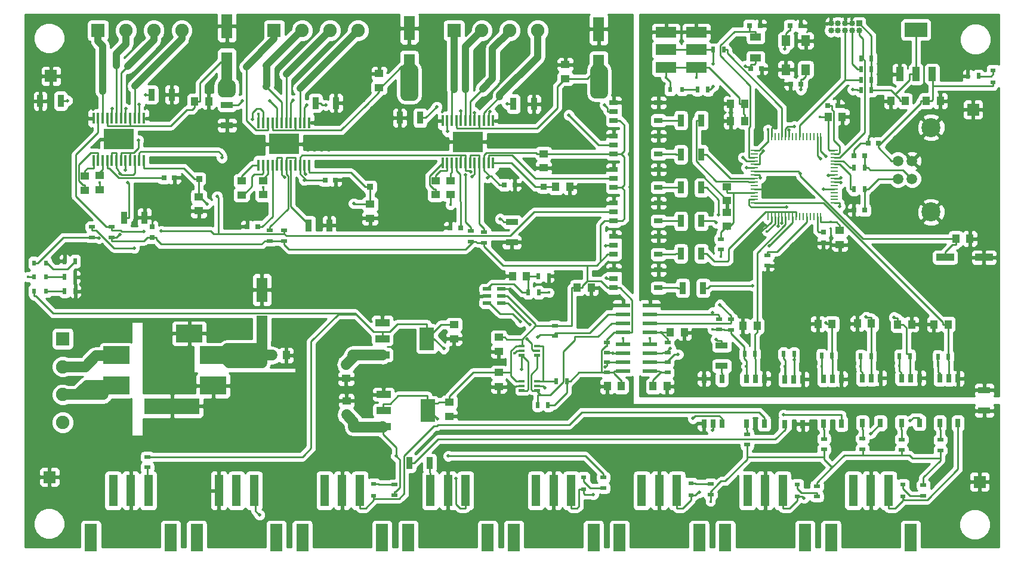
<source format=gtl>
G04 #@! TF.FileFunction,Copper,L1,Top,Signal*
%FSLAX46Y46*%
G04 Gerber Fmt 4.6, Leading zero omitted, Abs format (unit mm)*
G04 Created by KiCad (PCBNEW 4.0.1-stable) date 2018/04/09 16:51:16*
%MOMM*%
G01*
G04 APERTURE LIST*
%ADD10C,0.150000*%
%ADD11C,0.400000*%
%ADD12R,1.600000X3.500000*%
%ADD13R,3.800000X2.500000*%
%ADD14R,7.900000X2.300000*%
%ADD15C,1.900000*%
%ADD16R,1.900000X1.900000*%
%ADD17R,1.000000X1.250000*%
%ADD18R,0.800000X0.750000*%
%ADD19R,1.250000X1.000000*%
%ADD20R,0.750000X0.800000*%
%ADD21R,0.850000X0.850000*%
%ADD22R,0.800000X0.600000*%
%ADD23R,0.600000X0.800000*%
%ADD24O,0.850000X0.850000*%
%ADD25R,0.900000X0.500000*%
%ADD26R,1.700000X0.900000*%
%ADD27R,0.500000X0.900000*%
%ADD28R,0.900000X1.700000*%
%ADD29R,2.500000X1.000000*%
%ADD30R,3.000000X1.500000*%
%ADD31R,1.000000X0.250000*%
%ADD32R,0.250000X1.000000*%
%ADD33R,2.000000X0.530000*%
%ADD34R,1.200000X0.500000*%
%ADD35R,1.200000X1.500000*%
%ADD36R,1.600000X1.000000*%
%ADD37R,1.800000X3.900000*%
%ADD38R,1.300000X4.500000*%
%ADD39R,0.800000X1.200000*%
%ADD40R,1.200000X0.800000*%
%ADD41C,1.520000*%
%ADD42C,2.700000*%
%ADD43R,0.450000X1.650000*%
%ADD44R,4.320000X3.000000*%
%ADD45R,2.000000X3.200000*%
%ADD46R,2.000000X1.000000*%
%ADD47R,3.200000X2.000000*%
%ADD48R,1.000000X2.000000*%
%ADD49R,1.700000X1.700000*%
%ADD50C,0.500400*%
%ADD51C,0.500380*%
%ADD52C,1.143000*%
%ADD53C,0.254000*%
%ADD54C,1.026000*%
%ADD55C,1.524000*%
%ADD56C,1.016000*%
G04 APERTURE END LIST*
D10*
D11*
X201150000Y-127000000D03*
X196500000Y-128000000D03*
X199500000Y-125050000D03*
D12*
X165950000Y-132500000D03*
X165950000Y-127100000D03*
D11*
X161950000Y-135450000D03*
X162950000Y-135450000D03*
X161950000Y-136450000D03*
X162950000Y-136450000D03*
X161950000Y-137450000D03*
X162950000Y-137450000D03*
X154350000Y-148550000D03*
X156350000Y-148550000D03*
X156300000Y-146150000D03*
X154300000Y-146150000D03*
X150200000Y-146150000D03*
X152200000Y-146150000D03*
X152250000Y-148550000D03*
X150250000Y-148550000D03*
X168050000Y-148550000D03*
X170050000Y-148550000D03*
X170000000Y-146150000D03*
X168000000Y-146150000D03*
X169900000Y-143600000D03*
X167900000Y-143600000D03*
X166100000Y-143600000D03*
X166200000Y-146150000D03*
X166250000Y-148550000D03*
X158450000Y-148550000D03*
X160450000Y-148550000D03*
X160400000Y-146150000D03*
X158400000Y-146150000D03*
X160300000Y-143600000D03*
X158300000Y-143600000D03*
X162100000Y-143600000D03*
X164100000Y-143600000D03*
X162200000Y-146150000D03*
X164200000Y-146150000D03*
X164250000Y-148550000D03*
X162250000Y-148550000D03*
X153950000Y-141050000D03*
X155950000Y-141050000D03*
X153900000Y-138650000D03*
X153800000Y-136100000D03*
X150000000Y-136100000D03*
X152000000Y-136100000D03*
X151950000Y-133700000D03*
X149950000Y-133700000D03*
X150100000Y-138650000D03*
X152100000Y-138650000D03*
X152150000Y-141050000D03*
X150150000Y-141050000D03*
D13*
X155650000Y-133300000D03*
X159050000Y-136400000D03*
X159050000Y-140700000D03*
D14*
X153200000Y-143600000D03*
D13*
X145350000Y-136400000D03*
X145350000Y-140700000D03*
D11*
X243450000Y-149500000D03*
X241450000Y-149500000D03*
X242450000Y-148500000D03*
X240450000Y-148500000D03*
X159700000Y-128800000D03*
X157700000Y-128800000D03*
X155700000Y-128800000D03*
X153700000Y-128800000D03*
X160700000Y-127800000D03*
X158700000Y-127800000D03*
X156700000Y-127800000D03*
X154700000Y-127800000D03*
X152700000Y-127800000D03*
X144500000Y-127800000D03*
X146500000Y-127800000D03*
X148500000Y-127800000D03*
X150500000Y-127800000D03*
X145500000Y-128800000D03*
X147500000Y-128800000D03*
X149500000Y-128800000D03*
X151500000Y-128800000D03*
X165450000Y-102150000D03*
X217200000Y-133950000D03*
X262350000Y-125850000D03*
X263350000Y-126850000D03*
X261350000Y-127050000D03*
X260350000Y-126050000D03*
X258050000Y-123750000D03*
X259050000Y-124750000D03*
X159200000Y-88450000D03*
X158200000Y-88450000D03*
X157200000Y-88450000D03*
X162850000Y-88450000D03*
X163850000Y-88450000D03*
X164850000Y-88450000D03*
X217850000Y-88600000D03*
X216850000Y-88600000D03*
X215850000Y-88600000D03*
X208150000Y-88550000D03*
X209150000Y-88550000D03*
X210150000Y-88550000D03*
X211150000Y-88550000D03*
D12*
X213750000Y-95500000D03*
X213750000Y-90100000D03*
D11*
X238650000Y-133650000D03*
X239550000Y-129850000D03*
X238550000Y-128850000D03*
X238600000Y-131900000D03*
X239600000Y-132900000D03*
X239600000Y-131350000D03*
X238600000Y-130350000D03*
X243150000Y-127250000D03*
X244150000Y-128250000D03*
X244150000Y-129800000D03*
X243150000Y-128800000D03*
X243100000Y-125750000D03*
X244100000Y-126750000D03*
X254550000Y-126500000D03*
X255550000Y-127500000D03*
X253500000Y-125500000D03*
X252500000Y-124500000D03*
X250450000Y-122550000D03*
X251450000Y-123550000D03*
X266350000Y-136550000D03*
X268350000Y-136550000D03*
X265350000Y-137550000D03*
X267350000Y-137550000D03*
X269350000Y-137550000D03*
X269350000Y-135400000D03*
X267350000Y-135400000D03*
X265350000Y-135400000D03*
X268350000Y-134400000D03*
X266350000Y-134400000D03*
X266300000Y-130200000D03*
X268300000Y-130200000D03*
X265300000Y-131200000D03*
X267300000Y-131200000D03*
X269300000Y-131200000D03*
X269300000Y-133350000D03*
X267300000Y-133350000D03*
X265300000Y-133350000D03*
X268300000Y-132350000D03*
X266300000Y-132350000D03*
X261050000Y-124550000D03*
X244100000Y-125200000D03*
X260050000Y-123550000D03*
X243100000Y-124200000D03*
X230350000Y-106000000D03*
X232350000Y-106000000D03*
X231350000Y-107000000D03*
X229450000Y-100150000D03*
X237150000Y-113300000D03*
X263450000Y-129050000D03*
X262450000Y-128050000D03*
X227800000Y-136700000D03*
X226800000Y-137700000D03*
X228800000Y-137700000D03*
X264100000Y-127950000D03*
X266100000Y-127950000D03*
X268100000Y-127950000D03*
X265100000Y-128950000D03*
X267100000Y-128950000D03*
X269100000Y-128950000D03*
X249050000Y-100800000D03*
X249050000Y-99850000D03*
X252850000Y-102600000D03*
X254850000Y-102600000D03*
X253850000Y-103600000D03*
X238700000Y-103850000D03*
X193500000Y-128800000D03*
X191500000Y-128800000D03*
X189500000Y-128800000D03*
X187500000Y-128800000D03*
X185500000Y-128800000D03*
X183500000Y-128800000D03*
X192500000Y-127800000D03*
X190500000Y-127800000D03*
X188500000Y-127800000D03*
X186500000Y-127800000D03*
X184500000Y-127800000D03*
X182500000Y-127800000D03*
X170650000Y-127800000D03*
X172650000Y-127800000D03*
X174650000Y-127800000D03*
X176650000Y-127800000D03*
X178650000Y-127800000D03*
X180650000Y-127800000D03*
X171650000Y-128800000D03*
X173650000Y-128800000D03*
X175650000Y-128800000D03*
X177650000Y-128800000D03*
X179650000Y-128800000D03*
X181650000Y-128800000D03*
X168750000Y-123600000D03*
X170750000Y-123600000D03*
X172750000Y-123600000D03*
X174750000Y-123600000D03*
X176750000Y-123600000D03*
X178750000Y-123600000D03*
X169750000Y-124600000D03*
X171750000Y-124600000D03*
X173750000Y-124600000D03*
X175750000Y-124600000D03*
X177750000Y-124600000D03*
X179750000Y-124600000D03*
X167900000Y-124600000D03*
X166900000Y-123600000D03*
X213450000Y-124750000D03*
X208650000Y-124800000D03*
X208650000Y-126500000D03*
X208450000Y-130700000D03*
X201800000Y-136100000D03*
X207450000Y-129700000D03*
X205450000Y-129700000D03*
X211400000Y-128600000D03*
X213400000Y-128600000D03*
X212400000Y-129600000D03*
X214400000Y-129600000D03*
X203650000Y-114900000D03*
X201650000Y-114900000D03*
X202650000Y-113900000D03*
X200650000Y-113900000D03*
X207900000Y-109100000D03*
X209900000Y-109100000D03*
X211900000Y-109100000D03*
X213900000Y-109100000D03*
X208900000Y-110100000D03*
X210900000Y-110100000D03*
X212900000Y-110100000D03*
X266850000Y-149100000D03*
X268850000Y-149100000D03*
X267850000Y-150100000D03*
X267800000Y-148300000D03*
X268800000Y-147300000D03*
X266800000Y-147300000D03*
X260200000Y-160150000D03*
X262200000Y-160150000D03*
X261200000Y-161150000D03*
X261250000Y-162950000D03*
X262250000Y-161950000D03*
X260250000Y-161950000D03*
X225000000Y-147200000D03*
X223000000Y-147200000D03*
X221000000Y-147200000D03*
X219000000Y-147200000D03*
X217000000Y-147200000D03*
X224000000Y-146200000D03*
X222000000Y-146200000D03*
X220000000Y-146200000D03*
X218000000Y-146200000D03*
X216000000Y-146200000D03*
X212400000Y-122100000D03*
X210400000Y-122100000D03*
X208400000Y-122100000D03*
X206400000Y-122100000D03*
X204400000Y-122100000D03*
X211400000Y-121100000D03*
X209400000Y-121100000D03*
X207400000Y-121100000D03*
X205400000Y-121100000D03*
X203400000Y-121100000D03*
X206050000Y-119700000D03*
X208050000Y-119700000D03*
X210050000Y-119700000D03*
X212050000Y-119700000D03*
X211050000Y-118400000D03*
X209050000Y-118400000D03*
X207050000Y-118400000D03*
X212050000Y-117400000D03*
X210050000Y-117400000D03*
X208050000Y-117400000D03*
X206050000Y-117400000D03*
X144450000Y-123450000D03*
X146450000Y-123450000D03*
X148450000Y-123450000D03*
X150450000Y-123450000D03*
X145450000Y-124450000D03*
X147450000Y-124450000D03*
X149450000Y-124450000D03*
X151450000Y-124450000D03*
X151450000Y-126750000D03*
X149450000Y-126750000D03*
X147450000Y-126750000D03*
X145450000Y-126750000D03*
X150450000Y-125750000D03*
X148450000Y-125750000D03*
X146450000Y-125750000D03*
X144450000Y-125750000D03*
X156200000Y-143600000D03*
X154200000Y-143600000D03*
X152200000Y-143600000D03*
X150200000Y-143600000D03*
X142050000Y-148450000D03*
X144050000Y-148450000D03*
X146050000Y-148450000D03*
X143050000Y-149450000D03*
X145050000Y-149450000D03*
X145050000Y-147150000D03*
X143050000Y-147150000D03*
X146050000Y-146150000D03*
X144050000Y-146150000D03*
X142050000Y-146150000D03*
X152650000Y-125750000D03*
X154650000Y-125750000D03*
X156650000Y-125750000D03*
X158650000Y-125750000D03*
X160650000Y-125750000D03*
X153650000Y-126750000D03*
X155650000Y-126750000D03*
X157650000Y-126750000D03*
X159650000Y-126750000D03*
X159650000Y-124450000D03*
X157650000Y-124450000D03*
X155650000Y-124450000D03*
X153650000Y-124450000D03*
X160650000Y-123450000D03*
X158650000Y-123450000D03*
X156650000Y-123450000D03*
X154650000Y-123450000D03*
X152650000Y-123450000D03*
X184350000Y-110250000D03*
X186350000Y-110250000D03*
X188350000Y-110250000D03*
X185350000Y-111250000D03*
X187350000Y-111250000D03*
X187350000Y-113550000D03*
X188350000Y-112550000D03*
X186350000Y-112550000D03*
X184400000Y-116950000D03*
X185400000Y-117950000D03*
X188400000Y-114650000D03*
X216150000Y-150700000D03*
X218150000Y-150700000D03*
X220150000Y-150700000D03*
X222150000Y-150700000D03*
X224150000Y-150700000D03*
X180650000Y-123500000D03*
X217150000Y-151700000D03*
X219150000Y-151700000D03*
X221150000Y-151700000D03*
X223150000Y-151700000D03*
X225150000Y-151700000D03*
X181650000Y-124500000D03*
X181650000Y-126800000D03*
X179650000Y-126800000D03*
X177650000Y-126800000D03*
X175650000Y-126800000D03*
X173650000Y-126800000D03*
X171650000Y-126800000D03*
X180650000Y-125800000D03*
X178650000Y-125800000D03*
X176650000Y-125800000D03*
X174650000Y-125800000D03*
X172650000Y-125800000D03*
X170650000Y-125800000D03*
X182500000Y-125800000D03*
X184500000Y-125800000D03*
X186500000Y-125800000D03*
X188500000Y-125800000D03*
X190500000Y-125800000D03*
X192500000Y-125800000D03*
X183500000Y-126800000D03*
X185500000Y-126800000D03*
X187500000Y-126800000D03*
X189500000Y-126800000D03*
X191500000Y-126800000D03*
X193500000Y-126800000D03*
X151450000Y-114850000D03*
X191500000Y-124500000D03*
X189500000Y-124500000D03*
X187500000Y-124500000D03*
X185500000Y-124500000D03*
X183500000Y-124500000D03*
X155450000Y-114850000D03*
X153450000Y-114850000D03*
X149450000Y-114850000D03*
X190500000Y-123500000D03*
X188500000Y-123500000D03*
X186500000Y-123500000D03*
X184500000Y-123500000D03*
X182500000Y-123500000D03*
X154450000Y-113850000D03*
X152450000Y-113850000D03*
X150450000Y-113850000D03*
X259800000Y-90700000D03*
X258800000Y-90700000D03*
X257800000Y-90700000D03*
X246650000Y-117500000D03*
X245150000Y-102550000D03*
X229850000Y-132750000D03*
X222600000Y-133150000D03*
X261900000Y-137900000D03*
X250900000Y-137950000D03*
X259800000Y-89700000D03*
X258800000Y-89700000D03*
X257800000Y-89700000D03*
X237600000Y-118800000D03*
X231100000Y-122350000D03*
X237750000Y-104350000D03*
X227600000Y-97000000D03*
X223300000Y-97000000D03*
X222550000Y-138850000D03*
X256400000Y-137900000D03*
X245350000Y-138000000D03*
X240150000Y-138000000D03*
X234650000Y-137950000D03*
X221000000Y-133950000D03*
X236700000Y-118950000D03*
X269100000Y-126800000D03*
X267100000Y-126800000D03*
X265100000Y-126800000D03*
X268100000Y-125800000D03*
X266100000Y-125800000D03*
D15*
X137700000Y-145930000D03*
X137700000Y-141970000D03*
D16*
X137700000Y-134050000D03*
D15*
X137700000Y-138010000D03*
D11*
X187350000Y-99500000D03*
X186350000Y-99500000D03*
X214300000Y-99150000D03*
X213300000Y-99150000D03*
X165950000Y-137450000D03*
X164950000Y-137450000D03*
X163950000Y-137450000D03*
X132750000Y-125250000D03*
X161450000Y-99050000D03*
X160450000Y-99050000D03*
X187350000Y-98500000D03*
X186350000Y-98500000D03*
X214300000Y-98150000D03*
X213300000Y-98150000D03*
X165950000Y-136450000D03*
X164950000Y-136450000D03*
X163950000Y-136450000D03*
X142900000Y-111900000D03*
X166100000Y-112600000D03*
X192700000Y-115050000D03*
X161450000Y-98050000D03*
X160450000Y-98050000D03*
X178950000Y-146600000D03*
X206700000Y-127500000D03*
X178850000Y-136350000D03*
X229600000Y-157150000D03*
X165950000Y-135450000D03*
X164950000Y-135450000D03*
X163950000Y-135450000D03*
X202100000Y-106400000D03*
X201100000Y-106400000D03*
X200100000Y-106400000D03*
X199100000Y-106400000D03*
X190350000Y-107050000D03*
X189350000Y-107050000D03*
X188350000Y-107050000D03*
X187350000Y-107050000D03*
X175450000Y-107300000D03*
X174450000Y-107300000D03*
X173450000Y-107300000D03*
X172450000Y-107300000D03*
X165500000Y-107350000D03*
X164500000Y-107350000D03*
X163500000Y-107350000D03*
X204250000Y-103050000D03*
X203250000Y-103050000D03*
X202250000Y-103050000D03*
X201250000Y-103050000D03*
X200250000Y-103050000D03*
X202100000Y-105400000D03*
X201100000Y-105400000D03*
X200100000Y-105400000D03*
X199100000Y-105400000D03*
X190350000Y-106050000D03*
X189350000Y-106050000D03*
X188350000Y-106050000D03*
X187350000Y-106050000D03*
X175450000Y-106300000D03*
X174450000Y-106300000D03*
X173450000Y-106300000D03*
X172450000Y-106300000D03*
X165500000Y-106350000D03*
X164500000Y-106350000D03*
X163500000Y-106350000D03*
X264100000Y-125800000D03*
X190350000Y-105050000D03*
X189350000Y-105050000D03*
X188350000Y-105050000D03*
X187350000Y-105050000D03*
X175450000Y-105300000D03*
X174450000Y-105300000D03*
X173450000Y-105300000D03*
X172450000Y-105300000D03*
X165500000Y-105350000D03*
X164500000Y-105350000D03*
X163500000Y-105350000D03*
X138850000Y-106900000D03*
X137850000Y-106900000D03*
X136850000Y-106900000D03*
X135850000Y-106900000D03*
X196700000Y-107150000D03*
X195700000Y-107150000D03*
X194700000Y-107150000D03*
X193700000Y-107150000D03*
X170700000Y-107450000D03*
X169700000Y-107450000D03*
X168700000Y-107450000D03*
X167700000Y-107450000D03*
X147150000Y-106800000D03*
X146150000Y-106800000D03*
X145150000Y-106800000D03*
X144150000Y-106800000D03*
X152600000Y-105950000D03*
X151600000Y-105950000D03*
X150600000Y-105950000D03*
X149600000Y-105950000D03*
X138850000Y-105900000D03*
X137850000Y-105900000D03*
X136850000Y-105900000D03*
X135850000Y-105900000D03*
X196700000Y-106150000D03*
X195700000Y-106150000D03*
X194700000Y-106150000D03*
X193700000Y-106150000D03*
X170700000Y-106450000D03*
X169700000Y-106450000D03*
X168700000Y-106450000D03*
X167700000Y-106450000D03*
X147150000Y-105800000D03*
X146150000Y-105800000D03*
X145150000Y-105800000D03*
X144150000Y-105800000D03*
X152600000Y-104950000D03*
X151600000Y-104950000D03*
X150600000Y-104950000D03*
X149600000Y-104950000D03*
X138850000Y-104900000D03*
X137850000Y-104900000D03*
X136850000Y-104900000D03*
X135850000Y-104900000D03*
X196700000Y-105150000D03*
X195700000Y-105150000D03*
X194700000Y-105150000D03*
X193700000Y-105150000D03*
X170700000Y-105450000D03*
X169700000Y-105450000D03*
X168700000Y-105450000D03*
X167700000Y-105450000D03*
X147150000Y-104800000D03*
X146150000Y-104800000D03*
X145150000Y-104800000D03*
D17*
X236200000Y-132250000D03*
X234200000Y-132250000D03*
D18*
X153550000Y-111200000D03*
X152050000Y-111200000D03*
D17*
X158400000Y-100350000D03*
X156400000Y-100350000D03*
D12*
X161000000Y-95100000D03*
X161000000Y-89700000D03*
D19*
X142900000Y-110900000D03*
X142900000Y-112900000D03*
D20*
X150350000Y-118150000D03*
X150350000Y-119650000D03*
D19*
X140850000Y-110950000D03*
X140850000Y-112950000D03*
X157000000Y-113900000D03*
X157000000Y-115900000D03*
D21*
X157050000Y-111350000D03*
D19*
X177950000Y-144850000D03*
X177950000Y-142850000D03*
D17*
X260200000Y-100300000D03*
X262200000Y-100300000D03*
D18*
X251950000Y-106300000D03*
X253450000Y-106300000D03*
D19*
X192550000Y-143050000D03*
X192550000Y-145050000D03*
D17*
X257200000Y-100300000D03*
X255200000Y-100300000D03*
D19*
X177900000Y-137700000D03*
X177900000Y-139700000D03*
X193200000Y-132050000D03*
X193200000Y-134050000D03*
D20*
X245600000Y-120450000D03*
X245600000Y-118950000D03*
D18*
X247700000Y-101000000D03*
X246200000Y-101000000D03*
X240950000Y-97900000D03*
X242450000Y-97900000D03*
D17*
X264400000Y-119850000D03*
X266400000Y-119850000D03*
D18*
X242400000Y-89650000D03*
X240900000Y-89650000D03*
D19*
X231950000Y-112450000D03*
X231950000Y-114450000D03*
D18*
X236650000Y-89600000D03*
X235150000Y-89600000D03*
D19*
X231950000Y-118100000D03*
X231950000Y-116100000D03*
D17*
X234450000Y-103150000D03*
X232450000Y-103150000D03*
X223900000Y-133150000D03*
X225900000Y-133150000D03*
X234450000Y-100700000D03*
X232450000Y-100700000D03*
D18*
X236850000Y-95750000D03*
X235350000Y-95750000D03*
D17*
X246300000Y-102550000D03*
X248300000Y-102550000D03*
D19*
X247950000Y-118700000D03*
X247950000Y-120700000D03*
D17*
X167400000Y-136400000D03*
X169400000Y-136400000D03*
D19*
X199550000Y-133850000D03*
X199550000Y-135850000D03*
D17*
X256150000Y-132000000D03*
X258150000Y-132000000D03*
X263300000Y-132000000D03*
X261300000Y-132000000D03*
X212700000Y-126800000D03*
X210700000Y-126800000D03*
X246850000Y-131950000D03*
X244850000Y-131950000D03*
D19*
X199550000Y-138850000D03*
X199550000Y-140850000D03*
D17*
X221450000Y-140800000D03*
X223450000Y-140800000D03*
X216950000Y-140800000D03*
X214950000Y-140800000D03*
D18*
X163850000Y-118150000D03*
X165350000Y-118150000D03*
D17*
X203500000Y-125150000D03*
X201500000Y-125150000D03*
D18*
X192650000Y-118300000D03*
X194150000Y-118300000D03*
D19*
X182600000Y-96400000D03*
X182600000Y-98400000D03*
X209000000Y-95150000D03*
X209000000Y-97150000D03*
D12*
X186850000Y-95400000D03*
X186850000Y-90000000D03*
D19*
X205900000Y-107800000D03*
X205900000Y-109800000D03*
X166100000Y-111600000D03*
X166100000Y-113600000D03*
X192700000Y-111600000D03*
X192700000Y-113600000D03*
D18*
X176400000Y-111550000D03*
X174900000Y-111550000D03*
X201850000Y-112200000D03*
X200350000Y-112200000D03*
D19*
X163050000Y-111650000D03*
X163050000Y-113650000D03*
X190600000Y-113600000D03*
X190600000Y-111600000D03*
X181300000Y-114950000D03*
X181300000Y-116950000D03*
D17*
X207650000Y-112500000D03*
X209650000Y-112500000D03*
X252450000Y-131900000D03*
X250450000Y-131900000D03*
D22*
X269700000Y-97650000D03*
X269700000Y-95950000D03*
D23*
X133600000Y-125300000D03*
X135300000Y-125300000D03*
X133600000Y-123300000D03*
X135300000Y-123300000D03*
X133600000Y-127300000D03*
X135300000Y-127300000D03*
D22*
X241900000Y-154750000D03*
X241900000Y-156450000D03*
X256900000Y-154750000D03*
X256900000Y-156450000D03*
X211600000Y-153750000D03*
X211600000Y-155450000D03*
X226800000Y-154550000D03*
X226800000Y-156250000D03*
X181800000Y-154650000D03*
X181800000Y-156350000D03*
D21*
X250700000Y-89300000D03*
D24*
X250700000Y-90300000D03*
X249700000Y-89300000D03*
X249700000Y-90300000D03*
X248700000Y-89300000D03*
X248700000Y-90300000D03*
X247700000Y-89300000D03*
X247700000Y-90300000D03*
X246700000Y-89300000D03*
X246700000Y-90300000D03*
D21*
X181300000Y-112500000D03*
X205900000Y-112500000D03*
D25*
X231100000Y-121400000D03*
X231100000Y-119900000D03*
X237700000Y-122200000D03*
X237700000Y-123700000D03*
X244700000Y-156450000D03*
X244700000Y-154950000D03*
X259800000Y-156350000D03*
X259800000Y-154850000D03*
X214400000Y-155250000D03*
X214400000Y-153750000D03*
D26*
X231200000Y-137900000D03*
X231200000Y-135000000D03*
D25*
X229600000Y-154650000D03*
X229600000Y-156150000D03*
X184800000Y-154750000D03*
X184800000Y-156250000D03*
D27*
X252450000Y-98800000D03*
X250950000Y-98800000D03*
X252450000Y-97300000D03*
X250950000Y-97300000D03*
X252450000Y-95800000D03*
X250950000Y-95800000D03*
X252450000Y-94300000D03*
X250950000Y-94300000D03*
X251450000Y-109800000D03*
X249950000Y-109800000D03*
X251450000Y-112800000D03*
X249950000Y-112800000D03*
X137950000Y-125300000D03*
X139450000Y-125300000D03*
X139450000Y-123050000D03*
X137950000Y-123050000D03*
D25*
X149700000Y-150800000D03*
X149700000Y-152300000D03*
D27*
X230000000Y-93050000D03*
X231500000Y-93050000D03*
D25*
X232500000Y-132800000D03*
X232500000Y-131300000D03*
X230800000Y-132750000D03*
X230800000Y-131250000D03*
X141850000Y-119650000D03*
X141850000Y-118150000D03*
X144600000Y-119650000D03*
X144600000Y-118150000D03*
D28*
X137400000Y-100300000D03*
X134500000Y-100300000D03*
D27*
X209200000Y-140050000D03*
X207700000Y-140050000D03*
D28*
X150275000Y-99425000D03*
X153175000Y-99425000D03*
D26*
X268450000Y-141350000D03*
X268450000Y-144250000D03*
D28*
X189750000Y-151700000D03*
X186850000Y-151700000D03*
D25*
X223500000Y-138850000D03*
X223500000Y-137350000D03*
X223500000Y-134550000D03*
X223500000Y-136050000D03*
D28*
X225650000Y-126850000D03*
X228550000Y-126850000D03*
X225400000Y-121950000D03*
X228300000Y-121950000D03*
X225400000Y-117350000D03*
X228300000Y-117350000D03*
X225400000Y-112600000D03*
X228300000Y-112600000D03*
X225400000Y-107900000D03*
X228300000Y-107900000D03*
X225400000Y-103050000D03*
X228300000Y-103050000D03*
D25*
X214900000Y-134550000D03*
X214900000Y-136050000D03*
X214900000Y-138850000D03*
X214900000Y-137350000D03*
D27*
X205150000Y-125150000D03*
X206650000Y-125150000D03*
D25*
X169100000Y-120150000D03*
X169100000Y-118650000D03*
X167100000Y-120150000D03*
X167100000Y-118650000D03*
X195600000Y-120250000D03*
X195600000Y-118750000D03*
X197500000Y-120450000D03*
X197500000Y-118950000D03*
D28*
X172600000Y-117950000D03*
X175500000Y-117950000D03*
D26*
X201400000Y-117450000D03*
X201400000Y-120350000D03*
X161000000Y-100850000D03*
X161000000Y-103750000D03*
D28*
X188400000Y-102700000D03*
X185500000Y-102700000D03*
X173550000Y-100600000D03*
X176450000Y-100600000D03*
X201650000Y-100725000D03*
X204550000Y-100725000D03*
D29*
X262900000Y-122500000D03*
X268400000Y-122500000D03*
D30*
X223300000Y-95550000D03*
X223300000Y-93050000D03*
X223300000Y-90550000D03*
X227600000Y-90550000D03*
X227600000Y-93050000D03*
X227600000Y-95550000D03*
D31*
X235800000Y-107300000D03*
X235800000Y-107800000D03*
X235800000Y-108300000D03*
X235800000Y-108800000D03*
X235800000Y-109300000D03*
X235800000Y-109800000D03*
X235800000Y-110300000D03*
X235800000Y-110800000D03*
X235800000Y-111300000D03*
X235800000Y-111800000D03*
X235800000Y-112300000D03*
X235800000Y-112800000D03*
X235800000Y-113300000D03*
X235800000Y-113800000D03*
X235800000Y-114300000D03*
X235800000Y-114800000D03*
D32*
X237750000Y-116750000D03*
X238250000Y-116750000D03*
X238750000Y-116750000D03*
X239250000Y-116750000D03*
X239750000Y-116750000D03*
X240250000Y-116750000D03*
X240750000Y-116750000D03*
X241250000Y-116750000D03*
X241750000Y-116750000D03*
X242250000Y-116750000D03*
X242750000Y-116750000D03*
X243250000Y-116750000D03*
X243750000Y-116750000D03*
X244250000Y-116750000D03*
X244750000Y-116750000D03*
X245250000Y-116750000D03*
D31*
X247200000Y-114800000D03*
X247200000Y-114300000D03*
X247200000Y-113800000D03*
X247200000Y-113300000D03*
X247200000Y-112800000D03*
X247200000Y-112300000D03*
X247200000Y-111800000D03*
X247200000Y-111300000D03*
X247200000Y-110800000D03*
X247200000Y-110300000D03*
X247200000Y-109800000D03*
X247200000Y-109300000D03*
X247200000Y-108800000D03*
X247200000Y-108300000D03*
X247200000Y-107800000D03*
X247200000Y-107300000D03*
D32*
X245250000Y-105350000D03*
X244750000Y-105350000D03*
X244250000Y-105350000D03*
X243750000Y-105350000D03*
X243250000Y-105350000D03*
X242750000Y-105350000D03*
X242250000Y-105350000D03*
X241750000Y-105350000D03*
X241250000Y-105350000D03*
X240750000Y-105350000D03*
X240250000Y-105350000D03*
X239750000Y-105350000D03*
X239250000Y-105350000D03*
X238750000Y-105350000D03*
X238250000Y-105350000D03*
X237750000Y-105350000D03*
D33*
X221010000Y-138610000D03*
X221010000Y-137340000D03*
X221010000Y-136070000D03*
X221010000Y-134800000D03*
X217200000Y-134800000D03*
X217200000Y-136070000D03*
X217200000Y-137340000D03*
X217200000Y-138610000D03*
D34*
X197900000Y-128000000D03*
X197900000Y-127000000D03*
X197900000Y-129000000D03*
X199900000Y-129000000D03*
X199900000Y-128000000D03*
X199900000Y-127000000D03*
D18*
X251450000Y-108050000D03*
X249950000Y-108050000D03*
X251450000Y-115800000D03*
X249950000Y-115800000D03*
D35*
X243100000Y-95850000D03*
X243100000Y-91750000D03*
X240300000Y-91750000D03*
X240300000Y-95850000D03*
D36*
X236000000Y-91200000D03*
X236000000Y-94200000D03*
D37*
X153000000Y-162300000D03*
D38*
X149850000Y-155600000D03*
X147350000Y-155600000D03*
X144850000Y-155600000D03*
D37*
X141700000Y-162300000D03*
X243000000Y-162300000D03*
D38*
X239850000Y-155600000D03*
X237350000Y-155600000D03*
X234850000Y-155600000D03*
D37*
X231700000Y-162300000D03*
X198000000Y-162300000D03*
D38*
X194850000Y-155600000D03*
X192350000Y-155600000D03*
X189850000Y-155600000D03*
D37*
X186700000Y-162300000D03*
X258000000Y-162300000D03*
D38*
X254850000Y-155600000D03*
X252350000Y-155600000D03*
X249850000Y-155600000D03*
D37*
X246700000Y-162300000D03*
X213000000Y-162300000D03*
D38*
X209850000Y-155600000D03*
X207350000Y-155600000D03*
X204850000Y-155600000D03*
D37*
X201700000Y-162300000D03*
X228000000Y-162300000D03*
D38*
X224850000Y-155600000D03*
X222350000Y-155600000D03*
X219850000Y-155600000D03*
D37*
X216700000Y-162300000D03*
X183000000Y-162300000D03*
D38*
X179850000Y-155600000D03*
X177350000Y-155600000D03*
X174850000Y-155600000D03*
D37*
X171700000Y-162300000D03*
X168000000Y-162300000D03*
D38*
X164850000Y-155600000D03*
X162350000Y-155600000D03*
X159850000Y-155600000D03*
D37*
X156700000Y-162300000D03*
D33*
X221010000Y-133110000D03*
X221010000Y-131840000D03*
X221010000Y-130570000D03*
X221010000Y-129300000D03*
X217200000Y-129300000D03*
X217200000Y-130570000D03*
X217200000Y-131840000D03*
X217200000Y-133110000D03*
D15*
X179580000Y-90300000D03*
X175620000Y-90300000D03*
D16*
X167700000Y-90300000D03*
D15*
X171660000Y-90300000D03*
X205080000Y-90300000D03*
X201120000Y-90300000D03*
D16*
X193200000Y-90300000D03*
D15*
X197160000Y-90300000D03*
X154580000Y-90300000D03*
X150620000Y-90300000D03*
D16*
X142700000Y-90300000D03*
D15*
X146660000Y-90300000D03*
D39*
X231220000Y-139730000D03*
X228680000Y-139730000D03*
X229950000Y-146080000D03*
X228680000Y-146080000D03*
X231220000Y-146080000D03*
D40*
X222220000Y-126820000D03*
X222220000Y-124280000D03*
X215870000Y-125550000D03*
X215870000Y-124280000D03*
X215870000Y-126820000D03*
X222220000Y-122070000D03*
X222220000Y-119530000D03*
X215870000Y-120800000D03*
X215870000Y-119530000D03*
X215870000Y-122070000D03*
X222220000Y-117320000D03*
X222220000Y-114780000D03*
X215870000Y-116050000D03*
X215870000Y-114780000D03*
X215870000Y-117320000D03*
X222220000Y-112570000D03*
X222220000Y-110030000D03*
X215870000Y-111300000D03*
X215870000Y-110030000D03*
X215870000Y-112570000D03*
X222220000Y-107820000D03*
X222220000Y-105280000D03*
X215870000Y-106550000D03*
X215870000Y-105280000D03*
X215870000Y-107820000D03*
X222220000Y-103070000D03*
X222220000Y-100530000D03*
X215870000Y-101800000D03*
X215870000Y-100530000D03*
X215870000Y-103070000D03*
D39*
X234680000Y-146070000D03*
X237220000Y-146070000D03*
X235950000Y-139720000D03*
X237220000Y-139720000D03*
X234680000Y-139720000D03*
D41*
X256200000Y-111340000D03*
X256200000Y-108800000D03*
X258200000Y-108800000D03*
X258200000Y-111340000D03*
D42*
X260900000Y-116070000D03*
X260900000Y-104070000D03*
D43*
X165500000Y-109400000D03*
X166150000Y-109400000D03*
X166800000Y-109400000D03*
X167450000Y-109400000D03*
X168100000Y-109400000D03*
X168750000Y-109400000D03*
X169400000Y-109400000D03*
X170050000Y-109400000D03*
X170700000Y-109400000D03*
X171350000Y-109400000D03*
X172000000Y-109400000D03*
X172650000Y-109400000D03*
X172650000Y-103400000D03*
X172000000Y-103400000D03*
X171350000Y-103400000D03*
X170700000Y-103400000D03*
X170050000Y-103400000D03*
X169400000Y-103400000D03*
X168750000Y-103400000D03*
X168100000Y-103400000D03*
X167450000Y-103400000D03*
X166800000Y-103400000D03*
X166150000Y-103400000D03*
X165500000Y-103400000D03*
D44*
X169100000Y-106400000D03*
D43*
X191600000Y-109100000D03*
X192250000Y-109100000D03*
X192900000Y-109100000D03*
X193550000Y-109100000D03*
X194200000Y-109100000D03*
X194850000Y-109100000D03*
X195500000Y-109100000D03*
X196150000Y-109100000D03*
X196800000Y-109100000D03*
X197450000Y-109100000D03*
X198100000Y-109100000D03*
X198750000Y-109100000D03*
X198750000Y-103100000D03*
X198100000Y-103100000D03*
X197450000Y-103100000D03*
X196800000Y-103100000D03*
X196150000Y-103100000D03*
X195500000Y-103100000D03*
X194850000Y-103100000D03*
X194200000Y-103100000D03*
X193550000Y-103100000D03*
X192900000Y-103100000D03*
X192250000Y-103100000D03*
X191600000Y-103100000D03*
D44*
X195200000Y-106100000D03*
D43*
X142050000Y-108750000D03*
X142700000Y-108750000D03*
X143350000Y-108750000D03*
X144000000Y-108750000D03*
X144650000Y-108750000D03*
X145300000Y-108750000D03*
X145950000Y-108750000D03*
X146600000Y-108750000D03*
X147250000Y-108750000D03*
X147900000Y-108750000D03*
X148550000Y-108750000D03*
X149200000Y-108750000D03*
X149200000Y-102750000D03*
X148550000Y-102750000D03*
X147900000Y-102750000D03*
X147250000Y-102750000D03*
X146600000Y-102750000D03*
X145950000Y-102750000D03*
X145300000Y-102750000D03*
X144650000Y-102750000D03*
X144000000Y-102750000D03*
X143350000Y-102750000D03*
X142700000Y-102750000D03*
X142050000Y-102750000D03*
D44*
X145650000Y-105750000D03*
D11*
X144150000Y-104800000D03*
D28*
X146400000Y-116850000D03*
X149300000Y-116850000D03*
D45*
X189500000Y-144250000D03*
D46*
X183200000Y-144250000D03*
X183200000Y-146550000D03*
X183200000Y-141950000D03*
D47*
X258750000Y-90200000D03*
D48*
X258750000Y-96500000D03*
X261050000Y-96500000D03*
X256450000Y-96500000D03*
D45*
X189350000Y-134050000D03*
D46*
X183050000Y-134050000D03*
X183050000Y-136350000D03*
X183050000Y-131750000D03*
D23*
X223875000Y-98675000D03*
X225575000Y-98675000D03*
D27*
X227750000Y-98675000D03*
X229250000Y-98675000D03*
D39*
X256705000Y-145970000D03*
X259245000Y-145970000D03*
X257975000Y-139620000D03*
X259245000Y-139620000D03*
X256705000Y-139620000D03*
X262155000Y-146020000D03*
X264695000Y-146020000D03*
X263425000Y-139670000D03*
X264695000Y-139670000D03*
X262155000Y-139670000D03*
X245630000Y-146095000D03*
X248170000Y-146095000D03*
X246900000Y-139745000D03*
X248170000Y-139745000D03*
X245630000Y-139745000D03*
X251155000Y-145995000D03*
X253695000Y-145995000D03*
X252425000Y-139645000D03*
X253695000Y-139645000D03*
X251155000Y-139645000D03*
X240155000Y-146145000D03*
X242695000Y-146145000D03*
X241425000Y-139795000D03*
X242695000Y-139795000D03*
X240155000Y-139795000D03*
D27*
X267625000Y-96775000D03*
X266125000Y-96775000D03*
X137975000Y-127300000D03*
X139475000Y-127300000D03*
X203725000Y-127500000D03*
X205225000Y-127500000D03*
D25*
X234800000Y-149100000D03*
X234800000Y-147600000D03*
X251175000Y-149725000D03*
X251175000Y-148225000D03*
X245700000Y-149775000D03*
X245700000Y-148275000D03*
X262200000Y-149900000D03*
X262200000Y-148400000D03*
X256700000Y-149850000D03*
X256700000Y-148350000D03*
D27*
X256425000Y-136500000D03*
X257925000Y-136500000D03*
X261875000Y-136600000D03*
X263375000Y-136600000D03*
X245350000Y-136425000D03*
X246850000Y-136425000D03*
X250900000Y-136525000D03*
X252400000Y-136525000D03*
X234425000Y-136225000D03*
X235925000Y-136225000D03*
X239950000Y-136225000D03*
X241450000Y-136225000D03*
D25*
X207500000Y-132175000D03*
X207500000Y-133675000D03*
D27*
X206550000Y-143450000D03*
X205050000Y-143450000D03*
D10*
G36*
X204600000Y-139925000D02*
X205450000Y-139925000D01*
X205450000Y-140275000D01*
X204600000Y-140275000D01*
X204600000Y-139925000D01*
X204600000Y-139925000D01*
G37*
G36*
X204600000Y-140575000D02*
X205450000Y-140575000D01*
X205450000Y-140925000D01*
X204600000Y-140925000D01*
X204600000Y-140575000D01*
X204600000Y-140575000D01*
G37*
G36*
X204600000Y-141225000D02*
X205450000Y-141225000D01*
X205450000Y-141575000D01*
X204600000Y-141575000D01*
X204600000Y-141225000D01*
X204600000Y-141225000D01*
G37*
G36*
X202400000Y-141225000D02*
X203250000Y-141225000D01*
X203250000Y-141575000D01*
X202400000Y-141575000D01*
X202400000Y-141225000D01*
X202400000Y-141225000D01*
G37*
G36*
X202400000Y-140575000D02*
X203250000Y-140575000D01*
X203250000Y-140925000D01*
X202400000Y-140925000D01*
X202400000Y-140575000D01*
X202400000Y-140575000D01*
G37*
G36*
X202400000Y-139925000D02*
X203250000Y-139925000D01*
X203250000Y-140275000D01*
X202400000Y-140275000D01*
X202400000Y-139925000D01*
X202400000Y-139925000D01*
G37*
G36*
X204575000Y-134925000D02*
X205425000Y-134925000D01*
X205425000Y-135275000D01*
X204575000Y-135275000D01*
X204575000Y-134925000D01*
X204575000Y-134925000D01*
G37*
G36*
X204575000Y-135575000D02*
X205425000Y-135575000D01*
X205425000Y-135925000D01*
X204575000Y-135925000D01*
X204575000Y-135575000D01*
X204575000Y-135575000D01*
G37*
G36*
X204575000Y-136225000D02*
X205425000Y-136225000D01*
X205425000Y-136575000D01*
X204575000Y-136575000D01*
X204575000Y-136225000D01*
X204575000Y-136225000D01*
G37*
G36*
X202375000Y-136225000D02*
X203225000Y-136225000D01*
X203225000Y-136575000D01*
X202375000Y-136575000D01*
X202375000Y-136225000D01*
X202375000Y-136225000D01*
G37*
G36*
X202375000Y-135575000D02*
X203225000Y-135575000D01*
X203225000Y-135925000D01*
X202375000Y-135925000D01*
X202375000Y-135575000D01*
X202375000Y-135575000D01*
G37*
G36*
X202375000Y-134925000D02*
X203225000Y-134925000D01*
X203225000Y-135275000D01*
X202375000Y-135275000D01*
X202375000Y-134925000D01*
X202375000Y-134925000D01*
G37*
D49*
X136025000Y-96775000D03*
X135825000Y-153675000D03*
X267800000Y-154350000D03*
X266875000Y-101550000D03*
D50*
X248121100Y-111919200D03*
X230359100Y-134159100D03*
X234227800Y-108347000D03*
X234562400Y-95340600D03*
X242450000Y-98685800D03*
X237071500Y-107418500D03*
X234699800Y-109800000D03*
X240119500Y-92910600D03*
X242367200Y-110609400D03*
X229882100Y-130311400D03*
X240750000Y-104467900D03*
X246309300Y-110856400D03*
X223884300Y-135408900D03*
X230941200Y-129236900D03*
X241482200Y-103901200D03*
X248085800Y-111236700D03*
X225010800Y-136270700D03*
X246012700Y-108187400D03*
X245189900Y-108514400D03*
X249775500Y-98699800D03*
X247954300Y-115250000D03*
X241450000Y-137072500D03*
X255628800Y-130995800D03*
X240371900Y-115397800D03*
X206111400Y-141050000D03*
X230745600Y-116419700D03*
X236688100Y-111201500D03*
X245655600Y-112800000D03*
X230418600Y-117588200D03*
X245942100Y-131767000D03*
X239213900Y-118036800D03*
X251686800Y-130943700D03*
X239718500Y-117629900D03*
D51*
X181300000Y-112500000D03*
X158150000Y-114900000D03*
X179000000Y-114850000D03*
D50*
X203582800Y-134107500D03*
X235543700Y-126514600D03*
X237961900Y-120843400D03*
X185003700Y-150702800D03*
X192414800Y-150702800D03*
X145800000Y-110600000D03*
X195567600Y-110355700D03*
X197954100Y-111191800D03*
X142819300Y-119777300D03*
X145809100Y-119252100D03*
X190887500Y-145402100D03*
X193483800Y-153894200D03*
X171940500Y-111528000D03*
X169146800Y-111163300D03*
D51*
X227100000Y-145350000D03*
X191750000Y-135450000D03*
D50*
X242853000Y-156676200D03*
X257950000Y-145684200D03*
D51*
X239977800Y-144850000D03*
D50*
X212962600Y-156152900D03*
D51*
X252350000Y-147500000D03*
D50*
X228046700Y-155852900D03*
D52*
X137700000Y-145930000D03*
D51*
X165600000Y-159050000D03*
X229900000Y-147050000D03*
X230000000Y-98225000D03*
X230000000Y-95075000D03*
D50*
X148436500Y-105875600D03*
X147815600Y-121172200D03*
D51*
X149200000Y-118800000D03*
X151650000Y-118750000D03*
X164600000Y-102900000D03*
X159600000Y-113850000D03*
X146950000Y-111850000D03*
X146550000Y-110100000D03*
D50*
X202757000Y-138373700D03*
X205072400Y-133859600D03*
D51*
X138350000Y-100250000D03*
X144750000Y-101350000D03*
X149425000Y-99450000D03*
X146625000Y-101425000D03*
X202650000Y-131650000D03*
D50*
X215775000Y-136093400D03*
D51*
X214680600Y-138069400D03*
X204000000Y-132050000D03*
D50*
X214597600Y-100894800D03*
X194800000Y-110819100D03*
X192256400Y-104615200D03*
X199753500Y-117041200D03*
X195756200Y-111013300D03*
D51*
X167050000Y-100250000D03*
X163200000Y-100250000D03*
X194150000Y-101700000D03*
X190750000Y-101150000D03*
D50*
X175005000Y-100894800D03*
X170375000Y-100208700D03*
D51*
X200750000Y-100725000D03*
X196150000Y-101950000D03*
D50*
X214806500Y-125474600D03*
X172138900Y-110704200D03*
X160289100Y-108366000D03*
D51*
X214700000Y-120850000D03*
D50*
X148545000Y-100787300D03*
X172307600Y-100894800D03*
D51*
X198350000Y-101850000D03*
X209500000Y-102300000D03*
D53*
X232004300Y-93554300D02*
X232004300Y-93050000D01*
X239750000Y-101300000D02*
X232004300Y-93554300D01*
X239750000Y-105350000D02*
X239750000Y-101300000D01*
X231500000Y-93050000D02*
X232004300Y-93050000D01*
X240250000Y-117825100D02*
X240250000Y-116750000D01*
X236200000Y-121875100D02*
X240250000Y-117825100D01*
X236200000Y-131370700D02*
X236200000Y-121875100D01*
X236200000Y-132250000D02*
X236200000Y-131370700D01*
X236200000Y-132689600D02*
X236200000Y-132250000D01*
X236200000Y-132689600D02*
X236200000Y-133129300D01*
X235900000Y-133429300D02*
X236200000Y-133129300D01*
X235900000Y-136200000D02*
X235900000Y-133429300D01*
X235900000Y-136552100D02*
X235900000Y-136200000D01*
X235900000Y-136552100D02*
X235900000Y-136904300D01*
X235950000Y-136954300D02*
X235900000Y-136904300D01*
X235950000Y-139720000D02*
X235950000Y-136954300D01*
X230495700Y-134295700D02*
X230359100Y-134159100D01*
X231200000Y-134295700D02*
X230495700Y-134295700D01*
X231200000Y-135000000D02*
X231200000Y-134295700D01*
X248073500Y-111919200D02*
X247954300Y-111800000D01*
X248121100Y-111919200D02*
X248073500Y-111919200D01*
X247200000Y-111800000D02*
X247954300Y-111800000D01*
X232986100Y-90445700D02*
X235150000Y-90445700D01*
X230995600Y-92436200D02*
X232986100Y-90445700D01*
X230995600Y-93892000D02*
X230995600Y-92436200D01*
X235242900Y-98139300D02*
X230995600Y-93892000D01*
X235242900Y-103889000D02*
X235242900Y-98139300D01*
X235045700Y-104086200D02*
X235242900Y-103889000D01*
X235045700Y-108300000D02*
X235045700Y-104086200D01*
X236000000Y-90445700D02*
X235150000Y-90445700D01*
X235150000Y-90445700D02*
X235150000Y-90229300D01*
X235800000Y-108300000D02*
X235045700Y-108300000D01*
X236000000Y-90822800D02*
X236000000Y-90445700D01*
X236000000Y-91200000D02*
X236000000Y-90973900D01*
X236000000Y-90822800D02*
X236000000Y-90973900D01*
X235150000Y-89600000D02*
X235150000Y-90229300D01*
X234672900Y-95451100D02*
X234562400Y-95340600D01*
X235350000Y-95451100D02*
X234672900Y-95451100D01*
X234680800Y-108800000D02*
X235800000Y-108800000D01*
X234227800Y-108347000D02*
X234680800Y-108800000D01*
X235350000Y-95451100D02*
X235350000Y-95750000D01*
X235350000Y-95451100D02*
X235350000Y-95120700D01*
X236000000Y-94200000D02*
X236000000Y-94954300D01*
X235833600Y-95120700D02*
X235350000Y-95120700D01*
X236000000Y-94954300D02*
X235833600Y-95120700D01*
X236554300Y-107935700D02*
X237071500Y-107418500D01*
X236554300Y-109300000D02*
X236554300Y-107935700D01*
X235800000Y-109300000D02*
X236554300Y-109300000D01*
X242450000Y-98685800D02*
X242450000Y-97900000D01*
X242450000Y-97900000D02*
X242450000Y-97270700D01*
X243100000Y-95850000D02*
X243100000Y-96854300D01*
X242683600Y-97270700D02*
X242450000Y-97270700D01*
X243100000Y-96854300D02*
X242683600Y-97270700D01*
X240119500Y-91428300D02*
X240119500Y-92910600D01*
X240300000Y-91247800D02*
X240119500Y-91428300D01*
X234699800Y-109800000D02*
X235800000Y-109800000D01*
X240300000Y-91247800D02*
X240300000Y-90745700D01*
X240300000Y-91750000D02*
X240300000Y-91247800D01*
X240900000Y-89650000D02*
X240900000Y-90279300D01*
X240766400Y-90279300D02*
X240900000Y-90279300D01*
X240300000Y-90745700D02*
X240766400Y-90279300D01*
X242057800Y-110300000D02*
X235800000Y-110300000D01*
X242367200Y-110609400D02*
X242057800Y-110300000D01*
X251217900Y-119850000D02*
X264400000Y-119850000D01*
X242367200Y-110999300D02*
X251217900Y-119850000D01*
X242367200Y-110609400D02*
X242367200Y-110999300D01*
X264400000Y-119850000D02*
X264400000Y-120729300D01*
X262900000Y-122500000D02*
X262900000Y-121745700D01*
X263916400Y-120729300D02*
X264400000Y-120729300D01*
X262900000Y-121745700D02*
X263916400Y-120729300D01*
X230624300Y-130570000D02*
X230800000Y-130745700D01*
X229882100Y-130570000D02*
X230624300Y-130570000D01*
X221010000Y-130570000D02*
X229882100Y-130570000D01*
X229882100Y-130570000D02*
X229882100Y-130311400D01*
X240750000Y-105350000D02*
X240750000Y-104467900D01*
X230800000Y-131250000D02*
X230800000Y-130745700D01*
X223243200Y-136050000D02*
X223884300Y-135408900D01*
X246389300Y-110856400D02*
X246445700Y-110800000D01*
X246309300Y-110856400D02*
X246389300Y-110856400D01*
X247200000Y-110800000D02*
X246445700Y-110800000D01*
X223243200Y-136050000D02*
X222795700Y-136050000D01*
X223500000Y-136050000D02*
X223243200Y-136050000D01*
X222775700Y-136070000D02*
X222795700Y-136050000D01*
X221010000Y-136070000D02*
X222775700Y-136070000D01*
X240593000Y-103901200D02*
X241482200Y-103901200D01*
X240245400Y-104248800D02*
X240593000Y-103901200D01*
X240245400Y-105345400D02*
X240245400Y-104248800D01*
X240250000Y-105350000D02*
X240245400Y-105345400D01*
X230941200Y-129236900D02*
X232500000Y-130795700D01*
X232500000Y-131300000D02*
X232500000Y-130795700D01*
X232500000Y-131430700D02*
X232500000Y-131300000D01*
X232500000Y-131430700D02*
X232500000Y-131804300D01*
X232464300Y-131840000D02*
X232500000Y-131804300D01*
X221010000Y-131840000D02*
X232464300Y-131840000D01*
X248022500Y-111300000D02*
X247200000Y-111300000D01*
X248085800Y-111236700D02*
X248022500Y-111300000D01*
X224481800Y-136270700D02*
X225010800Y-136270700D01*
X223402500Y-137350000D02*
X224481800Y-136270700D01*
X223500000Y-137350000D02*
X223402500Y-137350000D01*
X223243200Y-137350000D02*
X222795700Y-137350000D01*
X223243200Y-137350000D02*
X223402500Y-137350000D01*
X222785700Y-137340000D02*
X222795700Y-137350000D01*
X221010000Y-137340000D02*
X222785700Y-137340000D01*
X245250000Y-107424700D02*
X245250000Y-105350000D01*
X246012700Y-108187400D02*
X245250000Y-107424700D01*
X250950000Y-95800000D02*
X250445700Y-95800000D01*
X249700000Y-95054300D02*
X249700000Y-90300000D01*
X250445700Y-95800000D02*
X249700000Y-95054300D01*
X244750000Y-108074500D02*
X245189900Y-108514400D01*
X244750000Y-105350000D02*
X244750000Y-108074500D01*
X250950000Y-98800000D02*
X250445700Y-98800000D01*
X250345500Y-98699800D02*
X250445700Y-98800000D01*
X249775500Y-98699800D02*
X250345500Y-98699800D01*
X248700000Y-97300000D02*
X248700000Y-90300000D01*
X242250000Y-103750000D02*
X248700000Y-97300000D01*
X242250000Y-105350000D02*
X242250000Y-103750000D01*
X248700000Y-97300000D02*
X250950000Y-97300000D01*
X251518900Y-104735400D02*
X247954300Y-108300000D01*
X251518900Y-94616700D02*
X251518900Y-104735400D01*
X251202200Y-94300000D02*
X251518900Y-94616700D01*
X251202200Y-91481500D02*
X251202200Y-94300000D01*
X250700000Y-90979300D02*
X251202200Y-91481500D01*
X247200000Y-108300000D02*
X247954300Y-108300000D01*
X250700000Y-90300000D02*
X250700000Y-90979300D01*
X250950000Y-94300000D02*
X251202200Y-94300000D01*
X249445700Y-110791400D02*
X247954300Y-109300000D01*
X249445700Y-112800000D02*
X249445700Y-110791400D01*
X249950000Y-112800000D02*
X249445700Y-112800000D01*
X247200000Y-109300000D02*
X247954300Y-109300000D01*
X249950000Y-109800000D02*
X249445700Y-109800000D01*
X248445700Y-108800000D02*
X249445700Y-109800000D01*
X247200000Y-108800000D02*
X248445700Y-108800000D01*
X260200000Y-100300000D02*
X259445700Y-100300000D01*
X259445700Y-100618900D02*
X259445700Y-100300000D01*
X253450000Y-106614600D02*
X259445700Y-100618900D01*
X253450000Y-106614600D02*
X253450000Y-106929300D01*
X253450000Y-106300000D02*
X253450000Y-106614600D01*
X261100000Y-100154300D02*
X260954300Y-100300000D01*
X261100000Y-98204300D02*
X261100000Y-100154300D01*
X261100000Y-96450000D02*
X261100000Y-98204300D01*
X269700000Y-98204300D02*
X261100000Y-98204300D01*
X269700000Y-97650000D02*
X269700000Y-98204300D01*
X255320700Y-108800000D02*
X253450000Y-106929300D01*
X256200000Y-108800000D02*
X255320700Y-108800000D01*
X260200000Y-100300000D02*
X260954300Y-100300000D01*
X231100000Y-119900000D02*
X231100000Y-118950000D01*
X231100000Y-118950000D02*
X231950000Y-118100000D01*
X232045700Y-113300000D02*
X231950000Y-113204300D01*
X232855400Y-113300000D02*
X232045700Y-113300000D01*
X235800000Y-113300000D02*
X232855400Y-113300000D01*
X232855400Y-117571700D02*
X232855400Y-113300000D01*
X231950000Y-118477100D02*
X232855400Y-117571700D01*
X231950000Y-118100000D02*
X231950000Y-118477100D01*
X231950000Y-112450000D02*
X231950000Y-113204300D01*
X247954300Y-115250000D02*
X247954300Y-114800000D01*
X247200000Y-114800000D02*
X247954300Y-114800000D01*
X241450000Y-137072500D02*
X241450000Y-136200000D01*
X241450000Y-139720000D02*
X241450000Y-137072500D01*
X228300000Y-107900000D02*
X229004300Y-107900000D01*
X232404300Y-111300000D02*
X229004300Y-107900000D01*
X235800000Y-111300000D02*
X232404300Y-111300000D01*
X235800000Y-111800000D02*
X235045700Y-111800000D01*
X228300000Y-103050000D02*
X227595700Y-103050000D01*
X234927100Y-111681400D02*
X235045700Y-111800000D01*
X230420100Y-111681400D02*
X234927100Y-111681400D01*
X227595700Y-108857000D02*
X230420100Y-111681400D01*
X227595700Y-103050000D02*
X227595700Y-108857000D01*
X257900000Y-136200000D02*
X257395700Y-136200000D01*
X256150000Y-132000000D02*
X256904300Y-132000000D01*
X257395700Y-132491400D02*
X256904300Y-132000000D01*
X257395700Y-136200000D02*
X257395700Y-132491400D01*
X257900000Y-136552100D02*
X257900000Y-136200000D01*
X257900000Y-136552100D02*
X257900000Y-136904300D01*
X235800000Y-114300000D02*
X235045700Y-114300000D01*
X255753700Y-131120700D02*
X256150000Y-131120700D01*
X255628800Y-130995800D02*
X255753700Y-131120700D01*
X256150000Y-132000000D02*
X256150000Y-131120700D01*
X235374700Y-115397800D02*
X240371900Y-115397800D01*
X235045700Y-115068800D02*
X235374700Y-115397800D01*
X235045700Y-114300000D02*
X235045700Y-115068800D01*
X257950000Y-136954300D02*
X257900000Y-136904300D01*
X257950000Y-139720000D02*
X257950000Y-136954300D01*
X263300000Y-132000000D02*
X262545700Y-132000000D01*
X245628600Y-114800000D02*
X235800000Y-114800000D01*
X262545700Y-131717100D02*
X245628600Y-114800000D01*
X262545700Y-132000000D02*
X262545700Y-131717100D01*
X263300000Y-132439600D02*
X263300000Y-132000000D01*
X263300000Y-132439600D02*
X263300000Y-132879300D01*
X263350000Y-132929300D02*
X263300000Y-132879300D01*
X263350000Y-136400000D02*
X263350000Y-132929300D01*
X263350000Y-136752100D02*
X263350000Y-136400000D01*
X263350000Y-136752100D02*
X263350000Y-137104300D01*
X263450000Y-137204300D02*
X263350000Y-137104300D01*
X263450000Y-139720000D02*
X263450000Y-137204300D01*
D54*
X201120000Y-90300000D02*
X201120000Y-90430000D01*
X201120000Y-90430000D02*
X198675000Y-92875000D01*
X197275000Y-98575000D02*
X197275000Y-98625000D01*
X198675000Y-97175000D02*
X197275000Y-98575000D01*
X198675000Y-92875000D02*
X198675000Y-97175000D01*
D53*
X195500000Y-103100000D02*
X195500000Y-100400000D01*
X198675000Y-92745000D02*
X201120000Y-90300000D01*
X198675000Y-97225000D02*
X198675000Y-92745000D01*
X195500000Y-100400000D02*
X197275000Y-98625000D01*
X197275000Y-98625000D02*
X198675000Y-97225000D01*
D54*
X205080000Y-90300000D02*
X205080000Y-94080000D01*
X199675000Y-99485000D02*
X199675000Y-99725000D01*
X205080000Y-94080000D02*
X199675000Y-99485000D01*
D53*
X197450000Y-103100000D02*
X197450000Y-101950000D01*
X197450000Y-101950000D02*
X199675000Y-99725000D01*
X205200000Y-94200000D02*
X205200000Y-90420000D01*
X199675000Y-99725000D02*
X205200000Y-94200000D01*
X205200000Y-90420000D02*
X205080000Y-90300000D01*
D54*
X197160000Y-90300000D02*
X194850000Y-92610000D01*
X194850000Y-92610000D02*
X194850000Y-98650000D01*
X194875000Y-98675000D02*
X194850000Y-98675000D01*
X194850000Y-98650000D02*
X194875000Y-98675000D01*
D53*
X194850000Y-103100000D02*
X194850000Y-98675000D01*
X194850000Y-98675000D02*
X194850000Y-92610000D01*
D54*
X193200000Y-90300000D02*
X193200000Y-98700000D01*
D53*
X192900000Y-103100000D02*
X192900000Y-90600000D01*
X192900000Y-90600000D02*
X193200000Y-90300000D01*
X205025000Y-140750000D02*
X205811400Y-140750000D01*
X205811400Y-140750000D02*
X206111400Y-141050000D01*
X205900000Y-112500000D02*
X204750000Y-112500000D01*
X201350000Y-109100000D02*
X198750000Y-109100000D01*
X204750000Y-112500000D02*
X201350000Y-109100000D01*
X207650000Y-112500000D02*
X205900000Y-112500000D01*
X236554300Y-111067700D02*
X236688100Y-111201500D01*
X236554300Y-110800000D02*
X236554300Y-111067700D01*
X235800000Y-110800000D02*
X236554300Y-110800000D01*
X228300000Y-112600000D02*
X229004300Y-112600000D01*
X230745600Y-114341300D02*
X229004300Y-112600000D01*
X230745600Y-116419700D02*
X230745600Y-114341300D01*
X228300000Y-121950000D02*
X229004300Y-121950000D01*
X241750000Y-116750000D02*
X241750000Y-115995700D01*
X230108700Y-123054400D02*
X229004300Y-121950000D01*
X232042200Y-123054400D02*
X230108700Y-123054400D01*
X232200100Y-122896500D02*
X232042200Y-123054400D01*
X232200100Y-121247800D02*
X232200100Y-122896500D01*
X237452200Y-115995700D02*
X232200100Y-121247800D01*
X241750000Y-115995700D02*
X237452200Y-115995700D01*
X230180400Y-117350000D02*
X230418600Y-117588200D01*
X228300000Y-117350000D02*
X230180400Y-117350000D01*
X245655600Y-112800000D02*
X247200000Y-112800000D01*
X246850000Y-136200000D02*
X246850000Y-131950000D01*
X246850000Y-131950000D02*
X246095700Y-131950000D01*
X245942100Y-131767000D02*
X246095700Y-131920600D01*
X246095700Y-131920600D02*
X246095700Y-131950000D01*
X239213900Y-116786100D02*
X239213900Y-118036800D01*
X246950000Y-137004300D02*
X246850000Y-136904300D01*
X246950000Y-139720000D02*
X246950000Y-137004300D01*
X239250000Y-116750000D02*
X239213900Y-116786100D01*
X246850000Y-136200000D02*
X246850000Y-136904300D01*
X252450000Y-131900000D02*
X252450000Y-132779300D01*
X252400000Y-132829300D02*
X252450000Y-132779300D01*
X252400000Y-136200000D02*
X252400000Y-132829300D01*
X252400000Y-136552100D02*
X252400000Y-136200000D01*
X252400000Y-136552100D02*
X252400000Y-136904300D01*
X239750000Y-117598400D02*
X239718500Y-117629900D01*
X239750000Y-116750000D02*
X239750000Y-117598400D01*
X251763800Y-131020700D02*
X252450000Y-131020700D01*
X251686800Y-130943700D02*
X251763800Y-131020700D01*
X252450000Y-131900000D02*
X252450000Y-131020700D01*
X252450000Y-136954300D02*
X252400000Y-136904300D01*
X252450000Y-139720000D02*
X252450000Y-136954300D01*
X205000000Y-135750000D02*
X204475000Y-135750000D01*
X204475000Y-135750000D02*
X204265700Y-135540700D01*
X181300000Y-114950000D02*
X179100000Y-114950000D01*
X158150000Y-114900000D02*
X157150000Y-113900000D01*
X179100000Y-114950000D02*
X179000000Y-114850000D01*
X157150000Y-113900000D02*
X157000000Y-113900000D01*
X157000000Y-113900000D02*
X157000000Y-111400000D01*
X157000000Y-111400000D02*
X157050000Y-111350000D01*
X181300000Y-114950000D02*
X181300000Y-112500000D01*
X204265700Y-134790400D02*
X204265700Y-135540700D01*
X203582800Y-134107500D02*
X204265700Y-134790400D01*
X156710400Y-111350000D02*
X156370700Y-111350000D01*
X157050000Y-111350000D02*
X156710400Y-111350000D01*
X181300000Y-112500000D02*
X180620700Y-112500000D01*
X172650000Y-109400000D02*
X172650000Y-110479300D01*
X178600000Y-110479300D02*
X180620700Y-112500000D01*
X172650000Y-110479300D02*
X178600000Y-110479300D01*
X149200000Y-108750000D02*
X149200000Y-109829300D01*
X154850000Y-109829300D02*
X156370700Y-111350000D01*
X149200000Y-109829300D02*
X154850000Y-109829300D01*
X241250000Y-117555300D02*
X241250000Y-116750000D01*
X237961900Y-120843400D02*
X241250000Y-117555300D01*
X228550000Y-126850000D02*
X229254300Y-126850000D01*
X229589700Y-126514600D02*
X229254300Y-126850000D01*
X235543700Y-126514600D02*
X229589700Y-126514600D01*
X234800000Y-149450000D02*
X234800000Y-149100000D01*
X206700000Y-127500000D02*
X205200000Y-127500000D01*
X229600000Y-156150000D02*
X229600000Y-157150000D01*
D55*
X161150000Y-137250000D02*
X161150000Y-136495700D01*
X161350000Y-137450000D02*
X161150000Y-137250000D01*
X161950000Y-137450000D02*
X161350000Y-137450000D01*
X161150000Y-136495700D02*
X161104300Y-136450000D01*
X165950000Y-135450000D02*
X165950000Y-132500000D01*
X163300000Y-135450000D02*
X161950000Y-135450000D01*
X161950000Y-137450000D02*
X161950000Y-137295700D01*
X161950000Y-137295700D02*
X161150000Y-136495700D01*
X161950000Y-135450000D02*
X161050000Y-135450000D01*
X162950000Y-137450000D02*
X163950000Y-137450000D01*
X161950000Y-137450000D02*
X162950000Y-137450000D01*
X161950000Y-136450000D02*
X161950000Y-137450000D01*
X162950000Y-136450000D02*
X161950000Y-136450000D01*
X163950000Y-136450000D02*
X162950000Y-136450000D01*
X162950000Y-135450000D02*
X163300000Y-135450000D01*
X163300000Y-135450000D02*
X163950000Y-135450000D01*
X161950000Y-136450000D02*
X161104300Y-136450000D01*
D53*
X158950000Y-136450000D02*
X161104300Y-136450000D01*
X160950000Y-136450000D02*
X163104300Y-136450000D01*
D55*
X163950000Y-136450000D02*
X163104300Y-136450000D01*
D53*
X256700000Y-149850000D02*
X256700000Y-150550000D01*
X262200000Y-149950000D02*
X262200000Y-150650000D01*
X262200000Y-150650000D02*
X262200000Y-151002100D01*
X245700000Y-149750000D02*
X245700000Y-150450000D01*
X245700000Y-150450000D02*
X245700000Y-150802100D01*
X251200000Y-149850000D02*
X251200000Y-150550000D01*
X234800000Y-149300000D02*
X234800000Y-149450000D01*
X234800000Y-149450000D02*
X234800000Y-150450000D01*
X234800000Y-150450000D02*
X234800000Y-150935500D01*
X132750000Y-125250000D02*
X133550000Y-125250000D01*
X133550000Y-125250000D02*
X133600000Y-125300000D01*
X142900000Y-111900000D02*
X142900000Y-112900000D01*
X166100000Y-112600000D02*
X166100000Y-113600000D01*
X192700000Y-115050000D02*
X192700000Y-113600000D01*
X182600000Y-98400000D02*
X182600000Y-99050000D01*
X180850000Y-100800000D02*
X180850000Y-100795700D01*
X182600000Y-99050000D02*
X180850000Y-100800000D01*
X170700000Y-104479300D02*
X177166400Y-104479300D01*
X177166400Y-104479300D02*
X180850000Y-100795700D01*
X209000000Y-97150000D02*
X212100000Y-97150000D01*
X212100000Y-97150000D02*
X213750000Y-95500000D01*
X207850000Y-101100000D02*
X207850000Y-98300000D01*
X207850000Y-98300000D02*
X209000000Y-97150000D01*
X196800000Y-104179300D02*
X204970700Y-104179300D01*
X207850000Y-101300000D02*
X207850000Y-101100000D01*
X207850000Y-101100000D02*
X207850000Y-101050000D01*
X204970700Y-104179300D02*
X207850000Y-101300000D01*
D55*
X160450000Y-98050000D02*
X161450000Y-98050000D01*
X161450000Y-98050000D02*
X161450000Y-99050000D01*
X161450000Y-99050000D02*
X160450000Y-99050000D01*
X160450000Y-99050000D02*
X160450000Y-98050000D01*
X160450000Y-98050000D02*
X161000000Y-97500000D01*
X161000000Y-97500000D02*
X161000000Y-95100000D01*
X187350000Y-98500000D02*
X187350000Y-95900000D01*
X187350000Y-95900000D02*
X186850000Y-95400000D01*
X186350000Y-98500000D02*
X186350000Y-95900000D01*
X186350000Y-95900000D02*
X186850000Y-95400000D01*
X187350000Y-98500000D02*
X187350000Y-99500000D01*
X187100000Y-99500000D02*
X187100000Y-98750000D01*
X187100000Y-98750000D02*
X187350000Y-98500000D01*
X186350000Y-98500000D02*
X186350000Y-99500000D01*
X186350000Y-99500000D02*
X187100000Y-99500000D01*
X186350000Y-98500000D02*
X187350000Y-98500000D01*
X186350000Y-99500000D02*
X187100000Y-99500000D01*
X186850000Y-99500000D02*
X186350000Y-99500000D01*
X187100000Y-99500000D02*
X187350000Y-99250000D01*
X187350000Y-99250000D02*
X187100000Y-99250000D01*
X187100000Y-99250000D02*
X186850000Y-99500000D01*
X214300000Y-98150000D02*
X214300000Y-96050000D01*
X214300000Y-96050000D02*
X213750000Y-95500000D01*
X213300000Y-98150000D02*
X213300000Y-95950000D01*
X213300000Y-95950000D02*
X213750000Y-95500000D01*
X213300000Y-99150000D02*
X214300000Y-99150000D01*
X214300000Y-99150000D02*
X214300000Y-98150000D01*
X214300000Y-98150000D02*
X213300000Y-98150000D01*
X213300000Y-98150000D02*
X213300000Y-99150000D01*
X213300000Y-99150000D02*
X213300000Y-98150000D01*
X179150000Y-136350000D02*
X179150000Y-136450000D01*
X179150000Y-136450000D02*
X177900000Y-137700000D01*
X178850000Y-136350000D02*
X179150000Y-136350000D01*
X179150000Y-136350000D02*
X183000000Y-136350000D01*
X183000000Y-136350000D02*
X183050000Y-136400000D01*
X178950000Y-146600000D02*
X178950000Y-145850000D01*
X178950000Y-145850000D02*
X177950000Y-144850000D01*
X178950000Y-146600000D02*
X183150000Y-146600000D01*
X183100000Y-146550000D02*
X183150000Y-146600000D01*
X167400000Y-136400000D02*
X166000000Y-136400000D01*
X166000000Y-136400000D02*
X165950000Y-136450000D01*
X163950000Y-135450000D02*
X163950000Y-136450000D01*
X163950000Y-135450000D02*
X164950000Y-135450000D01*
X164950000Y-135450000D02*
X165950000Y-135450000D01*
X165950000Y-135450000D02*
X165950000Y-136450000D01*
X165950000Y-136450000D02*
X164950000Y-136450000D01*
X164950000Y-136450000D02*
X163950000Y-136450000D01*
X163950000Y-136450000D02*
X163950000Y-137450000D01*
X163950000Y-137450000D02*
X164950000Y-137450000D01*
X164950000Y-137450000D02*
X165950000Y-137450000D01*
X165950000Y-137450000D02*
X165950000Y-136450000D01*
D53*
X153051300Y-103829300D02*
X147250000Y-103829300D01*
X155299700Y-101580900D02*
X153051300Y-103829300D01*
X156048400Y-101580900D02*
X156400000Y-101229300D01*
X155299700Y-101580900D02*
X156048400Y-101580900D01*
X211857100Y-150702800D02*
X192414800Y-150702800D01*
X214400000Y-153245700D02*
X211857100Y-150702800D01*
X156400000Y-100350000D02*
X156400000Y-101229300D01*
X185003700Y-149458000D02*
X185003700Y-150702800D01*
X183150000Y-147604300D02*
X185003700Y-149458000D01*
X184926100Y-155745700D02*
X184800000Y-155745700D01*
X185526400Y-155145400D02*
X184926100Y-155745700D01*
X185526400Y-151225500D02*
X185526400Y-155145400D01*
X185003700Y-150702800D02*
X185526400Y-151225500D01*
X234800000Y-150935500D02*
X234800000Y-151154300D01*
X234933400Y-150802100D02*
X234800000Y-150935500D01*
X245700000Y-150802100D02*
X234933400Y-150802100D01*
X245700000Y-150802100D02*
X245700000Y-151154300D01*
X256700000Y-150550000D02*
X251200000Y-150550000D01*
X257252200Y-150550000D02*
X256700000Y-150550000D01*
X257252200Y-150550000D02*
X257804300Y-150550000D01*
X196800000Y-103639600D02*
X196800000Y-103100000D01*
X196800000Y-103639600D02*
X196800000Y-104179300D01*
X156400000Y-100350000D02*
X157154300Y-100350000D01*
X184800000Y-156250000D02*
X184800000Y-155745700D01*
X183150000Y-146600000D02*
X183150000Y-147604300D01*
X183150000Y-146097800D02*
X183150000Y-146600000D01*
X183050000Y-136400000D02*
X183050000Y-135897800D01*
X167450000Y-103400000D02*
X167450000Y-104479300D01*
X170700000Y-104479300D02*
X167450000Y-104479300D01*
X170700000Y-104383900D02*
X170700000Y-104479300D01*
X170700000Y-103400000D02*
X170700000Y-104383900D01*
X193645400Y-104179300D02*
X196800000Y-104179300D01*
X193550000Y-104083900D02*
X193645400Y-104179300D01*
X161000000Y-95100000D02*
X160145700Y-94750000D01*
X157154300Y-97741400D02*
X157154300Y-100350000D01*
X160145700Y-94750000D02*
X157154300Y-97741400D01*
X186850000Y-95400000D02*
X185795700Y-95400000D01*
X246845700Y-152300000D02*
X244700000Y-154445700D01*
X248595700Y-150550000D02*
X246845700Y-152300000D01*
X251200000Y-150550000D02*
X248595700Y-150550000D01*
X245700000Y-151154300D02*
X246845700Y-152300000D01*
X258256400Y-151002100D02*
X257804300Y-150550000D01*
X262200000Y-151002100D02*
X258256400Y-151002100D01*
X262200000Y-151002100D02*
X262200000Y-151354300D01*
X231700800Y-154253500D02*
X234800000Y-151154300D01*
X231080800Y-154253500D02*
X231700800Y-154253500D01*
X230689300Y-154645000D02*
X231080800Y-154253500D01*
X229688600Y-155645700D02*
X230689300Y-154645000D01*
X229600000Y-155645700D02*
X229688600Y-155645700D01*
X214400000Y-153750000D02*
X214400000Y-153245700D01*
X229600000Y-156150000D02*
X229600000Y-155645700D01*
X244700000Y-154950000D02*
X244700000Y-154445700D01*
X259800000Y-153754300D02*
X259800000Y-154850000D01*
X262200000Y-151354300D02*
X259800000Y-153754300D01*
X193550000Y-103100000D02*
X193550000Y-104083900D01*
X144000000Y-102750000D02*
X144000000Y-103829300D01*
X147250000Y-102750000D02*
X147250000Y-103829300D01*
X147250000Y-103829300D02*
X144000000Y-103829300D01*
X185795700Y-95400000D02*
X182604300Y-98591400D01*
X201800000Y-136100000D02*
X202100000Y-135800000D01*
X202100000Y-135800000D02*
X202750000Y-135800000D01*
X202750000Y-135800000D02*
X202800000Y-135750000D01*
X199550000Y-140850000D02*
X201925000Y-140850000D01*
X202025000Y-140750000D02*
X202825000Y-140750000D01*
X201925000Y-140850000D02*
X202025000Y-140750000D01*
X201150000Y-127000000D02*
X199900000Y-127000000D01*
X196500000Y-128000000D02*
X197900000Y-128000000D01*
X165450000Y-102150000D02*
X165450000Y-103350000D01*
X165450000Y-103350000D02*
X165500000Y-103400000D01*
X149200000Y-102750000D02*
X150500000Y-102750000D01*
X151975000Y-99425000D02*
X153175000Y-99425000D01*
X151850000Y-99300000D02*
X151975000Y-99425000D01*
X151850000Y-101400000D02*
X151850000Y-99300000D01*
X150500000Y-102750000D02*
X151850000Y-101400000D01*
X201850000Y-136050000D02*
X201800000Y-136100000D01*
X199750000Y-141050000D02*
X199550000Y-140850000D01*
X137950000Y-123050000D02*
X137950000Y-121500000D01*
X140600000Y-125300000D02*
X139450000Y-125300000D01*
X140650000Y-125250000D02*
X140600000Y-125300000D01*
X140650000Y-121450000D02*
X140650000Y-125250000D01*
X140450000Y-121250000D02*
X140650000Y-121450000D01*
X138200000Y-121250000D02*
X140450000Y-121250000D01*
X137950000Y-121500000D02*
X138200000Y-121250000D01*
X172650000Y-103400000D02*
X173600000Y-103400000D01*
X217200000Y-133950000D02*
X217200000Y-134800000D01*
X190350000Y-105050000D02*
X190350000Y-103350000D01*
X190600000Y-103100000D02*
X191600000Y-103100000D01*
X190350000Y-103350000D02*
X190600000Y-103100000D01*
X142050000Y-102750000D02*
X141000000Y-102750000D01*
X141000000Y-102750000D02*
X138850000Y-104900000D01*
X148600000Y-116850000D02*
X150350000Y-116850000D01*
X150350000Y-116850000D02*
X150350000Y-118150000D01*
X175500000Y-117950000D02*
X175500000Y-114800000D01*
X176400000Y-113900000D02*
X176400000Y-111550000D01*
X175500000Y-114800000D02*
X176400000Y-113900000D01*
X200250000Y-103050000D02*
X198800000Y-103050000D01*
X198800000Y-103050000D02*
X198750000Y-103100000D01*
X238700000Y-103850000D02*
X238600000Y-103850000D01*
X238600000Y-103850000D02*
X238250000Y-104200000D01*
X238250000Y-104200000D02*
X238250000Y-105350000D01*
X251950000Y-106300000D02*
X251950000Y-105500000D01*
X251950000Y-105500000D02*
X253850000Y-103600000D01*
X249950000Y-108050000D02*
X249950000Y-107200000D01*
X250850000Y-106300000D02*
X251950000Y-106300000D01*
X249950000Y-107200000D02*
X250850000Y-106300000D01*
X231950000Y-114450000D02*
X231950000Y-114400000D01*
X231950000Y-114400000D02*
X228450000Y-110900000D01*
X221000000Y-133950000D02*
X221000000Y-134790000D01*
X221000000Y-134790000D02*
X221010000Y-134800000D01*
X236700000Y-118950000D02*
X238000000Y-117750000D01*
X238250000Y-117500000D02*
X238250000Y-116750000D01*
X238000000Y-117750000D02*
X238250000Y-117500000D01*
X237150000Y-113300000D02*
X237150000Y-113150000D01*
X237150000Y-113150000D02*
X236800000Y-112800000D01*
X236800000Y-112800000D02*
X235800000Y-112800000D01*
X246700000Y-89300000D02*
X246700000Y-88250000D01*
X248700000Y-88250000D02*
X248700000Y-89300000D01*
X246700000Y-88250000D02*
X248700000Y-88250000D01*
X249700000Y-89300000D02*
X248700000Y-89300000D01*
X238750000Y-103900000D02*
X238700000Y-103850000D01*
X202825000Y-140100000D02*
X202050000Y-140100000D01*
X201290700Y-139340700D02*
X201290700Y-138850000D01*
X202050000Y-140100000D02*
X201290700Y-139340700D01*
X206550000Y-143450000D02*
X207425000Y-143450000D01*
X209200000Y-141675000D02*
X209200000Y-140050000D01*
X207425000Y-143450000D02*
X209200000Y-141675000D01*
X215870000Y-107820000D02*
X216920000Y-107820000D01*
X216920000Y-107820000D02*
X217340000Y-107400000D01*
X216720000Y-103070000D02*
X215870000Y-103070000D01*
X217340000Y-103690000D02*
X216720000Y-103070000D01*
X217340000Y-107400000D02*
X217340000Y-103690000D01*
X215870000Y-112570000D02*
X216980000Y-112570000D01*
X217350000Y-108250000D02*
X216920000Y-107820000D01*
X217350000Y-112200000D02*
X217350000Y-108250000D01*
X216980000Y-112570000D02*
X217350000Y-112200000D01*
X215870000Y-117320000D02*
X217080000Y-117320000D01*
X217020000Y-112570000D02*
X215870000Y-112570000D01*
X217400000Y-112950000D02*
X217020000Y-112570000D01*
X217400000Y-117000000D02*
X217400000Y-112950000D01*
X217080000Y-117320000D02*
X217400000Y-117000000D01*
X213460100Y-123625600D02*
X213474400Y-123625600D01*
X214580000Y-117320000D02*
X215870000Y-117320000D01*
X214000000Y-117900000D02*
X214580000Y-117320000D01*
X214000000Y-123100000D02*
X214000000Y-117900000D01*
X213474400Y-123625600D02*
X214000000Y-123100000D01*
X192550000Y-143050000D02*
X192550000Y-142200000D01*
X195900000Y-138850000D02*
X199550000Y-138850000D01*
X192550000Y-142200000D02*
X195900000Y-138850000D01*
X145800000Y-110600000D02*
X145931002Y-110600000D01*
X147900000Y-110500000D02*
X147900000Y-108750000D01*
X147650000Y-110750000D02*
X147900000Y-110500000D01*
X146081002Y-110750000D02*
X147650000Y-110750000D01*
X145931002Y-110600000D02*
X146081002Y-110750000D01*
X145300000Y-108750000D02*
X145300000Y-109829300D01*
X145300000Y-109829300D02*
X145374800Y-109829300D01*
X145374800Y-109829300D02*
X145800000Y-110600000D01*
X198185400Y-110960500D02*
X197954100Y-111191800D01*
X198185400Y-110914700D02*
X198185400Y-110960500D01*
X197450000Y-110179300D02*
X198185400Y-110914700D01*
X198456200Y-110960500D02*
X199695700Y-112200000D01*
X198185400Y-110960500D02*
X198456200Y-110960500D01*
X194850000Y-109100000D02*
X194850000Y-110179300D01*
X195391200Y-110179300D02*
X194850000Y-110179300D01*
X195567600Y-110355700D02*
X195391200Y-110179300D01*
X141850000Y-119650000D02*
X142554300Y-119650000D01*
X142681600Y-119777300D02*
X142554300Y-119650000D01*
X142819300Y-119777300D02*
X142681600Y-119777300D01*
X169100000Y-120150000D02*
X169100000Y-120654300D01*
X169807600Y-121361900D02*
X169100000Y-120654300D01*
X194840300Y-121361900D02*
X169807600Y-121361900D01*
X195952200Y-120250000D02*
X194840300Y-121361900D01*
X195952200Y-120250000D02*
X196304300Y-120250000D01*
X195600000Y-120250000D02*
X195952200Y-120250000D01*
X144600000Y-119650000D02*
X145304300Y-119650000D01*
X145702200Y-119252100D02*
X145304300Y-119650000D01*
X145809100Y-119252100D02*
X145702200Y-119252100D01*
X204742000Y-132234900D02*
X202850000Y-134126900D01*
X204757100Y-132250000D02*
X204742000Y-132234900D01*
X206795700Y-132250000D02*
X204757100Y-132250000D01*
X204742000Y-131987700D02*
X204742000Y-132234900D01*
X200754300Y-128000000D02*
X204742000Y-131987700D01*
X202850000Y-134126900D02*
X202850000Y-135100000D01*
X200706200Y-134126900D02*
X200429300Y-133850000D01*
X202850000Y-134126900D02*
X200706200Y-134126900D01*
X169100000Y-120150000D02*
X167100000Y-120150000D01*
X171350000Y-109400000D02*
X171350000Y-108320700D01*
X171656500Y-108014200D02*
X171350000Y-108320700D01*
X194098200Y-108014200D02*
X171656500Y-108014200D01*
X194200000Y-108116000D02*
X194098200Y-108014200D01*
X194200000Y-108116000D02*
X194200000Y-108020700D01*
X194200000Y-108560300D02*
X194200000Y-108116000D01*
X194850000Y-157550000D02*
X194850000Y-158104300D01*
X189785400Y-144300000D02*
X189450000Y-144300000D01*
X190887500Y-145402100D02*
X189785400Y-144300000D01*
X193483800Y-157529400D02*
X193483800Y-153894200D01*
X194058700Y-158104300D02*
X193483800Y-157529400D01*
X194850000Y-158104300D02*
X194058700Y-158104300D01*
X217200000Y-133110000D02*
X218454300Y-133110000D01*
X215870000Y-126820000D02*
X216724300Y-126820000D01*
X218454300Y-128550000D02*
X218454300Y-133110000D01*
X216724300Y-126820000D02*
X218454300Y-128550000D01*
X215442900Y-126820000D02*
X215870000Y-126820000D01*
X215442900Y-126820000D02*
X215015700Y-126820000D01*
X172271300Y-111550000D02*
X174900000Y-111550000D01*
X172094900Y-111373600D02*
X172271300Y-111550000D01*
X171350000Y-110628700D02*
X172094900Y-111373600D01*
X171350000Y-110479300D02*
X171350000Y-110628700D01*
X171940500Y-111528000D02*
X172094900Y-111373600D01*
X168750000Y-110766500D02*
X169146800Y-111163300D01*
X168750000Y-109400000D02*
X168750000Y-110766500D01*
X168750000Y-108860300D02*
X168750000Y-109400000D01*
X168750000Y-108860300D02*
X168750000Y-108320700D01*
X194850000Y-108560300D02*
X194850000Y-109100000D01*
X194850000Y-108560300D02*
X194850000Y-108020700D01*
X205900000Y-107800000D02*
X205020700Y-107800000D01*
X197450000Y-109100000D02*
X197450000Y-108020700D01*
X204858300Y-107637600D02*
X205020700Y-107800000D01*
X197833100Y-107637600D02*
X204858300Y-107637600D01*
X197450000Y-108020700D02*
X197833100Y-107637600D01*
X197450000Y-109639600D02*
X197450000Y-109100000D01*
X197450000Y-109639600D02*
X197450000Y-110179300D01*
X145300000Y-108688600D02*
X145300000Y-108750000D01*
X192176100Y-143050000D02*
X192550000Y-143050000D01*
X192176100Y-143050000D02*
X191070700Y-143050000D01*
X210700000Y-126800000D02*
X209945700Y-126800000D01*
X213460100Y-123625600D02*
X215015700Y-122070000D01*
X212101800Y-123625600D02*
X213460100Y-123625600D01*
X200171300Y-123625600D02*
X212101800Y-123625600D01*
X197500000Y-120954300D02*
X200171300Y-123625600D01*
X212101800Y-125869600D02*
X212101800Y-123625600D01*
X214065300Y-125869600D02*
X215015700Y-126820000D01*
X212101800Y-125869600D02*
X214065300Y-125869600D01*
X211454300Y-126517100D02*
X212101800Y-125869600D01*
X211454300Y-126800000D02*
X211454300Y-126517100D01*
X201290700Y-135725000D02*
X202065700Y-135100000D01*
X201290700Y-138850000D02*
X201290700Y-135725000D01*
X201290700Y-138850000D02*
X199550000Y-138850000D01*
X202850000Y-135100000D02*
X202065700Y-135100000D01*
X214175300Y-138850000D02*
X214900000Y-138850000D01*
X210904300Y-138850000D02*
X214175300Y-138850000D01*
X209704300Y-140050000D02*
X210904300Y-138850000D01*
X214773900Y-135054300D02*
X214900000Y-135054300D01*
X214175300Y-135652900D02*
X214773900Y-135054300D01*
X214175300Y-138850000D02*
X214175300Y-135652900D01*
X214900000Y-134550000D02*
X214900000Y-135054300D01*
X215870000Y-122070000D02*
X215015700Y-122070000D01*
X215870000Y-117320000D02*
X216297200Y-117320000D01*
X137804300Y-119650000D02*
X141850000Y-119650000D01*
X134154300Y-123300000D02*
X137804300Y-119650000D01*
X171350000Y-109400000D02*
X171350000Y-110479300D01*
X200350000Y-112200000D02*
X199695700Y-112200000D01*
X199550000Y-133850000D02*
X200429300Y-133850000D01*
X133600000Y-123300000D02*
X134154300Y-123300000D01*
X144600000Y-119650000D02*
X144600000Y-120154300D01*
X149216400Y-120154300D02*
X149720700Y-119650000D01*
X144600000Y-120154300D02*
X149216400Y-120154300D01*
X150350000Y-119650000D02*
X149720700Y-119650000D01*
X199900000Y-128000000D02*
X200754300Y-128000000D01*
X209200000Y-140050000D02*
X209704300Y-140050000D01*
X214900000Y-134550000D02*
X214900000Y-134045700D01*
X216875900Y-139920700D02*
X216950000Y-139920700D01*
X215945700Y-138990500D02*
X216875900Y-139920700D01*
X215945700Y-138850000D02*
X215945700Y-138990500D01*
X215945700Y-138610000D02*
X215945700Y-138850000D01*
X215945700Y-138850000D02*
X215559000Y-138850000D01*
X217200000Y-138610000D02*
X215945700Y-138610000D01*
X216950000Y-140800000D02*
X216950000Y-139920700D01*
X214900000Y-138850000D02*
X215559000Y-138850000D01*
X167100000Y-120150000D02*
X166395700Y-120150000D01*
X150979300Y-119964600D02*
X150979300Y-119650000D01*
X151642300Y-120627600D02*
X150979300Y-119964600D01*
X165918100Y-120627600D02*
X151642300Y-120627600D01*
X166395700Y-120150000D02*
X165918100Y-120627600D01*
X150350000Y-119650000D02*
X150979300Y-119650000D01*
X197500000Y-120450000D02*
X197500000Y-120954300D01*
X196504300Y-120450000D02*
X197500000Y-120450000D01*
X196304300Y-120250000D02*
X196504300Y-120450000D01*
X217200000Y-133110000D02*
X215945700Y-133110000D01*
X215010000Y-134045700D02*
X214900000Y-134045700D01*
X215945700Y-133110000D02*
X215010000Y-134045700D01*
X207500000Y-132250000D02*
X206795700Y-132250000D01*
X210700000Y-126800000D02*
X211454300Y-126800000D01*
X205900000Y-107800000D02*
X206779300Y-107800000D01*
X215870000Y-107820000D02*
X206799300Y-107820000D01*
X206799300Y-107820000D02*
X206779300Y-107800000D01*
X216297200Y-107820000D02*
X215870000Y-107820000D01*
X190897900Y-143222800D02*
X191070700Y-143050000D01*
X189450000Y-143222800D02*
X190897900Y-143222800D01*
X189450000Y-143222800D02*
X189450000Y-142145700D01*
X189450000Y-144300000D02*
X189450000Y-143222800D01*
X183150000Y-144300000D02*
X183150000Y-143295700D01*
X185304300Y-142145700D02*
X189450000Y-142145700D01*
X184154300Y-143295700D02*
X185304300Y-142145700D01*
X183150000Y-143295700D02*
X184154300Y-143295700D01*
X168100000Y-108860300D02*
X168100000Y-109400000D01*
X168100000Y-108860300D02*
X168100000Y-108320700D01*
X168750000Y-108320700D02*
X168100000Y-108320700D01*
X194200000Y-108560300D02*
X194200000Y-109100000D01*
X194850000Y-108020700D02*
X194200000Y-108020700D01*
X145300000Y-108688600D02*
X145300000Y-107670700D01*
X144650000Y-108750000D02*
X144650000Y-107670700D01*
X145300000Y-107670700D02*
X144650000Y-107670700D01*
X209945700Y-132250000D02*
X207500000Y-132250000D01*
X209945700Y-132250000D02*
X209945700Y-126800000D01*
X223300000Y-95550000D02*
X227600000Y-95550000D01*
X223875000Y-98675000D02*
X223875000Y-97575000D01*
X223875000Y-97575000D02*
X223300000Y-97000000D01*
X261850000Y-136400000D02*
X261850000Y-137850000D01*
X261850000Y-137850000D02*
X261900000Y-137900000D01*
X250900000Y-136200000D02*
X250900000Y-137950000D01*
X240150000Y-138000000D02*
X240150000Y-139690000D01*
X240150000Y-139690000D02*
X240180000Y-139720000D01*
X246650000Y-117500000D02*
X245254300Y-117500000D01*
X245250000Y-117495700D02*
X245250000Y-116750000D01*
X245254300Y-117500000D02*
X245250000Y-117495700D01*
X256400000Y-137900000D02*
X256400000Y-136200000D01*
X258800000Y-96450000D02*
X258800000Y-90150000D01*
X238750000Y-116750000D02*
X238750000Y-117700000D01*
X238750000Y-117700000D02*
X237600000Y-118800000D01*
X231100000Y-122350000D02*
X231100000Y-121400000D01*
X222600000Y-133150000D02*
X223900000Y-133150000D01*
X237750000Y-104350000D02*
X237750000Y-105350000D01*
X245150000Y-102550000D02*
X246300000Y-102550000D01*
X223300000Y-97000000D02*
X223300000Y-95550000D01*
X227600000Y-97000000D02*
X227600000Y-95550000D01*
X229850000Y-132750000D02*
X230800000Y-132750000D01*
X245350000Y-138000000D02*
X245350000Y-139390000D01*
X245350000Y-139390000D02*
X245680000Y-139720000D01*
X245350000Y-138000000D02*
X245350000Y-136200000D01*
X252450000Y-94300000D02*
X252450000Y-91050000D01*
X252450000Y-91050000D02*
X250700000Y-89300000D01*
X236554300Y-107192500D02*
X236554300Y-107300000D01*
X237642500Y-106104300D02*
X236554300Y-107192500D01*
X237750000Y-106104300D02*
X237642500Y-106104300D01*
X223500000Y-134510700D02*
X223500000Y-134550000D01*
X247508600Y-117504300D02*
X247950000Y-117945700D01*
X245250000Y-117504300D02*
X247508600Y-117504300D01*
X246300000Y-107154300D02*
X246300000Y-103429300D01*
X246445700Y-107300000D02*
X246300000Y-107154300D01*
X234300200Y-102120900D02*
X234450000Y-102270700D01*
X234300200Y-100700000D02*
X234300200Y-102120900D01*
X222504300Y-138850000D02*
X222264300Y-138610000D01*
X223500000Y-134510700D02*
X223500000Y-134045700D01*
X240180000Y-137134300D02*
X240180000Y-139720000D01*
X239950000Y-136904300D02*
X240180000Y-137134300D01*
X234680000Y-137184300D02*
X234680000Y-139720000D01*
X234400000Y-136904300D02*
X234680000Y-137184300D01*
X237750000Y-105350000D02*
X237750000Y-106104300D01*
X251180000Y-139720000D02*
X251180000Y-138865700D01*
X250900000Y-138585700D02*
X251180000Y-138865700D01*
X250900000Y-136904300D02*
X250900000Y-138585700D01*
X256400000Y-138585700D02*
X256680000Y-138865700D01*
X256400000Y-136904300D02*
X256400000Y-138585700D01*
X239950000Y-136200000D02*
X239950000Y-136904300D01*
X262180000Y-139720000D02*
X262180000Y-138865700D01*
X261954800Y-138865700D02*
X261923100Y-138834000D01*
X262180000Y-138865700D02*
X261954800Y-138865700D01*
X261923100Y-137177400D02*
X261923100Y-138834000D01*
X261850000Y-137104300D02*
X261923100Y-137177400D01*
X222564300Y-133110000D02*
X222169000Y-133110000D01*
X223500000Y-134045700D02*
X222564300Y-133110000D01*
X247950000Y-118700000D02*
X247950000Y-117945700D01*
X256680000Y-139720000D02*
X256680000Y-138865700D01*
X246300000Y-102550000D02*
X246300000Y-103429300D01*
X255228600Y-98800000D02*
X252450000Y-98800000D01*
X255776600Y-99347900D02*
X255228600Y-98800000D01*
X256445700Y-100017100D02*
X255776600Y-99347900D01*
X256445700Y-100300000D02*
X256445700Y-100017100D01*
X257795700Y-97328800D02*
X255776600Y-99347900D01*
X257795700Y-96450000D02*
X257795700Y-97328800D01*
X258800000Y-96450000D02*
X257795700Y-96450000D01*
X221010000Y-133110000D02*
X222169000Y-133110000D01*
X234450000Y-103150000D02*
X234450000Y-102270700D01*
X234300200Y-100700000D02*
X233695700Y-100700000D01*
X234450000Y-100700000D02*
X234300200Y-100700000D01*
X245250000Y-116750000D02*
X245250000Y-117504300D01*
X257200000Y-100300000D02*
X256445700Y-100300000D01*
X252450000Y-98800000D02*
X252450000Y-97300000D01*
X252450000Y-97300000D02*
X252450000Y-95800000D01*
X252450000Y-95800000D02*
X252450000Y-94300000D01*
X247200000Y-107300000D02*
X246445700Y-107300000D01*
X232500000Y-132800000D02*
X232500000Y-133304300D01*
X234400000Y-135204300D02*
X232500000Y-133304300D01*
X234400000Y-136200000D02*
X234400000Y-135204300D01*
X234400000Y-136552100D02*
X234400000Y-136200000D01*
X234400000Y-136552100D02*
X234400000Y-136904300D01*
X230800000Y-132750000D02*
X231504300Y-132750000D01*
X231554300Y-132800000D02*
X231504300Y-132750000D01*
X232500000Y-132800000D02*
X231554300Y-132800000D01*
X223500000Y-138850000D02*
X222504300Y-138850000D01*
X221450000Y-139904300D02*
X222504300Y-138850000D01*
X221450000Y-140800000D02*
X221450000Y-139904300D01*
X227600000Y-95550000D02*
X229354300Y-95550000D01*
X233695700Y-99891400D02*
X229354300Y-95550000D01*
X233695700Y-100700000D02*
X233695700Y-99891400D01*
X235800000Y-107300000D02*
X236554300Y-107300000D01*
X221010000Y-138610000D02*
X222264300Y-138610000D01*
X256400000Y-136200000D02*
X256400000Y-136904300D01*
X261850000Y-136400000D02*
X261850000Y-137104300D01*
X250900000Y-136200000D02*
X250900000Y-136904300D01*
X189350000Y-134050000D02*
X190350000Y-134050000D01*
X190350000Y-134050000D02*
X191750000Y-135450000D01*
X231220000Y-145370000D02*
X231220000Y-146080000D01*
X230850000Y-145000000D02*
X231220000Y-145370000D01*
X227450000Y-145000000D02*
X230850000Y-145000000D01*
X227100000Y-145350000D02*
X227450000Y-145000000D01*
X193200000Y-132050000D02*
X191350000Y-132050000D01*
X191350000Y-132050000D02*
X189350000Y-134050000D01*
X149700000Y-150800000D02*
X171700000Y-150800000D01*
X171700000Y-150800000D02*
X171950000Y-150550000D01*
X179330750Y-130619250D02*
X176780750Y-130619250D01*
X172950000Y-149550000D02*
X171950000Y-150550000D01*
X172950000Y-134450000D02*
X172950000Y-149550000D01*
X176780750Y-130619250D02*
X172950000Y-134450000D01*
X189350000Y-133533000D02*
X189350000Y-134100000D01*
X189350000Y-133533000D02*
X189350000Y-132966000D01*
X133600000Y-127300000D02*
X133600000Y-127954300D01*
X181807200Y-133095700D02*
X183050000Y-133095700D01*
X179180900Y-130469400D02*
X179330750Y-130619250D01*
X179330750Y-130619250D02*
X181807200Y-133095700D01*
X136353200Y-130469400D02*
X179180900Y-130469400D01*
X133838100Y-127954300D02*
X136353200Y-130469400D01*
X133600000Y-127954300D02*
X133838100Y-127954300D01*
X189350000Y-132966000D02*
X189350000Y-131945700D01*
X183050000Y-134100000D02*
X183050000Y-133095700D01*
X185204300Y-131945700D02*
X189350000Y-131945700D01*
X184054300Y-133095700D02*
X185204300Y-131945700D01*
X183050000Y-133095700D02*
X184054300Y-133095700D01*
X245600000Y-118950000D02*
X244970700Y-118950000D01*
X244750000Y-118729300D02*
X244970700Y-118950000D01*
X244750000Y-116750000D02*
X244750000Y-118729300D01*
X246200000Y-101000000D02*
X246854300Y-101000000D01*
X247736300Y-107800000D02*
X247200000Y-107800000D01*
X247959300Y-107577000D02*
X247736300Y-107800000D01*
X247959300Y-106752200D02*
X247959300Y-107577000D01*
X247054400Y-105847300D02*
X247959300Y-106752200D01*
X247054400Y-101741800D02*
X247054400Y-105847300D01*
X246854300Y-101541700D02*
X247054400Y-101741800D01*
X246854300Y-101000000D02*
X246854300Y-101541700D01*
X167450000Y-109400000D02*
X167450000Y-116700000D01*
X166000000Y-118150000D02*
X165350000Y-118150000D01*
X167450000Y-116700000D02*
X166000000Y-118150000D01*
X203725000Y-127500000D02*
X203725000Y-125375000D01*
X203725000Y-125375000D02*
X203500000Y-125150000D01*
X203725000Y-127500000D02*
X202900000Y-127500000D01*
X202900000Y-127500000D02*
X202300000Y-126900000D01*
X203500000Y-125150000D02*
X205150000Y-125150000D01*
X202300000Y-126900000D02*
X201700000Y-126300000D01*
X201700000Y-126300000D02*
X198600000Y-126300000D01*
X198600000Y-126300000D02*
X197900000Y-127000000D01*
X193550000Y-109100000D02*
X193550000Y-110179300D01*
X194100000Y-110729300D02*
X194150000Y-118300000D01*
X193550000Y-110179300D02*
X194100000Y-110729300D01*
X166100000Y-111600000D02*
X166100000Y-111350000D01*
X166100000Y-111350000D02*
X166800000Y-110650000D01*
X166800000Y-110650000D02*
X166800000Y-109400000D01*
X192700000Y-111600000D02*
X192700000Y-110600000D01*
X192900000Y-110400000D02*
X192900000Y-109100000D01*
X192700000Y-110600000D02*
X192900000Y-110400000D01*
X163050000Y-111650000D02*
X163050000Y-111000000D01*
X164650000Y-109400000D02*
X165500000Y-109400000D01*
X163050000Y-111000000D02*
X164650000Y-109400000D01*
X163050000Y-113650000D02*
X163300000Y-113650000D01*
X163300000Y-113650000D02*
X164550000Y-112400000D01*
X164550000Y-112400000D02*
X164550000Y-111050000D01*
X164550000Y-111050000D02*
X164900000Y-110700000D01*
X164900000Y-110700000D02*
X166000000Y-110700000D01*
X166000000Y-110700000D02*
X166150000Y-110550000D01*
X166150000Y-110550000D02*
X166150000Y-109400000D01*
X190600000Y-113600000D02*
X190600000Y-112845700D01*
X190317100Y-112845700D02*
X190600000Y-112845700D01*
X189718600Y-112247200D02*
X190317100Y-112845700D01*
X189718600Y-110981400D02*
X189718600Y-112247200D01*
X191600000Y-109100000D02*
X189718600Y-110981400D01*
X191266400Y-110179300D02*
X192250000Y-110179300D01*
X190600000Y-110845700D02*
X191266400Y-110179300D01*
X190600000Y-111600000D02*
X190600000Y-110845700D01*
X192250000Y-109100000D02*
X192250000Y-110179300D01*
X144267700Y-109829300D02*
X144000000Y-109829300D01*
X145638400Y-111200000D02*
X144267700Y-109829300D01*
X152050000Y-111200000D02*
X145638400Y-111200000D01*
X144000000Y-108750000D02*
X144000000Y-109829300D01*
X142900000Y-110900000D02*
X142900000Y-110450000D01*
X142900000Y-110450000D02*
X143350000Y-110000000D01*
X143350000Y-110000000D02*
X143350000Y-108750000D01*
X141216400Y-109829300D02*
X142050000Y-109829300D01*
X140850000Y-110195700D02*
X141216400Y-109829300D01*
X140850000Y-110950000D02*
X140850000Y-110195700D01*
X142050000Y-108750000D02*
X142050000Y-109829300D01*
X140850000Y-112950000D02*
X140850000Y-112195700D01*
X142700000Y-108750000D02*
X142700000Y-107670700D01*
X140567100Y-112195700D02*
X140850000Y-112195700D01*
X139970600Y-111599200D02*
X140567100Y-112195700D01*
X139970600Y-109382400D02*
X139970600Y-111599200D01*
X141682300Y-107670700D02*
X139970600Y-109382400D01*
X142700000Y-107670700D02*
X141682300Y-107670700D01*
X269700000Y-95950000D02*
X269700000Y-96504300D01*
X269404300Y-96800000D02*
X269700000Y-96504300D01*
X267650000Y-96800000D02*
X269404300Y-96800000D01*
X137950000Y-125300000D02*
X135300000Y-125300000D01*
X135300000Y-123300000D02*
X135500000Y-123300000D01*
X135500000Y-123300000D02*
X136350000Y-124150000D01*
X138350000Y-124150000D02*
X139450000Y-123050000D01*
X136350000Y-124150000D02*
X138350000Y-124150000D01*
X137975000Y-127300000D02*
X137500000Y-127300000D01*
X137500000Y-127300000D02*
X135300000Y-127300000D01*
X241900000Y-156450000D02*
X242554300Y-156450000D01*
X242780500Y-156676200D02*
X242554300Y-156450000D01*
X242853000Y-156676200D02*
X242780500Y-156676200D01*
X241900000Y-156450000D02*
X241900000Y-157004300D01*
X239850000Y-157550000D02*
X239850000Y-158104300D01*
X240800000Y-158104300D02*
X241900000Y-157004300D01*
X239850000Y-158104300D02*
X240800000Y-158104300D01*
X259220000Y-146070000D02*
X259220000Y-145215700D01*
X258418500Y-145215700D02*
X257950000Y-145684200D01*
X259220000Y-145215700D02*
X258418500Y-145215700D01*
X244700000Y-156450000D02*
X244700000Y-155945700D01*
X242541400Y-155945700D02*
X241900000Y-155304300D01*
X244700000Y-155945700D02*
X242541400Y-155945700D01*
X241900000Y-154750000D02*
X241900000Y-155304300D01*
X264720000Y-152516800D02*
X264720000Y-146070000D01*
X260339300Y-156897500D02*
X264720000Y-152516800D01*
X257070400Y-156897500D02*
X260339300Y-156897500D01*
X256900000Y-156727100D02*
X257070400Y-156897500D01*
X256900000Y-156727100D02*
X256900000Y-157004300D01*
X256900000Y-156450000D02*
X256900000Y-156727100D01*
X254850000Y-157550000D02*
X254850000Y-158104300D01*
X255800000Y-158104300D02*
X256900000Y-157004300D01*
X254850000Y-158104300D02*
X255800000Y-158104300D01*
X256900000Y-154750000D02*
X256900000Y-155304300D01*
X257945700Y-156350000D02*
X256900000Y-155304300D01*
X259800000Y-156350000D02*
X257945700Y-156350000D01*
X239977800Y-144850000D02*
X248200000Y-144850000D01*
X248200000Y-144850000D02*
X248220000Y-144870000D01*
X248220000Y-144870000D02*
X248220000Y-146070000D01*
X248220000Y-146070000D02*
X248220000Y-144870000D01*
X248220000Y-144870000D02*
X248200000Y-144850000D01*
X212962600Y-156152900D02*
X211748600Y-156152900D01*
X211748600Y-156152900D02*
X211600000Y-156004300D01*
X211600000Y-155450000D02*
X211600000Y-156004300D01*
X210945700Y-157799900D02*
X210945700Y-155450000D01*
X210641300Y-158104300D02*
X210945700Y-157799900D01*
X209850000Y-158104300D02*
X210641300Y-158104300D01*
X211600000Y-155450000D02*
X210945700Y-155450000D01*
X209850000Y-157550000D02*
X209850000Y-158104300D01*
X211600000Y-153750000D02*
X211600000Y-154304300D01*
X212545700Y-155250000D02*
X211600000Y-154304300D01*
X214400000Y-155250000D02*
X212545700Y-155250000D01*
X253720000Y-146070000D02*
X253720000Y-146130000D01*
X253720000Y-146130000D02*
X252350000Y-147500000D01*
X226800000Y-156250000D02*
X227454300Y-156250000D01*
X227851400Y-155852900D02*
X227454300Y-156250000D01*
X228046700Y-155852900D02*
X227851400Y-155852900D01*
X226800000Y-156957500D02*
X226800000Y-156250000D01*
X225653200Y-158104300D02*
X226800000Y-156957500D01*
X224850000Y-158104300D02*
X225653200Y-158104300D01*
X224850000Y-157550000D02*
X224850000Y-158104300D01*
X226800000Y-154550000D02*
X227454300Y-154550000D01*
X227554300Y-154650000D02*
X227454300Y-154550000D01*
X229600000Y-154650000D02*
X227554300Y-154650000D01*
X185403800Y-156756900D02*
X181800000Y-156756900D01*
X186145700Y-156015000D02*
X185403800Y-156756900D01*
X186145700Y-150684200D02*
X186145700Y-156015000D01*
X190375500Y-146454400D02*
X186145700Y-150684200D01*
X190760400Y-146454400D02*
X190375500Y-146454400D01*
X190945000Y-146269800D02*
X190760400Y-146454400D01*
X209549600Y-146269800D02*
X190945000Y-146269800D01*
X211353600Y-144465800D02*
X209549600Y-146269800D01*
X236470100Y-144465800D02*
X211353600Y-144465800D01*
X237220000Y-145215700D02*
X236470100Y-144465800D01*
X181800000Y-156756900D02*
X181800000Y-156350000D01*
X181800000Y-156970000D02*
X181800000Y-156756900D01*
X180665700Y-158104300D02*
X181800000Y-156970000D01*
X179850000Y-158104300D02*
X180665700Y-158104300D01*
X237220000Y-146070000D02*
X237220000Y-145215700D01*
X179850000Y-157550000D02*
X179850000Y-158104300D01*
X181800000Y-154650000D02*
X182454300Y-154650000D01*
X182554300Y-154750000D02*
X182454300Y-154650000D01*
X184800000Y-154750000D02*
X182554300Y-154750000D01*
X251450000Y-113052200D02*
X251450000Y-115800000D01*
X251702200Y-112800000D02*
X251450000Y-113052200D01*
X251702200Y-112800000D02*
X251954300Y-112800000D01*
X251450000Y-112800000D02*
X251702200Y-112800000D01*
X253414300Y-111340000D02*
X251954300Y-112800000D01*
X256200000Y-111340000D02*
X253414300Y-111340000D01*
X251450000Y-109547800D02*
X251450000Y-108050000D01*
X251702200Y-109800000D02*
X251450000Y-109547800D01*
X251702200Y-109800000D02*
X251954300Y-109800000D01*
X251450000Y-109800000D02*
X251702200Y-109800000D01*
X252224300Y-110070000D02*
X251954300Y-109800000D01*
X256930000Y-110070000D02*
X252224300Y-110070000D01*
X258200000Y-111340000D02*
X256930000Y-110070000D01*
D55*
X145350000Y-136450000D02*
X142433700Y-136450000D01*
X140873700Y-138010000D02*
X142433700Y-136450000D01*
X137700000Y-138010000D02*
X140873700Y-138010000D01*
X137700000Y-141970000D02*
X143430000Y-141970000D01*
X143430000Y-141970000D02*
X143450000Y-141950000D01*
X137700000Y-141970000D02*
X139830000Y-141970000D01*
X141150000Y-140650000D02*
X143300000Y-140650000D01*
X139830000Y-141970000D02*
X141150000Y-140650000D01*
D53*
X149700000Y-152300000D02*
X149700000Y-157400000D01*
X149700000Y-157400000D02*
X149850000Y-157550000D01*
X189850000Y-157550000D02*
X189850000Y-153095700D01*
X189750000Y-152995700D02*
X189750000Y-151700000D01*
X189850000Y-153095700D02*
X189750000Y-152995700D01*
X229950000Y-146080000D02*
X229950000Y-147000000D01*
X165050000Y-158500000D02*
X165050000Y-157750000D01*
X165600000Y-159050000D02*
X165050000Y-158500000D01*
X229950000Y-147000000D02*
X229900000Y-147050000D01*
X165050000Y-157750000D02*
X164850000Y-157550000D01*
D54*
X167700000Y-90300000D02*
X167700000Y-91504300D01*
X167700000Y-91504300D02*
X163728200Y-95476100D01*
D53*
X166800000Y-103400000D02*
X166800000Y-104479300D01*
X163728200Y-95476100D02*
X167700000Y-91504300D01*
X163728200Y-103074500D02*
X163728200Y-95476100D01*
X165133000Y-104479300D02*
X163728200Y-103074500D01*
X166800000Y-104479300D02*
X165133000Y-104479300D01*
D54*
X166650000Y-98125000D02*
X166650000Y-95175000D01*
X166650000Y-98125000D02*
X166525000Y-98250000D01*
X171660000Y-90300000D02*
X171525000Y-90300000D01*
X171525000Y-90300000D02*
X166650000Y-95175000D01*
X166650000Y-95175000D02*
X166525000Y-95300000D01*
D53*
X168750000Y-103400000D02*
X168750000Y-100475000D01*
X168750000Y-100475000D02*
X166525000Y-98250000D01*
X166525000Y-95300000D02*
X171525000Y-90300000D01*
X166525000Y-98250000D02*
X166525000Y-95300000D01*
D54*
X175620000Y-90300000D02*
X169400000Y-96520000D01*
D53*
X169400000Y-103400000D02*
X169400000Y-96520000D01*
D54*
X179580000Y-90300000D02*
X171350000Y-98530000D01*
D53*
X171350000Y-103400000D02*
X171350000Y-98530000D01*
D54*
X142700000Y-90300000D02*
X142700000Y-91850000D01*
X142700000Y-91850000D02*
X143350000Y-92500000D01*
X143350000Y-92500000D02*
X143350000Y-98925000D01*
D53*
X143350000Y-102750000D02*
X143350000Y-98925000D01*
D54*
X146660000Y-90300000D02*
X146660000Y-92240000D01*
X146660000Y-92240000D02*
X145300000Y-93600000D01*
X145300000Y-93600000D02*
X145300000Y-95300000D01*
D53*
X145300000Y-102750000D02*
X145300000Y-95300000D01*
X145300000Y-95300000D02*
X145300000Y-93600000D01*
X145300000Y-93600000D02*
X146660000Y-92240000D01*
D56*
X146660000Y-90300000D02*
X146660000Y-90640000D01*
D54*
X150620000Y-90300000D02*
X150620000Y-91680000D01*
X150620000Y-91680000D02*
X146925000Y-95375000D01*
X146900000Y-95375000D02*
X146900000Y-95400000D01*
X146925000Y-95375000D02*
X146900000Y-95375000D01*
D53*
X145950000Y-102750000D02*
X145950000Y-96350000D01*
X145950000Y-96350000D02*
X146900000Y-95400000D01*
X146900000Y-95400000D02*
X150620000Y-91680000D01*
D54*
X154580000Y-90300000D02*
X154580000Y-91520000D01*
X154580000Y-91520000D02*
X147900000Y-98200000D01*
D53*
X147900000Y-102750000D02*
X147900000Y-98200000D01*
X147900000Y-98200000D02*
X154580000Y-91520000D01*
X239058600Y-121695700D02*
X237700000Y-121695700D01*
X243250000Y-117504300D02*
X239058600Y-121695700D01*
X237700000Y-122200000D02*
X237700000Y-121695700D01*
X243250000Y-116750000D02*
X243250000Y-117504300D01*
X231220000Y-139730000D02*
X231220000Y-138875700D01*
X231200000Y-138855700D02*
X231200000Y-137900000D01*
X231220000Y-138875700D02*
X231200000Y-138855700D01*
X234680000Y-146924300D02*
X234800000Y-147044300D01*
X234800000Y-147044300D02*
X234800000Y-147550000D01*
X234680000Y-146924300D02*
X234680000Y-146070000D01*
X251200000Y-148350000D02*
X251200000Y-147650000D01*
X251180000Y-146925700D02*
X251180000Y-146070000D01*
X251180000Y-146925700D02*
X251200000Y-146945700D01*
X251200000Y-147650000D02*
X251200000Y-146945700D01*
X245700000Y-148250000D02*
X245700000Y-147550000D01*
X245680000Y-146924300D02*
X245700000Y-146944300D01*
X245700000Y-146944300D02*
X245700000Y-147550000D01*
X245680000Y-146924300D02*
X245680000Y-146070000D01*
X262200000Y-148450000D02*
X262200000Y-147750000D01*
X262180000Y-146924300D02*
X262200000Y-146944300D01*
X262200000Y-146944300D02*
X262200000Y-147750000D01*
X262180000Y-146924300D02*
X262180000Y-146070000D01*
X256680000Y-146924300D02*
X256700000Y-146944300D01*
X256680000Y-146924300D02*
X256680000Y-146070000D01*
X256700000Y-148350000D02*
X256700000Y-147650000D01*
X256700000Y-146944300D02*
X256700000Y-147650000D01*
X230000000Y-93050000D02*
X230000000Y-95075000D01*
X229550000Y-98675000D02*
X229250000Y-98675000D01*
X230000000Y-98225000D02*
X229550000Y-98675000D01*
X223300000Y-93050000D02*
X227600000Y-93050000D01*
X227600000Y-93050000D02*
X230000000Y-93050000D01*
X142409800Y-118654300D02*
X141850000Y-118654300D01*
X144927700Y-121172200D02*
X142409800Y-118654300D01*
X147815600Y-121172200D02*
X144927700Y-121172200D01*
X141850000Y-118150000D02*
X141850000Y-118654300D01*
X147748800Y-107670700D02*
X147250000Y-107670700D01*
X148436500Y-106983000D02*
X147748800Y-107670700D01*
X148436500Y-105875600D02*
X148436500Y-106983000D01*
X147250000Y-108305700D02*
X147250000Y-108750000D01*
X147250000Y-108305700D02*
X147250000Y-107670700D01*
X145950000Y-108750000D02*
X145950000Y-107670700D01*
X145950000Y-107670700D02*
X147250000Y-107670700D01*
X166150000Y-103400000D02*
X166150000Y-101850000D01*
X164600000Y-102000000D02*
X164600000Y-102150000D01*
X165200000Y-101400000D02*
X164600000Y-102000000D01*
X165700000Y-101400000D02*
X165200000Y-101400000D01*
X166150000Y-101850000D02*
X165700000Y-101400000D01*
X144600000Y-118150000D02*
X144600000Y-118654300D01*
X144600000Y-118654300D02*
X145924800Y-118654300D01*
X145924800Y-118654300D02*
X146074900Y-118804400D01*
X146074900Y-118804400D02*
X149195600Y-118804400D01*
X149195600Y-118804400D02*
X149200000Y-118800000D01*
X151650000Y-118750000D02*
X151653400Y-118753400D01*
X151653400Y-118753400D02*
X158716900Y-118753400D01*
X159750000Y-114000000D02*
X159750000Y-119154300D01*
X164600000Y-102150000D02*
X164600000Y-102900000D01*
X159600000Y-113850000D02*
X159750000Y-114000000D01*
X145924800Y-118654300D02*
X144600000Y-118654300D01*
X146074900Y-118804400D02*
X145924800Y-118654300D01*
X159117800Y-119154300D02*
X158716900Y-118753400D01*
X169100000Y-119154300D02*
X159750000Y-119154300D01*
X159750000Y-119154300D02*
X159117800Y-119154300D01*
X144600000Y-118150000D02*
X143895700Y-118150000D01*
X142700000Y-104812100D02*
X142700000Y-102750000D01*
X139585200Y-107926900D02*
X142700000Y-104812100D01*
X139585200Y-113839500D02*
X139585200Y-107926900D01*
X143895700Y-118150000D02*
X139585200Y-113839500D01*
X144600000Y-118306800D02*
X144600000Y-118150000D01*
X169400800Y-119455100D02*
X169100000Y-119154300D01*
X198358400Y-119455100D02*
X169400800Y-119455100D01*
X198410100Y-119403400D02*
X198358400Y-119455100D01*
X201214600Y-119403400D02*
X198410100Y-119403400D01*
X204568000Y-116050000D02*
X201214600Y-119403400D01*
X215870000Y-116050000D02*
X204568000Y-116050000D01*
X144600000Y-118306800D02*
X144600000Y-118654300D01*
X169100000Y-118650000D02*
X169100000Y-119154300D01*
X146400000Y-116850000D02*
X147100000Y-116850000D01*
X147100000Y-112000000D02*
X146950000Y-111850000D01*
X146550000Y-110100000D02*
X146600000Y-110050000D01*
X146600000Y-110050000D02*
X146600000Y-108750000D01*
X147100000Y-116850000D02*
X147100000Y-112000000D01*
X203725000Y-137875000D02*
X203725000Y-137325000D01*
X203725000Y-137325000D02*
X202800000Y-136400000D01*
X202800000Y-136400000D02*
X202800000Y-138330700D01*
X202800000Y-138330700D02*
X202757000Y-138373700D01*
X202825000Y-141400000D02*
X203550000Y-141400000D01*
X203725000Y-141225000D02*
X203725000Y-137875000D01*
X203550000Y-141400000D02*
X203725000Y-141225000D01*
X205434200Y-133497800D02*
X205072400Y-133859600D01*
X207500000Y-133497800D02*
X205434200Y-133497800D01*
X207500000Y-133497800D02*
X207500000Y-133245700D01*
X207500000Y-133750000D02*
X207500000Y-133497800D01*
X215093400Y-130570000D02*
X217200000Y-130570000D01*
X212417700Y-133245700D02*
X215093400Y-130570000D01*
X207500000Y-133245700D02*
X212417700Y-133245700D01*
X144650000Y-102750000D02*
X144650000Y-101450000D01*
X138300000Y-100300000D02*
X137400000Y-100300000D01*
X138350000Y-100250000D02*
X138300000Y-100300000D01*
X144650000Y-101450000D02*
X144750000Y-101350000D01*
X205000000Y-136400000D02*
X205000000Y-138250000D01*
X204325000Y-141400000D02*
X205025000Y-141400000D01*
X204125000Y-141200000D02*
X204325000Y-141400000D01*
X204125000Y-139125000D02*
X204125000Y-141200000D01*
X205000000Y-138250000D02*
X204125000Y-139125000D01*
X205025000Y-141400000D02*
X205025000Y-141500000D01*
X205025000Y-141500000D02*
X205525000Y-142000000D01*
X205050000Y-143450000D02*
X205050000Y-142000000D01*
X210300000Y-133750000D02*
X210300000Y-134254300D01*
X206827100Y-142000000D02*
X205525000Y-142000000D01*
X205525000Y-142000000D02*
X205050000Y-142000000D01*
X208695600Y-140131500D02*
X206827100Y-142000000D01*
X208695600Y-135858700D02*
X208695600Y-140131500D01*
X210300000Y-134254300D02*
X208695600Y-135858700D01*
X213671000Y-133750000D02*
X210300000Y-133750000D01*
X215581000Y-131840000D02*
X213671000Y-133750000D01*
X217200000Y-131840000D02*
X215581000Y-131840000D01*
X205884300Y-140050000D02*
X205834300Y-140100000D01*
X207700000Y-140050000D02*
X205884300Y-140050000D01*
X205884300Y-135150000D02*
X205834300Y-135100000D01*
X205884300Y-140050000D02*
X205884300Y-135150000D01*
X205050000Y-135100000D02*
X205834300Y-135100000D01*
X205050000Y-140100000D02*
X205834300Y-140100000D01*
X146600000Y-102750000D02*
X146600000Y-101450000D01*
X149450000Y-99425000D02*
X150275000Y-99425000D01*
X149425000Y-99450000D02*
X149450000Y-99425000D01*
X146600000Y-101450000D02*
X146625000Y-101425000D01*
X240180000Y-146070000D02*
X240180000Y-146924300D01*
X240180000Y-146924300D02*
X238797300Y-148307000D01*
X186850000Y-151700000D02*
X187554300Y-151700000D01*
X190947300Y-148307000D02*
X187554300Y-151700000D01*
X238797300Y-148307000D02*
X190947300Y-148307000D01*
X225650000Y-126850000D02*
X224945700Y-126850000D01*
X224915700Y-126820000D02*
X224945700Y-126850000D01*
X222220000Y-126820000D02*
X224915700Y-126820000D01*
X225400000Y-121950000D02*
X224695700Y-121950000D01*
X224575700Y-122070000D02*
X224695700Y-121950000D01*
X222220000Y-122070000D02*
X224575700Y-122070000D01*
X225400000Y-117350000D02*
X224695700Y-117350000D01*
X224665700Y-117320000D02*
X224695700Y-117350000D01*
X222220000Y-117320000D02*
X224665700Y-117320000D01*
X225400000Y-112600000D02*
X224695700Y-112600000D01*
X224665700Y-112570000D02*
X224695700Y-112600000D01*
X222220000Y-112570000D02*
X224665700Y-112570000D01*
X225400000Y-107900000D02*
X224695700Y-107900000D01*
X224615700Y-107820000D02*
X224695700Y-107900000D01*
X222220000Y-107820000D02*
X224615700Y-107820000D01*
X225400000Y-103050000D02*
X224695700Y-103050000D01*
X224675700Y-103070000D02*
X224695700Y-103050000D01*
X222220000Y-103070000D02*
X224675700Y-103070000D01*
X197900000Y-129000000D02*
X198250000Y-129000000D01*
X198250000Y-129000000D02*
X199750000Y-130500000D01*
X201500000Y-130500000D02*
X202650000Y-131650000D01*
X199750000Y-130500000D02*
X201500000Y-130500000D01*
X215624300Y-136070000D02*
X215604300Y-136050000D01*
X215775000Y-136070000D02*
X215624300Y-136070000D01*
X217200000Y-136070000D02*
X215775000Y-136070000D01*
X215775000Y-136093400D02*
X215775000Y-136070000D01*
X215136400Y-136050000D02*
X214900000Y-136050000D01*
X215136400Y-136050000D02*
X215604300Y-136050000D01*
X199900000Y-129000000D02*
X200870100Y-129000000D01*
X200870100Y-129000000D02*
X203920100Y-132050000D01*
X214900000Y-137850000D02*
X214900000Y-137350000D01*
X214680600Y-138069400D02*
X214900000Y-137850000D01*
X203920100Y-132050000D02*
X204000000Y-132050000D01*
X215252200Y-137350000D02*
X214900000Y-137350000D01*
X215252200Y-137350000D02*
X215604300Y-137350000D01*
X215614300Y-137340000D02*
X215604300Y-137350000D01*
X217200000Y-137340000D02*
X215614300Y-137340000D01*
X169400000Y-110703000D02*
X169400000Y-109400000D01*
X169651300Y-110954300D02*
X169400000Y-110703000D01*
X169651300Y-115594400D02*
X169651300Y-110954300D01*
X167100000Y-118145700D02*
X169651300Y-115594400D01*
X167100000Y-118650000D02*
X167100000Y-118145700D01*
X170700000Y-109400000D02*
X170700000Y-108320700D01*
X169400000Y-109400000D02*
X169400000Y-108320700D01*
X169400000Y-108320700D02*
X170700000Y-108320700D01*
X215870000Y-101800000D02*
X215015700Y-101800000D01*
X215015700Y-101312900D02*
X214597600Y-100894800D01*
X215015700Y-101800000D02*
X215015700Y-101312900D01*
X195600000Y-118750000D02*
X195600000Y-118245700D01*
X194800000Y-117445700D02*
X194800000Y-110819100D01*
X195600000Y-118245700D02*
X194800000Y-117445700D01*
X192250000Y-104608800D02*
X192250000Y-103100000D01*
X192256400Y-104615200D02*
X192250000Y-104608800D01*
X197500000Y-118950000D02*
X197500000Y-118445700D01*
X196800000Y-117745700D02*
X197500000Y-118445700D01*
X196800000Y-109100000D02*
X196800000Y-117745700D01*
X196800000Y-108560300D02*
X196800000Y-109100000D01*
X196800000Y-108560300D02*
X196800000Y-108020700D01*
X195500000Y-109100000D02*
X195500000Y-108020700D01*
X195500000Y-108020700D02*
X196800000Y-108020700D01*
X172600000Y-117950000D02*
X172600000Y-117850000D01*
X172600000Y-117850000D02*
X170050000Y-115300000D01*
X170050000Y-115300000D02*
X170050000Y-109400000D01*
X201400000Y-117450000D02*
X200295700Y-117450000D01*
X199886900Y-117041200D02*
X200295700Y-117450000D01*
X199753500Y-117041200D02*
X199886900Y-117041200D01*
X196150000Y-110619500D02*
X195756200Y-111013300D01*
X196150000Y-109100000D02*
X196150000Y-110619500D01*
X161000000Y-100850000D02*
X162600000Y-100850000D01*
X168100000Y-101300000D02*
X168100000Y-103400000D01*
X167050000Y-100250000D02*
X168100000Y-101300000D01*
X162600000Y-100850000D02*
X163200000Y-100250000D01*
X188400000Y-102700000D02*
X189200000Y-102700000D01*
X194200000Y-101750000D02*
X194200000Y-103100000D01*
X194150000Y-101700000D02*
X194200000Y-101750000D01*
X189200000Y-102700000D02*
X190750000Y-101150000D01*
X173550000Y-100600000D02*
X174254300Y-100600000D01*
X174549100Y-100894800D02*
X174254300Y-100600000D01*
X175005000Y-100894800D02*
X174549100Y-100894800D01*
X170050000Y-100533700D02*
X170375000Y-100208700D01*
X170050000Y-103400000D02*
X170050000Y-100533700D01*
X196150000Y-103100000D02*
X196150000Y-101975000D01*
X200750000Y-100725000D02*
X201650000Y-100725000D01*
X196150000Y-101975000D02*
X196150000Y-101950000D01*
X214806500Y-125474600D02*
X214940300Y-125474600D01*
X214940300Y-125474600D02*
X215015700Y-125550000D01*
X215870000Y-125550000D02*
X215015700Y-125550000D01*
X148746000Y-107474700D02*
X148550000Y-107670700D01*
X159817600Y-107474700D02*
X148746000Y-107474700D01*
X160289100Y-107946200D02*
X159817600Y-107474700D01*
X160289100Y-108366000D02*
X160289100Y-107946200D01*
X148550000Y-108750000D02*
X148550000Y-107670700D01*
X172000000Y-110565300D02*
X172000000Y-109400000D01*
X172138900Y-110704200D02*
X172000000Y-110565300D01*
X214750000Y-120800000D02*
X215870000Y-120800000D01*
X214700000Y-120850000D02*
X214750000Y-120800000D01*
X148550000Y-100792300D02*
X148550000Y-102750000D01*
X148545000Y-100787300D02*
X148550000Y-100792300D01*
X172000000Y-101202400D02*
X172307600Y-100894800D01*
X172000000Y-103400000D02*
X172000000Y-101202400D01*
X198100000Y-109100000D02*
X198100000Y-108020700D01*
X204760000Y-111300000D02*
X215870000Y-111300000D01*
X201480700Y-108020700D02*
X204760000Y-111300000D01*
X198100000Y-108020700D02*
X201480700Y-108020700D01*
X215870000Y-106550000D02*
X213750000Y-106550000D01*
X198150000Y-102050000D02*
X198150000Y-103050000D01*
X198350000Y-101850000D02*
X198150000Y-102050000D01*
X213750000Y-106550000D02*
X209500000Y-102300000D01*
X198150000Y-103050000D02*
X198100000Y-103100000D01*
X225575000Y-98675000D02*
X227750000Y-98675000D01*
G36*
X270515000Y-142173000D02*
X269825025Y-142173000D01*
X269838327Y-142159698D01*
X269935000Y-141926309D01*
X269935000Y-141635750D01*
X269776250Y-141477000D01*
X268577000Y-141477000D01*
X268577000Y-141497000D01*
X268323000Y-141497000D01*
X268323000Y-141477000D01*
X267123750Y-141477000D01*
X266965000Y-141635750D01*
X266965000Y-141926309D01*
X267061673Y-142159698D01*
X267074975Y-142173000D01*
X219577000Y-142173000D01*
X219577000Y-139347684D01*
X219758110Y-139471431D01*
X220010000Y-139522440D01*
X220806311Y-139522440D01*
X220781734Y-139559221D01*
X220714683Y-139571838D01*
X220498559Y-139710910D01*
X220353569Y-139923110D01*
X220302560Y-140175000D01*
X220302560Y-141425000D01*
X220346838Y-141660317D01*
X220485910Y-141876441D01*
X220698110Y-142021431D01*
X220950000Y-142072440D01*
X221950000Y-142072440D01*
X222185317Y-142028162D01*
X222401441Y-141889090D01*
X222447969Y-141820994D01*
X222590302Y-141963327D01*
X222823691Y-142060000D01*
X223164250Y-142060000D01*
X223323000Y-141901250D01*
X223323000Y-140927000D01*
X223577000Y-140927000D01*
X223577000Y-141901250D01*
X223735750Y-142060000D01*
X224076309Y-142060000D01*
X224309698Y-141963327D01*
X224488327Y-141784699D01*
X224585000Y-141551310D01*
X224585000Y-141085750D01*
X224426250Y-140927000D01*
X223577000Y-140927000D01*
X223323000Y-140927000D01*
X223303000Y-140927000D01*
X223303000Y-140673000D01*
X223323000Y-140673000D01*
X223323000Y-140653000D01*
X223577000Y-140653000D01*
X223577000Y-140673000D01*
X224426250Y-140673000D01*
X224585000Y-140514250D01*
X224585000Y-140048690D01*
X224571356Y-140015750D01*
X227645000Y-140015750D01*
X227645000Y-140456309D01*
X227741673Y-140689698D01*
X227920301Y-140868327D01*
X228153690Y-140965000D01*
X228394250Y-140965000D01*
X228553000Y-140806250D01*
X228553000Y-139857000D01*
X228807000Y-139857000D01*
X228807000Y-140806250D01*
X228965750Y-140965000D01*
X229206310Y-140965000D01*
X229439699Y-140868327D01*
X229618327Y-140689698D01*
X229715000Y-140456309D01*
X229715000Y-140015750D01*
X229556250Y-139857000D01*
X228807000Y-139857000D01*
X228553000Y-139857000D01*
X227803750Y-139857000D01*
X227645000Y-140015750D01*
X224571356Y-140015750D01*
X224488327Y-139815301D01*
X224309698Y-139636673D01*
X224296889Y-139631367D01*
X224401441Y-139564090D01*
X224546431Y-139351890D01*
X224597440Y-139100000D01*
X224597440Y-139003691D01*
X227645000Y-139003691D01*
X227645000Y-139444250D01*
X227803750Y-139603000D01*
X228553000Y-139603000D01*
X228553000Y-138653750D01*
X228807000Y-138653750D01*
X228807000Y-139603000D01*
X229556250Y-139603000D01*
X229715000Y-139444250D01*
X229715000Y-139003691D01*
X229618327Y-138770302D01*
X229439699Y-138591673D01*
X229206310Y-138495000D01*
X228965750Y-138495000D01*
X228807000Y-138653750D01*
X228553000Y-138653750D01*
X228394250Y-138495000D01*
X228153690Y-138495000D01*
X227920301Y-138591673D01*
X227741673Y-138770302D01*
X227645000Y-139003691D01*
X224597440Y-139003691D01*
X224597440Y-138600000D01*
X224553162Y-138364683D01*
X224414090Y-138148559D01*
X224344289Y-138100866D01*
X224401441Y-138064090D01*
X224546431Y-137851890D01*
X224597440Y-137600000D01*
X224597440Y-137450000D01*
X229702560Y-137450000D01*
X229702560Y-138350000D01*
X229746838Y-138585317D01*
X229885910Y-138801441D01*
X230098110Y-138946431D01*
X230205336Y-138968145D01*
X230172560Y-139130000D01*
X230172560Y-140330000D01*
X230216838Y-140565317D01*
X230355910Y-140781441D01*
X230568110Y-140926431D01*
X230820000Y-140977440D01*
X231620000Y-140977440D01*
X231855317Y-140933162D01*
X232071441Y-140794090D01*
X232216431Y-140581890D01*
X232267440Y-140330000D01*
X232267440Y-139130000D01*
X232235915Y-138962458D01*
X232285317Y-138953162D01*
X232501441Y-138814090D01*
X232646431Y-138601890D01*
X232697440Y-138350000D01*
X232697440Y-137450000D01*
X232653162Y-137214683D01*
X232514090Y-136998559D01*
X232301890Y-136853569D01*
X232050000Y-136802560D01*
X230350000Y-136802560D01*
X230114683Y-136846838D01*
X229898559Y-136985910D01*
X229753569Y-137198110D01*
X229702560Y-137450000D01*
X224597440Y-137450000D01*
X224597440Y-137232691D01*
X224721202Y-137108929D01*
X224833950Y-137155746D01*
X225186105Y-137156053D01*
X225511570Y-137021574D01*
X225760798Y-136772780D01*
X225895846Y-136447550D01*
X225896153Y-136095395D01*
X225761674Y-135769930D01*
X225512880Y-135520702D01*
X225187650Y-135385654D01*
X224835495Y-135385347D01*
X224769497Y-135412617D01*
X224769653Y-135233595D01*
X224635174Y-134908130D01*
X224585600Y-134858469D01*
X224597440Y-134800000D01*
X224597440Y-134385289D01*
X224635317Y-134378162D01*
X224851441Y-134239090D01*
X224897969Y-134170994D01*
X225040302Y-134313327D01*
X225273691Y-134410000D01*
X225614250Y-134410000D01*
X225773000Y-134251250D01*
X225773000Y-133277000D01*
X226027000Y-133277000D01*
X226027000Y-134251250D01*
X226185750Y-134410000D01*
X226526309Y-134410000D01*
X226759698Y-134313327D01*
X226938327Y-134134699D01*
X227035000Y-133901310D01*
X227035000Y-133435750D01*
X226876250Y-133277000D01*
X226027000Y-133277000D01*
X225773000Y-133277000D01*
X225753000Y-133277000D01*
X225753000Y-133023000D01*
X225773000Y-133023000D01*
X225773000Y-133003000D01*
X226027000Y-133003000D01*
X226027000Y-133023000D01*
X226876250Y-133023000D01*
X227035000Y-132864250D01*
X227035000Y-132602000D01*
X229015129Y-132602000D01*
X229014855Y-132915363D01*
X229141708Y-133222372D01*
X229376393Y-133457466D01*
X229681918Y-133584331D01*
X229609102Y-133657020D01*
X229474054Y-133982250D01*
X229473747Y-134334405D01*
X229608226Y-134659870D01*
X229702560Y-134754369D01*
X229702560Y-135450000D01*
X229746838Y-135685317D01*
X229885910Y-135901441D01*
X230098110Y-136046431D01*
X230350000Y-136097440D01*
X232050000Y-136097440D01*
X232285317Y-136053162D01*
X232501441Y-135914090D01*
X232646431Y-135701890D01*
X232697440Y-135450000D01*
X232697440Y-134579370D01*
X233603984Y-135485914D01*
X233578569Y-135523110D01*
X233527560Y-135775000D01*
X233527560Y-136675000D01*
X233571838Y-136910317D01*
X233669335Y-137061832D01*
X233696004Y-137195905D01*
X233806441Y-137361185D01*
X233861185Y-137443115D01*
X233918000Y-137499930D01*
X233918000Y-137535477D01*
X233815145Y-137783179D01*
X233814855Y-138115363D01*
X233918000Y-138364994D01*
X233918000Y-138598356D01*
X233828559Y-138655910D01*
X233683569Y-138868110D01*
X233632560Y-139120000D01*
X233632560Y-140320000D01*
X233676838Y-140555317D01*
X233815910Y-140771441D01*
X234028110Y-140916431D01*
X234280000Y-140967440D01*
X235080000Y-140967440D01*
X235315317Y-140923162D01*
X235319155Y-140920693D01*
X235550000Y-140967440D01*
X236350000Y-140967440D01*
X236585317Y-140923162D01*
X236597657Y-140915222D01*
X236693690Y-140955000D01*
X236934250Y-140955000D01*
X237093000Y-140796250D01*
X237093000Y-139847000D01*
X237347000Y-139847000D01*
X237347000Y-140796250D01*
X237505750Y-140955000D01*
X237746310Y-140955000D01*
X237979699Y-140858327D01*
X238158327Y-140679698D01*
X238255000Y-140446309D01*
X238255000Y-140005750D01*
X238096250Y-139847000D01*
X237347000Y-139847000D01*
X237093000Y-139847000D01*
X237073000Y-139847000D01*
X237073000Y-139593000D01*
X237093000Y-139593000D01*
X237093000Y-138643750D01*
X237347000Y-138643750D01*
X237347000Y-139593000D01*
X238096250Y-139593000D01*
X238255000Y-139434250D01*
X238255000Y-138993691D01*
X238158327Y-138760302D01*
X237979699Y-138581673D01*
X237746310Y-138485000D01*
X237505750Y-138485000D01*
X237347000Y-138643750D01*
X237093000Y-138643750D01*
X236934250Y-138485000D01*
X236712000Y-138485000D01*
X236712000Y-137013870D01*
X236771431Y-136926890D01*
X236822440Y-136675000D01*
X236822440Y-135775000D01*
X239052560Y-135775000D01*
X239052560Y-136675000D01*
X239096838Y-136910317D01*
X239230521Y-137118066D01*
X239246004Y-137195905D01*
X239356441Y-137361185D01*
X239411185Y-137443115D01*
X239418000Y-137449930D01*
X239418000Y-137585477D01*
X239315145Y-137833179D01*
X239314855Y-138165363D01*
X239388000Y-138342388D01*
X239388000Y-138676574D01*
X239303559Y-138730910D01*
X239158569Y-138943110D01*
X239107560Y-139195000D01*
X239107560Y-140395000D01*
X239151838Y-140630317D01*
X239290910Y-140846441D01*
X239503110Y-140991431D01*
X239755000Y-141042440D01*
X240555000Y-141042440D01*
X240790317Y-140998162D01*
X240794155Y-140995693D01*
X241025000Y-141042440D01*
X241825000Y-141042440D01*
X242060317Y-140998162D01*
X242072657Y-140990222D01*
X242168690Y-141030000D01*
X242409250Y-141030000D01*
X242568000Y-140871250D01*
X242568000Y-139922000D01*
X242822000Y-139922000D01*
X242822000Y-140871250D01*
X242980750Y-141030000D01*
X243221310Y-141030000D01*
X243454699Y-140933327D01*
X243633327Y-140754698D01*
X243730000Y-140521309D01*
X243730000Y-140080750D01*
X243571250Y-139922000D01*
X242822000Y-139922000D01*
X242568000Y-139922000D01*
X242548000Y-139922000D01*
X242548000Y-139668000D01*
X242568000Y-139668000D01*
X242568000Y-138718750D01*
X242822000Y-138718750D01*
X242822000Y-139668000D01*
X243571250Y-139668000D01*
X243730000Y-139509250D01*
X243730000Y-139068691D01*
X243633327Y-138835302D01*
X243454699Y-138656673D01*
X243221310Y-138560000D01*
X242980750Y-138560000D01*
X242822000Y-138718750D01*
X242568000Y-138718750D01*
X242409250Y-138560000D01*
X242212000Y-138560000D01*
X242212000Y-137545676D01*
X242335046Y-137249350D01*
X242335353Y-136897195D01*
X242313268Y-136843746D01*
X242347440Y-136675000D01*
X242347440Y-135975000D01*
X244452560Y-135975000D01*
X244452560Y-136875000D01*
X244496838Y-137110317D01*
X244588000Y-137251987D01*
X244588000Y-137657725D01*
X244515145Y-137833179D01*
X244514855Y-138165363D01*
X244588000Y-138342388D01*
X244588000Y-139118136D01*
X244582560Y-139145000D01*
X244582560Y-140345000D01*
X244626838Y-140580317D01*
X244765910Y-140796441D01*
X244978110Y-140941431D01*
X245230000Y-140992440D01*
X246030000Y-140992440D01*
X246265317Y-140948162D01*
X246269155Y-140945693D01*
X246500000Y-140992440D01*
X247300000Y-140992440D01*
X247535317Y-140948162D01*
X247547657Y-140940222D01*
X247643690Y-140980000D01*
X247884250Y-140980000D01*
X248043000Y-140821250D01*
X248043000Y-139872000D01*
X248297000Y-139872000D01*
X248297000Y-140821250D01*
X248455750Y-140980000D01*
X248696310Y-140980000D01*
X248929699Y-140883327D01*
X249108327Y-140704698D01*
X249205000Y-140471309D01*
X249205000Y-140030750D01*
X249046250Y-139872000D01*
X248297000Y-139872000D01*
X248043000Y-139872000D01*
X248023000Y-139872000D01*
X248023000Y-139618000D01*
X248043000Y-139618000D01*
X248043000Y-138668750D01*
X248297000Y-138668750D01*
X248297000Y-139618000D01*
X249046250Y-139618000D01*
X249205000Y-139459250D01*
X249205000Y-139018691D01*
X249108327Y-138785302D01*
X248929699Y-138606673D01*
X248696310Y-138510000D01*
X248455750Y-138510000D01*
X248297000Y-138668750D01*
X248043000Y-138668750D01*
X247884250Y-138510000D01*
X247712000Y-138510000D01*
X247712000Y-137050008D01*
X247747440Y-136875000D01*
X247747440Y-136075000D01*
X250002560Y-136075000D01*
X250002560Y-136975000D01*
X250046838Y-137210317D01*
X250138000Y-137351987D01*
X250138000Y-137607725D01*
X250065145Y-137783179D01*
X250064855Y-138115363D01*
X250138000Y-138292388D01*
X250138000Y-138585700D01*
X250174592Y-138769660D01*
X250158569Y-138793110D01*
X250107560Y-139045000D01*
X250107560Y-140245000D01*
X250151838Y-140480317D01*
X250290910Y-140696441D01*
X250503110Y-140841431D01*
X250755000Y-140892440D01*
X251555000Y-140892440D01*
X251790317Y-140848162D01*
X251794155Y-140845693D01*
X252025000Y-140892440D01*
X252825000Y-140892440D01*
X253060317Y-140848162D01*
X253072657Y-140840222D01*
X253168690Y-140880000D01*
X253409250Y-140880000D01*
X253568000Y-140721250D01*
X253568000Y-139772000D01*
X253822000Y-139772000D01*
X253822000Y-140721250D01*
X253980750Y-140880000D01*
X254221310Y-140880000D01*
X254454699Y-140783327D01*
X254633327Y-140604698D01*
X254730000Y-140371309D01*
X254730000Y-139930750D01*
X254571250Y-139772000D01*
X253822000Y-139772000D01*
X253568000Y-139772000D01*
X253548000Y-139772000D01*
X253548000Y-139518000D01*
X253568000Y-139518000D01*
X253568000Y-138568750D01*
X253822000Y-138568750D01*
X253822000Y-139518000D01*
X254571250Y-139518000D01*
X254730000Y-139359250D01*
X254730000Y-138918691D01*
X254633327Y-138685302D01*
X254454699Y-138506673D01*
X254221310Y-138410000D01*
X253980750Y-138410000D01*
X253822000Y-138568750D01*
X253568000Y-138568750D01*
X253409250Y-138410000D01*
X253212000Y-138410000D01*
X253212000Y-137277281D01*
X253246431Y-137226890D01*
X253297440Y-136975000D01*
X253297440Y-136075000D01*
X253253162Y-135839683D01*
X253162000Y-135698013D01*
X253162000Y-133132549D01*
X253185317Y-133128162D01*
X253401441Y-132989090D01*
X253546431Y-132776890D01*
X253597440Y-132525000D01*
X253597440Y-131275000D01*
X253577891Y-131171105D01*
X254743447Y-131171105D01*
X254877926Y-131496570D01*
X255002560Y-131621421D01*
X255002560Y-132625000D01*
X255046838Y-132860317D01*
X255185910Y-133076441D01*
X255398110Y-133221431D01*
X255650000Y-133272440D01*
X256633700Y-133272440D01*
X256633700Y-135402560D01*
X256175000Y-135402560D01*
X255939683Y-135446838D01*
X255723559Y-135585910D01*
X255578569Y-135798110D01*
X255527560Y-136050000D01*
X255527560Y-136950000D01*
X255571838Y-137185317D01*
X255638000Y-137288136D01*
X255638000Y-137557725D01*
X255565145Y-137733179D01*
X255564855Y-138065363D01*
X255638000Y-138242388D01*
X255638000Y-138585700D01*
X255691273Y-138853520D01*
X255657560Y-139020000D01*
X255657560Y-140220000D01*
X255701838Y-140455317D01*
X255840910Y-140671441D01*
X256053110Y-140816431D01*
X256305000Y-140867440D01*
X257105000Y-140867440D01*
X257340317Y-140823162D01*
X257344155Y-140820693D01*
X257575000Y-140867440D01*
X258375000Y-140867440D01*
X258610317Y-140823162D01*
X258622657Y-140815222D01*
X258718690Y-140855000D01*
X258959250Y-140855000D01*
X259118000Y-140696250D01*
X259118000Y-139747000D01*
X259372000Y-139747000D01*
X259372000Y-140696250D01*
X259530750Y-140855000D01*
X259771310Y-140855000D01*
X260004699Y-140758327D01*
X260183327Y-140579698D01*
X260280000Y-140346309D01*
X260280000Y-139905750D01*
X260121250Y-139747000D01*
X259372000Y-139747000D01*
X259118000Y-139747000D01*
X259098000Y-139747000D01*
X259098000Y-139493000D01*
X259118000Y-139493000D01*
X259118000Y-138543750D01*
X259372000Y-138543750D01*
X259372000Y-139493000D01*
X260121250Y-139493000D01*
X260280000Y-139334250D01*
X260280000Y-138893691D01*
X260183327Y-138660302D01*
X260004699Y-138481673D01*
X259771310Y-138385000D01*
X259530750Y-138385000D01*
X259372000Y-138543750D01*
X259118000Y-138543750D01*
X258959250Y-138385000D01*
X258718690Y-138385000D01*
X258712000Y-138387771D01*
X258712000Y-137288870D01*
X258771431Y-137201890D01*
X258822440Y-136950000D01*
X258822440Y-136050000D01*
X258778162Y-135814683D01*
X258639090Y-135598559D01*
X258426890Y-135453569D01*
X258175000Y-135402560D01*
X258157700Y-135402560D01*
X258157700Y-133260000D01*
X258277002Y-133260000D01*
X258277002Y-133101252D01*
X258435750Y-133260000D01*
X258776309Y-133260000D01*
X259009698Y-133163327D01*
X259188327Y-132984699D01*
X259285000Y-132751310D01*
X259285000Y-132285750D01*
X260165000Y-132285750D01*
X260165000Y-132751310D01*
X260261673Y-132984699D01*
X260440302Y-133163327D01*
X260673691Y-133260000D01*
X261014250Y-133260000D01*
X261173000Y-133101250D01*
X261173000Y-132127000D01*
X260323750Y-132127000D01*
X260165000Y-132285750D01*
X259285000Y-132285750D01*
X259126250Y-132127000D01*
X258277000Y-132127000D01*
X258277000Y-132147000D01*
X258064420Y-132147000D01*
X258003000Y-132055079D01*
X258003000Y-131873000D01*
X258023000Y-131873000D01*
X258023000Y-130898750D01*
X258277000Y-130898750D01*
X258277000Y-131873000D01*
X259126250Y-131873000D01*
X259285000Y-131714250D01*
X259285000Y-131248690D01*
X259188327Y-131015301D01*
X259009698Y-130836673D01*
X258776309Y-130740000D01*
X258435750Y-130740000D01*
X258277000Y-130898750D01*
X258023000Y-130898750D01*
X257864250Y-130740000D01*
X257523691Y-130740000D01*
X257290302Y-130836673D01*
X257149064Y-130977910D01*
X257114090Y-130923559D01*
X256901890Y-130778569D01*
X256807458Y-130759446D01*
X256688815Y-130581885D01*
X256441605Y-130416704D01*
X256266768Y-130381927D01*
X256130880Y-130245802D01*
X255805650Y-130110754D01*
X255453495Y-130110447D01*
X255128030Y-130244926D01*
X254878802Y-130493720D01*
X254743754Y-130818950D01*
X254743447Y-131171105D01*
X253577891Y-131171105D01*
X253553162Y-131039683D01*
X253414090Y-130823559D01*
X253201890Y-130678569D01*
X253107458Y-130659446D01*
X252988815Y-130481885D01*
X252741605Y-130316704D01*
X252450000Y-130258700D01*
X252253765Y-130258700D01*
X252188880Y-130193702D01*
X251863650Y-130058654D01*
X251511495Y-130058347D01*
X251186030Y-130192826D01*
X250936802Y-130441620D01*
X250854427Y-130640000D01*
X250735750Y-130640000D01*
X250577000Y-130798750D01*
X250577000Y-131773000D01*
X250597000Y-131773000D01*
X250597000Y-132027000D01*
X250577000Y-132027000D01*
X250577000Y-133001250D01*
X250735750Y-133160000D01*
X251076309Y-133160000D01*
X251309698Y-133063327D01*
X251450936Y-132922090D01*
X251485910Y-132976441D01*
X251638000Y-133080360D01*
X251638000Y-135660716D01*
X251614090Y-135623559D01*
X251401890Y-135478569D01*
X251150000Y-135427560D01*
X250650000Y-135427560D01*
X250414683Y-135471838D01*
X250198559Y-135610910D01*
X250053569Y-135823110D01*
X250002560Y-136075000D01*
X247747440Y-136075000D01*
X247747440Y-135975000D01*
X247703162Y-135739683D01*
X247612000Y-135598013D01*
X247612000Y-133160992D01*
X247801441Y-133039090D01*
X247946431Y-132826890D01*
X247997440Y-132575000D01*
X247997440Y-132185750D01*
X249315000Y-132185750D01*
X249315000Y-132651310D01*
X249411673Y-132884699D01*
X249590302Y-133063327D01*
X249823691Y-133160000D01*
X250164250Y-133160000D01*
X250323000Y-133001250D01*
X250323000Y-132027000D01*
X249473750Y-132027000D01*
X249315000Y-132185750D01*
X247997440Y-132185750D01*
X247997440Y-131325000D01*
X247964265Y-131148690D01*
X249315000Y-131148690D01*
X249315000Y-131614250D01*
X249473750Y-131773000D01*
X250323000Y-131773000D01*
X250323000Y-130798750D01*
X250164250Y-130640000D01*
X249823691Y-130640000D01*
X249590302Y-130736673D01*
X249411673Y-130915301D01*
X249315000Y-131148690D01*
X247964265Y-131148690D01*
X247953162Y-131089683D01*
X247814090Y-130873559D01*
X247601890Y-130728569D01*
X247350000Y-130677560D01*
X246350000Y-130677560D01*
X246114683Y-130721838D01*
X245898559Y-130860910D01*
X245884320Y-130881749D01*
X245804706Y-130881680D01*
X245709698Y-130786673D01*
X245476309Y-130690000D01*
X245135750Y-130690000D01*
X244977000Y-130848750D01*
X244977000Y-131823000D01*
X244997000Y-131823000D01*
X244997000Y-132077000D01*
X244977000Y-132077000D01*
X244977000Y-133051250D01*
X245135750Y-133210000D01*
X245476309Y-133210000D01*
X245709698Y-133113327D01*
X245850936Y-132972090D01*
X245885910Y-133026441D01*
X246088000Y-133164523D01*
X246088000Y-135560716D01*
X246064090Y-135523559D01*
X245851890Y-135378569D01*
X245600000Y-135327560D01*
X245100000Y-135327560D01*
X244864683Y-135371838D01*
X244648559Y-135510910D01*
X244503569Y-135723110D01*
X244452560Y-135975000D01*
X242347440Y-135975000D01*
X242347440Y-135775000D01*
X242303162Y-135539683D01*
X242164090Y-135323559D01*
X241951890Y-135178569D01*
X241700000Y-135127560D01*
X241200000Y-135127560D01*
X240964683Y-135171838D01*
X240748559Y-135310910D01*
X240700866Y-135380711D01*
X240664090Y-135323559D01*
X240451890Y-135178569D01*
X240200000Y-135127560D01*
X239700000Y-135127560D01*
X239464683Y-135171838D01*
X239248559Y-135310910D01*
X239103569Y-135523110D01*
X239052560Y-135775000D01*
X236822440Y-135775000D01*
X236778162Y-135539683D01*
X236662000Y-135359162D01*
X236662000Y-133744930D01*
X236738815Y-133668115D01*
X236855732Y-133493137D01*
X236935317Y-133478162D01*
X237151441Y-133339090D01*
X237296431Y-133126890D01*
X237347440Y-132875000D01*
X237347440Y-132235750D01*
X243715000Y-132235750D01*
X243715000Y-132701310D01*
X243811673Y-132934699D01*
X243990302Y-133113327D01*
X244223691Y-133210000D01*
X244564250Y-133210000D01*
X244723000Y-133051250D01*
X244723000Y-132077000D01*
X243873750Y-132077000D01*
X243715000Y-132235750D01*
X237347440Y-132235750D01*
X237347440Y-131625000D01*
X237303162Y-131389683D01*
X237180262Y-131198690D01*
X243715000Y-131198690D01*
X243715000Y-131664250D01*
X243873750Y-131823000D01*
X244723000Y-131823000D01*
X244723000Y-130848750D01*
X244564250Y-130690000D01*
X244223691Y-130690000D01*
X243990302Y-130786673D01*
X243811673Y-130965301D01*
X243715000Y-131198690D01*
X237180262Y-131198690D01*
X237164090Y-131173559D01*
X236962000Y-131035477D01*
X236962000Y-124518026D01*
X237123690Y-124585000D01*
X237414250Y-124585000D01*
X237573000Y-124426250D01*
X237573000Y-123825000D01*
X237827000Y-123825000D01*
X237827000Y-124426250D01*
X237985750Y-124585000D01*
X238276310Y-124585000D01*
X238509699Y-124488327D01*
X238688327Y-124309698D01*
X238785000Y-124076309D01*
X238785000Y-123983750D01*
X238626250Y-123825000D01*
X237827000Y-123825000D01*
X237573000Y-123825000D01*
X237553000Y-123825000D01*
X237553000Y-123575000D01*
X237573000Y-123575000D01*
X237573000Y-123553000D01*
X237827000Y-123553000D01*
X237827000Y-123575000D01*
X238626250Y-123575000D01*
X238785000Y-123416250D01*
X238785000Y-123323691D01*
X238688327Y-123090302D01*
X238547090Y-122949064D01*
X238601441Y-122914090D01*
X238746431Y-122701890D01*
X238795881Y-122457700D01*
X239058600Y-122457700D01*
X239350205Y-122399696D01*
X239597415Y-122234515D01*
X241096180Y-120735750D01*
X244590000Y-120735750D01*
X244590000Y-120976309D01*
X244686673Y-121209698D01*
X244865301Y-121388327D01*
X245098690Y-121485000D01*
X245314250Y-121485000D01*
X245473000Y-121326250D01*
X245473000Y-120577000D01*
X245727000Y-120577000D01*
X245727000Y-121326250D01*
X245885750Y-121485000D01*
X246101310Y-121485000D01*
X246334699Y-121388327D01*
X246513327Y-121209698D01*
X246606089Y-120985750D01*
X246690000Y-120985750D01*
X246690000Y-121326309D01*
X246786673Y-121559698D01*
X246965301Y-121738327D01*
X247198690Y-121835000D01*
X247664250Y-121835000D01*
X247823000Y-121676250D01*
X247823000Y-120827000D01*
X248077000Y-120827000D01*
X248077000Y-121676250D01*
X248235750Y-121835000D01*
X248701310Y-121835000D01*
X248934699Y-121738327D01*
X249113327Y-121559698D01*
X249210000Y-121326309D01*
X249210000Y-120985750D01*
X249051250Y-120827000D01*
X248077000Y-120827000D01*
X247823000Y-120827000D01*
X246848750Y-120827000D01*
X246690000Y-120985750D01*
X246606089Y-120985750D01*
X246610000Y-120976309D01*
X246610000Y-120735750D01*
X246451250Y-120577000D01*
X245727000Y-120577000D01*
X245473000Y-120577000D01*
X244748750Y-120577000D01*
X244590000Y-120735750D01*
X241096180Y-120735750D01*
X243788816Y-118043115D01*
X243887756Y-117895040D01*
X243988000Y-117876178D01*
X243988000Y-118729300D01*
X244046004Y-119020905D01*
X244129593Y-119146004D01*
X244211185Y-119268115D01*
X244431885Y-119488815D01*
X244656178Y-119638684D01*
X244688329Y-119688646D01*
X244686673Y-119690302D01*
X244590000Y-119923691D01*
X244590000Y-120164250D01*
X244748750Y-120323000D01*
X245473000Y-120323000D01*
X245473000Y-120303000D01*
X245727000Y-120303000D01*
X245727000Y-120323000D01*
X246451250Y-120323000D01*
X246610000Y-120164250D01*
X246610000Y-119923691D01*
X246513327Y-119690302D01*
X246511957Y-119688932D01*
X246571431Y-119601890D01*
X246622440Y-119350000D01*
X246622440Y-118550000D01*
X246581974Y-118334941D01*
X246677560Y-118335025D01*
X246677560Y-119200000D01*
X246721838Y-119435317D01*
X246860910Y-119651441D01*
X246929006Y-119697969D01*
X246786673Y-119840302D01*
X246690000Y-120073691D01*
X246690000Y-120414250D01*
X246848750Y-120573000D01*
X247823000Y-120573000D01*
X247823000Y-120553000D01*
X248077000Y-120553000D01*
X248077000Y-120573000D01*
X249051250Y-120573000D01*
X249210000Y-120414250D01*
X249210000Y-120073691D01*
X249113327Y-119840302D01*
X248972090Y-119699064D01*
X249026441Y-119664090D01*
X249171431Y-119451890D01*
X249176724Y-119425754D01*
X260544487Y-130793518D01*
X260440302Y-130836673D01*
X260261673Y-131015301D01*
X260165000Y-131248690D01*
X260165000Y-131714250D01*
X260323750Y-131873000D01*
X261173000Y-131873000D01*
X261173000Y-131853000D01*
X261427000Y-131853000D01*
X261427000Y-131873000D01*
X261447000Y-131873000D01*
X261447000Y-132127000D01*
X261427000Y-132127000D01*
X261427000Y-133101250D01*
X261585750Y-133260000D01*
X261926309Y-133260000D01*
X262159698Y-133163327D01*
X262300936Y-133022090D01*
X262335910Y-133076441D01*
X262548110Y-133221431D01*
X262588000Y-133229509D01*
X262588000Y-135697814D01*
X262376890Y-135553569D01*
X262125000Y-135502560D01*
X261625000Y-135502560D01*
X261389683Y-135546838D01*
X261173559Y-135685910D01*
X261028569Y-135898110D01*
X260977560Y-136150000D01*
X260977560Y-137050000D01*
X261021838Y-137285317D01*
X261088000Y-137388136D01*
X261088000Y-137678138D01*
X261065145Y-137733179D01*
X261064855Y-138065363D01*
X261161100Y-138298295D01*
X261161100Y-138814406D01*
X261158569Y-138818110D01*
X261107560Y-139070000D01*
X261107560Y-140270000D01*
X261151838Y-140505317D01*
X261290910Y-140721441D01*
X261503110Y-140866431D01*
X261755000Y-140917440D01*
X262555000Y-140917440D01*
X262790317Y-140873162D01*
X262794155Y-140870693D01*
X263025000Y-140917440D01*
X263825000Y-140917440D01*
X264060317Y-140873162D01*
X264072657Y-140865222D01*
X264168690Y-140905000D01*
X264409250Y-140905000D01*
X264568000Y-140746250D01*
X264568000Y-139797000D01*
X264822000Y-139797000D01*
X264822000Y-140746250D01*
X264980750Y-140905000D01*
X265221310Y-140905000D01*
X265454699Y-140808327D01*
X265489334Y-140773691D01*
X266965000Y-140773691D01*
X266965000Y-141064250D01*
X267123750Y-141223000D01*
X268323000Y-141223000D01*
X268323000Y-140423750D01*
X268577000Y-140423750D01*
X268577000Y-141223000D01*
X269776250Y-141223000D01*
X269935000Y-141064250D01*
X269935000Y-140773691D01*
X269838327Y-140540302D01*
X269659699Y-140361673D01*
X269426310Y-140265000D01*
X268735750Y-140265000D01*
X268577000Y-140423750D01*
X268323000Y-140423750D01*
X268164250Y-140265000D01*
X267473690Y-140265000D01*
X267240301Y-140361673D01*
X267061673Y-140540302D01*
X266965000Y-140773691D01*
X265489334Y-140773691D01*
X265633327Y-140629698D01*
X265730000Y-140396309D01*
X265730000Y-139955750D01*
X265571250Y-139797000D01*
X264822000Y-139797000D01*
X264568000Y-139797000D01*
X264548000Y-139797000D01*
X264548000Y-139543000D01*
X264568000Y-139543000D01*
X264568000Y-138593750D01*
X264822000Y-138593750D01*
X264822000Y-139543000D01*
X265571250Y-139543000D01*
X265730000Y-139384250D01*
X265730000Y-138943691D01*
X265633327Y-138710302D01*
X265454699Y-138531673D01*
X265221310Y-138435000D01*
X264980750Y-138435000D01*
X264822000Y-138593750D01*
X264568000Y-138593750D01*
X264409250Y-138435000D01*
X264212000Y-138435000D01*
X264212000Y-137315693D01*
X264221431Y-137301890D01*
X264272440Y-137050000D01*
X264272440Y-136150000D01*
X264228162Y-135914683D01*
X264112000Y-135734162D01*
X264112000Y-133178818D01*
X264251441Y-133089090D01*
X264396431Y-132876890D01*
X264447440Y-132625000D01*
X264447440Y-131375000D01*
X264403162Y-131139683D01*
X264264090Y-130923559D01*
X264051890Y-130778569D01*
X263800000Y-130727560D01*
X262800000Y-130727560D01*
X262660113Y-130753882D01*
X252518230Y-120612000D01*
X262956069Y-120612000D01*
X262361185Y-121206885D01*
X262263848Y-121352560D01*
X261650000Y-121352560D01*
X261414683Y-121396838D01*
X261198559Y-121535910D01*
X261053569Y-121748110D01*
X261002560Y-122000000D01*
X261002560Y-123000000D01*
X261046838Y-123235317D01*
X261185910Y-123451441D01*
X261398110Y-123596431D01*
X261650000Y-123647440D01*
X264150000Y-123647440D01*
X264385317Y-123603162D01*
X264601441Y-123464090D01*
X264746431Y-123251890D01*
X264797440Y-123000000D01*
X264797440Y-122785750D01*
X266515000Y-122785750D01*
X266515000Y-123126310D01*
X266611673Y-123359699D01*
X266790302Y-123538327D01*
X267023691Y-123635000D01*
X268114250Y-123635000D01*
X268273000Y-123476250D01*
X268273000Y-122627000D01*
X268527000Y-122627000D01*
X268527000Y-123476250D01*
X268685750Y-123635000D01*
X269776309Y-123635000D01*
X270009698Y-123538327D01*
X270188327Y-123359699D01*
X270285000Y-123126310D01*
X270285000Y-122785750D01*
X270126250Y-122627000D01*
X268527000Y-122627000D01*
X268273000Y-122627000D01*
X266673750Y-122627000D01*
X266515000Y-122785750D01*
X264797440Y-122785750D01*
X264797440Y-122000000D01*
X264773674Y-121873690D01*
X266515000Y-121873690D01*
X266515000Y-122214250D01*
X266673750Y-122373000D01*
X268273000Y-122373000D01*
X268273000Y-121523750D01*
X268527000Y-121523750D01*
X268527000Y-122373000D01*
X270126250Y-122373000D01*
X270285000Y-122214250D01*
X270285000Y-121873690D01*
X270188327Y-121640301D01*
X270009698Y-121461673D01*
X269776309Y-121365000D01*
X268685750Y-121365000D01*
X268527000Y-121523750D01*
X268273000Y-121523750D01*
X268114250Y-121365000D01*
X267023691Y-121365000D01*
X266790302Y-121461673D01*
X266611673Y-121640301D01*
X266515000Y-121873690D01*
X264773674Y-121873690D01*
X264753162Y-121764683D01*
X264614090Y-121548559D01*
X264500911Y-121471227D01*
X264691605Y-121433296D01*
X264938815Y-121268115D01*
X265055732Y-121093137D01*
X265135317Y-121078162D01*
X265351441Y-120939090D01*
X265397969Y-120870994D01*
X265540302Y-121013327D01*
X265773691Y-121110000D01*
X266114250Y-121110000D01*
X266273000Y-120951250D01*
X266273000Y-119977000D01*
X266527000Y-119977000D01*
X266527000Y-120951250D01*
X266685750Y-121110000D01*
X267026309Y-121110000D01*
X267259698Y-121013327D01*
X267438327Y-120834699D01*
X267535000Y-120601310D01*
X267535000Y-120135750D01*
X267376250Y-119977000D01*
X266527000Y-119977000D01*
X266273000Y-119977000D01*
X266253000Y-119977000D01*
X266253000Y-119723000D01*
X266273000Y-119723000D01*
X266273000Y-118748750D01*
X266527000Y-118748750D01*
X266527000Y-119723000D01*
X267376250Y-119723000D01*
X267535000Y-119564250D01*
X267535000Y-119098690D01*
X267438327Y-118865301D01*
X267259698Y-118686673D01*
X267026309Y-118590000D01*
X266685750Y-118590000D01*
X266527000Y-118748750D01*
X266273000Y-118748750D01*
X266114250Y-118590000D01*
X265773691Y-118590000D01*
X265540302Y-118686673D01*
X265399064Y-118827910D01*
X265364090Y-118773559D01*
X265151890Y-118628569D01*
X264900000Y-118577560D01*
X263900000Y-118577560D01*
X263664683Y-118621838D01*
X263448559Y-118760910D01*
X263303569Y-118973110D01*
X263280303Y-119088000D01*
X251533530Y-119088000D01*
X249921123Y-117475593D01*
X259674012Y-117475593D01*
X259815478Y-117778782D01*
X260551955Y-118063737D01*
X261341418Y-118045164D01*
X261984522Y-117778782D01*
X262125988Y-117475593D01*
X260900000Y-116249605D01*
X259674012Y-117475593D01*
X249921123Y-117475593D01*
X248531280Y-116085750D01*
X248915000Y-116085750D01*
X248915000Y-116301310D01*
X249011673Y-116534699D01*
X249190302Y-116713327D01*
X249423691Y-116810000D01*
X249664250Y-116810000D01*
X249823000Y-116651250D01*
X249823000Y-115927000D01*
X249073750Y-115927000D01*
X248915000Y-116085750D01*
X248531280Y-116085750D01*
X248448938Y-116003408D01*
X248455070Y-116000874D01*
X248704298Y-115752080D01*
X248839346Y-115426850D01*
X248839457Y-115298690D01*
X248915000Y-115298690D01*
X248915000Y-115514250D01*
X249073750Y-115673000D01*
X249823000Y-115673000D01*
X249823000Y-114948750D01*
X249664250Y-114790000D01*
X249423691Y-114790000D01*
X249190302Y-114886673D01*
X249011673Y-115065301D01*
X248915000Y-115298690D01*
X248839457Y-115298690D01*
X248839653Y-115074695D01*
X248707155Y-114754024D01*
X248658296Y-114508395D01*
X248493115Y-114261185D01*
X248345040Y-114162244D01*
X248323056Y-114045411D01*
X248347440Y-113925000D01*
X248347440Y-113675000D01*
X248323056Y-113545411D01*
X248347440Y-113425000D01*
X248347440Y-113175000D01*
X248323056Y-113045411D01*
X248347440Y-112925000D01*
X248347440Y-112783466D01*
X248621870Y-112670074D01*
X248683700Y-112608352D01*
X248683700Y-112800000D01*
X248741704Y-113091605D01*
X248906885Y-113338815D01*
X249092624Y-113462922D01*
X249096838Y-113485317D01*
X249235910Y-113701441D01*
X249448110Y-113846431D01*
X249700000Y-113897440D01*
X250200000Y-113897440D01*
X250435317Y-113853162D01*
X250651441Y-113714090D01*
X250688000Y-113660584D01*
X250688000Y-114877685D01*
X250476309Y-114790000D01*
X250235750Y-114790000D01*
X250077000Y-114948750D01*
X250077000Y-115673000D01*
X250097000Y-115673000D01*
X250097000Y-115927000D01*
X250077000Y-115927000D01*
X250077000Y-116651250D01*
X250235750Y-116810000D01*
X250476309Y-116810000D01*
X250709698Y-116713327D01*
X250711068Y-116711957D01*
X250798110Y-116771431D01*
X251050000Y-116822440D01*
X251850000Y-116822440D01*
X252085317Y-116778162D01*
X252301441Y-116639090D01*
X252446431Y-116426890D01*
X252497440Y-116175000D01*
X252497440Y-115721955D01*
X258906263Y-115721955D01*
X258924836Y-116511418D01*
X259191218Y-117154522D01*
X259494407Y-117295988D01*
X260720395Y-116070000D01*
X261079605Y-116070000D01*
X262305593Y-117295988D01*
X262608782Y-117154522D01*
X262893737Y-116418045D01*
X262875164Y-115628582D01*
X262608782Y-114985478D01*
X262305593Y-114844012D01*
X261079605Y-116070000D01*
X260720395Y-116070000D01*
X259494407Y-114844012D01*
X259191218Y-114985478D01*
X258906263Y-115721955D01*
X252497440Y-115721955D01*
X252497440Y-115425000D01*
X252453162Y-115189683D01*
X252314090Y-114973559D01*
X252212000Y-114903804D01*
X252212000Y-114664407D01*
X259674012Y-114664407D01*
X260900000Y-115890395D01*
X262125988Y-114664407D01*
X261984522Y-114361218D01*
X261248045Y-114076263D01*
X260458582Y-114094836D01*
X259815478Y-114361218D01*
X259674012Y-114664407D01*
X252212000Y-114664407D01*
X252212000Y-113625459D01*
X252296431Y-113501890D01*
X252303844Y-113465282D01*
X252493115Y-113338815D01*
X253729931Y-112102000D01*
X255005460Y-112102000D01*
X255016687Y-112129172D01*
X255408764Y-112521934D01*
X255921300Y-112734758D01*
X256476265Y-112735242D01*
X256989172Y-112523313D01*
X257200024Y-112312829D01*
X257408764Y-112521934D01*
X257921300Y-112734758D01*
X258476265Y-112735242D01*
X258989172Y-112523313D01*
X259381934Y-112131236D01*
X259594758Y-111618700D01*
X259595242Y-111063735D01*
X259383313Y-110550828D01*
X258991236Y-110158066D01*
X258795066Y-110076609D01*
X258929941Y-110020742D01*
X258999159Y-109778764D01*
X258200000Y-108979605D01*
X258185858Y-108993748D01*
X258006253Y-108814143D01*
X258020395Y-108800000D01*
X258379605Y-108800000D01*
X259178764Y-109599159D01*
X259420742Y-109529941D01*
X259607155Y-109007220D01*
X259579341Y-108452951D01*
X259420742Y-108070059D01*
X259178764Y-108000841D01*
X258379605Y-108800000D01*
X258020395Y-108800000D01*
X257490405Y-108270010D01*
X257383313Y-108010828D01*
X257194052Y-107821236D01*
X257400841Y-107821236D01*
X258200000Y-108620395D01*
X258999159Y-107821236D01*
X258929941Y-107579258D01*
X258407220Y-107392845D01*
X257852951Y-107420659D01*
X257470059Y-107579258D01*
X257400841Y-107821236D01*
X257194052Y-107821236D01*
X256991236Y-107618066D01*
X256478700Y-107405242D01*
X255923735Y-107404758D01*
X255410828Y-107616687D01*
X255312837Y-107714507D01*
X254459699Y-106861369D01*
X254497440Y-106675000D01*
X254497440Y-106644790D01*
X255666637Y-105475593D01*
X259674012Y-105475593D01*
X259815478Y-105778782D01*
X260551955Y-106063737D01*
X261341418Y-106045164D01*
X261984522Y-105778782D01*
X262125988Y-105475593D01*
X260900000Y-104249605D01*
X259674012Y-105475593D01*
X255666637Y-105475593D01*
X257420275Y-103721955D01*
X258906263Y-103721955D01*
X258924836Y-104511418D01*
X259191218Y-105154522D01*
X259494407Y-105295988D01*
X260720395Y-104070000D01*
X261079605Y-104070000D01*
X262305593Y-105295988D01*
X262608782Y-105154522D01*
X262893737Y-104418045D01*
X262875164Y-103628582D01*
X262608782Y-102985478D01*
X262305593Y-102844012D01*
X261079605Y-104070000D01*
X260720395Y-104070000D01*
X259494407Y-102844012D01*
X259191218Y-102985478D01*
X258906263Y-103721955D01*
X257420275Y-103721955D01*
X258477823Y-102664407D01*
X259674012Y-102664407D01*
X260900000Y-103890395D01*
X262125988Y-102664407D01*
X261984522Y-102361218D01*
X261248045Y-102076263D01*
X260458582Y-102094836D01*
X259815478Y-102361218D01*
X259674012Y-102664407D01*
X258477823Y-102664407D01*
X259306480Y-101835750D01*
X265390000Y-101835750D01*
X265390000Y-102526310D01*
X265486673Y-102759699D01*
X265665302Y-102938327D01*
X265898691Y-103035000D01*
X266589250Y-103035000D01*
X266748000Y-102876250D01*
X266748000Y-101677000D01*
X267002000Y-101677000D01*
X267002000Y-102876250D01*
X267160750Y-103035000D01*
X267851309Y-103035000D01*
X268084698Y-102938327D01*
X268263327Y-102759699D01*
X268360000Y-102526310D01*
X268360000Y-101835750D01*
X268201250Y-101677000D01*
X267002000Y-101677000D01*
X266748000Y-101677000D01*
X265548750Y-101677000D01*
X265390000Y-101835750D01*
X259306480Y-101835750D01*
X259591718Y-101550512D01*
X259700000Y-101572440D01*
X260700000Y-101572440D01*
X260935317Y-101528162D01*
X261151441Y-101389090D01*
X261197969Y-101320994D01*
X261340302Y-101463327D01*
X261573691Y-101560000D01*
X261914250Y-101560000D01*
X262073000Y-101401250D01*
X262073000Y-100427000D01*
X262327000Y-100427000D01*
X262327000Y-101401250D01*
X262485750Y-101560000D01*
X262826309Y-101560000D01*
X263059698Y-101463327D01*
X263238327Y-101284699D01*
X263335000Y-101051310D01*
X263335000Y-100585750D01*
X263322940Y-100573690D01*
X265390000Y-100573690D01*
X265390000Y-101264250D01*
X265548750Y-101423000D01*
X266748000Y-101423000D01*
X266748000Y-100223750D01*
X267002000Y-100223750D01*
X267002000Y-101423000D01*
X268201250Y-101423000D01*
X268360000Y-101264250D01*
X268360000Y-100573690D01*
X268263327Y-100340301D01*
X268084698Y-100161673D01*
X267851309Y-100065000D01*
X267160750Y-100065000D01*
X267002000Y-100223750D01*
X266748000Y-100223750D01*
X266589250Y-100065000D01*
X265898691Y-100065000D01*
X265665302Y-100161673D01*
X265486673Y-100340301D01*
X265390000Y-100573690D01*
X263322940Y-100573690D01*
X263176250Y-100427000D01*
X262327000Y-100427000D01*
X262073000Y-100427000D01*
X262053000Y-100427000D01*
X262053000Y-100173000D01*
X262073000Y-100173000D01*
X262073000Y-99198750D01*
X262327000Y-99198750D01*
X262327000Y-100173000D01*
X263176250Y-100173000D01*
X263335000Y-100014250D01*
X263335000Y-99548690D01*
X263238327Y-99315301D01*
X263059698Y-99136673D01*
X262826309Y-99040000D01*
X262485750Y-99040000D01*
X262327000Y-99198750D01*
X262073000Y-99198750D01*
X261914250Y-99040000D01*
X261862000Y-99040000D01*
X261862000Y-98966300D01*
X269700000Y-98966300D01*
X269991605Y-98908296D01*
X270238815Y-98743115D01*
X270388684Y-98518822D01*
X270515000Y-98437539D01*
X270515000Y-142173000D01*
X270515000Y-142173000D01*
G37*
X270515000Y-142173000D02*
X269825025Y-142173000D01*
X269838327Y-142159698D01*
X269935000Y-141926309D01*
X269935000Y-141635750D01*
X269776250Y-141477000D01*
X268577000Y-141477000D01*
X268577000Y-141497000D01*
X268323000Y-141497000D01*
X268323000Y-141477000D01*
X267123750Y-141477000D01*
X266965000Y-141635750D01*
X266965000Y-141926309D01*
X267061673Y-142159698D01*
X267074975Y-142173000D01*
X219577000Y-142173000D01*
X219577000Y-139347684D01*
X219758110Y-139471431D01*
X220010000Y-139522440D01*
X220806311Y-139522440D01*
X220781734Y-139559221D01*
X220714683Y-139571838D01*
X220498559Y-139710910D01*
X220353569Y-139923110D01*
X220302560Y-140175000D01*
X220302560Y-141425000D01*
X220346838Y-141660317D01*
X220485910Y-141876441D01*
X220698110Y-142021431D01*
X220950000Y-142072440D01*
X221950000Y-142072440D01*
X222185317Y-142028162D01*
X222401441Y-141889090D01*
X222447969Y-141820994D01*
X222590302Y-141963327D01*
X222823691Y-142060000D01*
X223164250Y-142060000D01*
X223323000Y-141901250D01*
X223323000Y-140927000D01*
X223577000Y-140927000D01*
X223577000Y-141901250D01*
X223735750Y-142060000D01*
X224076309Y-142060000D01*
X224309698Y-141963327D01*
X224488327Y-141784699D01*
X224585000Y-141551310D01*
X224585000Y-141085750D01*
X224426250Y-140927000D01*
X223577000Y-140927000D01*
X223323000Y-140927000D01*
X223303000Y-140927000D01*
X223303000Y-140673000D01*
X223323000Y-140673000D01*
X223323000Y-140653000D01*
X223577000Y-140653000D01*
X223577000Y-140673000D01*
X224426250Y-140673000D01*
X224585000Y-140514250D01*
X224585000Y-140048690D01*
X224571356Y-140015750D01*
X227645000Y-140015750D01*
X227645000Y-140456309D01*
X227741673Y-140689698D01*
X227920301Y-140868327D01*
X228153690Y-140965000D01*
X228394250Y-140965000D01*
X228553000Y-140806250D01*
X228553000Y-139857000D01*
X228807000Y-139857000D01*
X228807000Y-140806250D01*
X228965750Y-140965000D01*
X229206310Y-140965000D01*
X229439699Y-140868327D01*
X229618327Y-140689698D01*
X229715000Y-140456309D01*
X229715000Y-140015750D01*
X229556250Y-139857000D01*
X228807000Y-139857000D01*
X228553000Y-139857000D01*
X227803750Y-139857000D01*
X227645000Y-140015750D01*
X224571356Y-140015750D01*
X224488327Y-139815301D01*
X224309698Y-139636673D01*
X224296889Y-139631367D01*
X224401441Y-139564090D01*
X224546431Y-139351890D01*
X224597440Y-139100000D01*
X224597440Y-139003691D01*
X227645000Y-139003691D01*
X227645000Y-139444250D01*
X227803750Y-139603000D01*
X228553000Y-139603000D01*
X228553000Y-138653750D01*
X228807000Y-138653750D01*
X228807000Y-139603000D01*
X229556250Y-139603000D01*
X229715000Y-139444250D01*
X229715000Y-139003691D01*
X229618327Y-138770302D01*
X229439699Y-138591673D01*
X229206310Y-138495000D01*
X228965750Y-138495000D01*
X228807000Y-138653750D01*
X228553000Y-138653750D01*
X228394250Y-138495000D01*
X228153690Y-138495000D01*
X227920301Y-138591673D01*
X227741673Y-138770302D01*
X227645000Y-139003691D01*
X224597440Y-139003691D01*
X224597440Y-138600000D01*
X224553162Y-138364683D01*
X224414090Y-138148559D01*
X224344289Y-138100866D01*
X224401441Y-138064090D01*
X224546431Y-137851890D01*
X224597440Y-137600000D01*
X224597440Y-137450000D01*
X229702560Y-137450000D01*
X229702560Y-138350000D01*
X229746838Y-138585317D01*
X229885910Y-138801441D01*
X230098110Y-138946431D01*
X230205336Y-138968145D01*
X230172560Y-139130000D01*
X230172560Y-140330000D01*
X230216838Y-140565317D01*
X230355910Y-140781441D01*
X230568110Y-140926431D01*
X230820000Y-140977440D01*
X231620000Y-140977440D01*
X231855317Y-140933162D01*
X232071441Y-140794090D01*
X232216431Y-140581890D01*
X232267440Y-140330000D01*
X232267440Y-139130000D01*
X232235915Y-138962458D01*
X232285317Y-138953162D01*
X232501441Y-138814090D01*
X232646431Y-138601890D01*
X232697440Y-138350000D01*
X232697440Y-137450000D01*
X232653162Y-137214683D01*
X232514090Y-136998559D01*
X232301890Y-136853569D01*
X232050000Y-136802560D01*
X230350000Y-136802560D01*
X230114683Y-136846838D01*
X229898559Y-136985910D01*
X229753569Y-137198110D01*
X229702560Y-137450000D01*
X224597440Y-137450000D01*
X224597440Y-137232691D01*
X224721202Y-137108929D01*
X224833950Y-137155746D01*
X225186105Y-137156053D01*
X225511570Y-137021574D01*
X225760798Y-136772780D01*
X225895846Y-136447550D01*
X225896153Y-136095395D01*
X225761674Y-135769930D01*
X225512880Y-135520702D01*
X225187650Y-135385654D01*
X224835495Y-135385347D01*
X224769497Y-135412617D01*
X224769653Y-135233595D01*
X224635174Y-134908130D01*
X224585600Y-134858469D01*
X224597440Y-134800000D01*
X224597440Y-134385289D01*
X224635317Y-134378162D01*
X224851441Y-134239090D01*
X224897969Y-134170994D01*
X225040302Y-134313327D01*
X225273691Y-134410000D01*
X225614250Y-134410000D01*
X225773000Y-134251250D01*
X225773000Y-133277000D01*
X226027000Y-133277000D01*
X226027000Y-134251250D01*
X226185750Y-134410000D01*
X226526309Y-134410000D01*
X226759698Y-134313327D01*
X226938327Y-134134699D01*
X227035000Y-133901310D01*
X227035000Y-133435750D01*
X226876250Y-133277000D01*
X226027000Y-133277000D01*
X225773000Y-133277000D01*
X225753000Y-133277000D01*
X225753000Y-133023000D01*
X225773000Y-133023000D01*
X225773000Y-133003000D01*
X226027000Y-133003000D01*
X226027000Y-133023000D01*
X226876250Y-133023000D01*
X227035000Y-132864250D01*
X227035000Y-132602000D01*
X229015129Y-132602000D01*
X229014855Y-132915363D01*
X229141708Y-133222372D01*
X229376393Y-133457466D01*
X229681918Y-133584331D01*
X229609102Y-133657020D01*
X229474054Y-133982250D01*
X229473747Y-134334405D01*
X229608226Y-134659870D01*
X229702560Y-134754369D01*
X229702560Y-135450000D01*
X229746838Y-135685317D01*
X229885910Y-135901441D01*
X230098110Y-136046431D01*
X230350000Y-136097440D01*
X232050000Y-136097440D01*
X232285317Y-136053162D01*
X232501441Y-135914090D01*
X232646431Y-135701890D01*
X232697440Y-135450000D01*
X232697440Y-134579370D01*
X233603984Y-135485914D01*
X233578569Y-135523110D01*
X233527560Y-135775000D01*
X233527560Y-136675000D01*
X233571838Y-136910317D01*
X233669335Y-137061832D01*
X233696004Y-137195905D01*
X233806441Y-137361185D01*
X233861185Y-137443115D01*
X233918000Y-137499930D01*
X233918000Y-137535477D01*
X233815145Y-137783179D01*
X233814855Y-138115363D01*
X233918000Y-138364994D01*
X233918000Y-138598356D01*
X233828559Y-138655910D01*
X233683569Y-138868110D01*
X233632560Y-139120000D01*
X233632560Y-140320000D01*
X233676838Y-140555317D01*
X233815910Y-140771441D01*
X234028110Y-140916431D01*
X234280000Y-140967440D01*
X235080000Y-140967440D01*
X235315317Y-140923162D01*
X235319155Y-140920693D01*
X235550000Y-140967440D01*
X236350000Y-140967440D01*
X236585317Y-140923162D01*
X236597657Y-140915222D01*
X236693690Y-140955000D01*
X236934250Y-140955000D01*
X237093000Y-140796250D01*
X237093000Y-139847000D01*
X237347000Y-139847000D01*
X237347000Y-140796250D01*
X237505750Y-140955000D01*
X237746310Y-140955000D01*
X237979699Y-140858327D01*
X238158327Y-140679698D01*
X238255000Y-140446309D01*
X238255000Y-140005750D01*
X238096250Y-139847000D01*
X237347000Y-139847000D01*
X237093000Y-139847000D01*
X237073000Y-139847000D01*
X237073000Y-139593000D01*
X237093000Y-139593000D01*
X237093000Y-138643750D01*
X237347000Y-138643750D01*
X237347000Y-139593000D01*
X238096250Y-139593000D01*
X238255000Y-139434250D01*
X238255000Y-138993691D01*
X238158327Y-138760302D01*
X237979699Y-138581673D01*
X237746310Y-138485000D01*
X237505750Y-138485000D01*
X237347000Y-138643750D01*
X237093000Y-138643750D01*
X236934250Y-138485000D01*
X236712000Y-138485000D01*
X236712000Y-137013870D01*
X236771431Y-136926890D01*
X236822440Y-136675000D01*
X236822440Y-135775000D01*
X239052560Y-135775000D01*
X239052560Y-136675000D01*
X239096838Y-136910317D01*
X239230521Y-137118066D01*
X239246004Y-137195905D01*
X239356441Y-137361185D01*
X239411185Y-137443115D01*
X239418000Y-137449930D01*
X239418000Y-137585477D01*
X239315145Y-137833179D01*
X239314855Y-138165363D01*
X239388000Y-138342388D01*
X239388000Y-138676574D01*
X239303559Y-138730910D01*
X239158569Y-138943110D01*
X239107560Y-139195000D01*
X239107560Y-140395000D01*
X239151838Y-140630317D01*
X239290910Y-140846441D01*
X239503110Y-140991431D01*
X239755000Y-141042440D01*
X240555000Y-141042440D01*
X240790317Y-140998162D01*
X240794155Y-140995693D01*
X241025000Y-141042440D01*
X241825000Y-141042440D01*
X242060317Y-140998162D01*
X242072657Y-140990222D01*
X242168690Y-141030000D01*
X242409250Y-141030000D01*
X242568000Y-140871250D01*
X242568000Y-139922000D01*
X242822000Y-139922000D01*
X242822000Y-140871250D01*
X242980750Y-141030000D01*
X243221310Y-141030000D01*
X243454699Y-140933327D01*
X243633327Y-140754698D01*
X243730000Y-140521309D01*
X243730000Y-140080750D01*
X243571250Y-139922000D01*
X242822000Y-139922000D01*
X242568000Y-139922000D01*
X242548000Y-139922000D01*
X242548000Y-139668000D01*
X242568000Y-139668000D01*
X242568000Y-138718750D01*
X242822000Y-138718750D01*
X242822000Y-139668000D01*
X243571250Y-139668000D01*
X243730000Y-139509250D01*
X243730000Y-139068691D01*
X243633327Y-138835302D01*
X243454699Y-138656673D01*
X243221310Y-138560000D01*
X242980750Y-138560000D01*
X242822000Y-138718750D01*
X242568000Y-138718750D01*
X242409250Y-138560000D01*
X242212000Y-138560000D01*
X242212000Y-137545676D01*
X242335046Y-137249350D01*
X242335353Y-136897195D01*
X242313268Y-136843746D01*
X242347440Y-136675000D01*
X242347440Y-135975000D01*
X244452560Y-135975000D01*
X244452560Y-136875000D01*
X244496838Y-137110317D01*
X244588000Y-137251987D01*
X244588000Y-137657725D01*
X244515145Y-137833179D01*
X244514855Y-138165363D01*
X244588000Y-138342388D01*
X244588000Y-139118136D01*
X244582560Y-139145000D01*
X244582560Y-140345000D01*
X244626838Y-140580317D01*
X244765910Y-140796441D01*
X244978110Y-140941431D01*
X245230000Y-140992440D01*
X246030000Y-140992440D01*
X246265317Y-140948162D01*
X246269155Y-140945693D01*
X246500000Y-140992440D01*
X247300000Y-140992440D01*
X247535317Y-140948162D01*
X247547657Y-140940222D01*
X247643690Y-140980000D01*
X247884250Y-140980000D01*
X248043000Y-140821250D01*
X248043000Y-139872000D01*
X248297000Y-139872000D01*
X248297000Y-140821250D01*
X248455750Y-140980000D01*
X248696310Y-140980000D01*
X248929699Y-140883327D01*
X249108327Y-140704698D01*
X249205000Y-140471309D01*
X249205000Y-140030750D01*
X249046250Y-139872000D01*
X248297000Y-139872000D01*
X248043000Y-139872000D01*
X248023000Y-139872000D01*
X248023000Y-139618000D01*
X248043000Y-139618000D01*
X248043000Y-138668750D01*
X248297000Y-138668750D01*
X248297000Y-139618000D01*
X249046250Y-139618000D01*
X249205000Y-139459250D01*
X249205000Y-139018691D01*
X249108327Y-138785302D01*
X248929699Y-138606673D01*
X248696310Y-138510000D01*
X248455750Y-138510000D01*
X248297000Y-138668750D01*
X248043000Y-138668750D01*
X247884250Y-138510000D01*
X247712000Y-138510000D01*
X247712000Y-137050008D01*
X247747440Y-136875000D01*
X247747440Y-136075000D01*
X250002560Y-136075000D01*
X250002560Y-136975000D01*
X250046838Y-137210317D01*
X250138000Y-137351987D01*
X250138000Y-137607725D01*
X250065145Y-137783179D01*
X250064855Y-138115363D01*
X250138000Y-138292388D01*
X250138000Y-138585700D01*
X250174592Y-138769660D01*
X250158569Y-138793110D01*
X250107560Y-139045000D01*
X250107560Y-140245000D01*
X250151838Y-140480317D01*
X250290910Y-140696441D01*
X250503110Y-140841431D01*
X250755000Y-140892440D01*
X251555000Y-140892440D01*
X251790317Y-140848162D01*
X251794155Y-140845693D01*
X252025000Y-140892440D01*
X252825000Y-140892440D01*
X253060317Y-140848162D01*
X253072657Y-140840222D01*
X253168690Y-140880000D01*
X253409250Y-140880000D01*
X253568000Y-140721250D01*
X253568000Y-139772000D01*
X253822000Y-139772000D01*
X253822000Y-140721250D01*
X253980750Y-140880000D01*
X254221310Y-140880000D01*
X254454699Y-140783327D01*
X254633327Y-140604698D01*
X254730000Y-140371309D01*
X254730000Y-139930750D01*
X254571250Y-139772000D01*
X253822000Y-139772000D01*
X253568000Y-139772000D01*
X253548000Y-139772000D01*
X253548000Y-139518000D01*
X253568000Y-139518000D01*
X253568000Y-138568750D01*
X253822000Y-138568750D01*
X253822000Y-139518000D01*
X254571250Y-139518000D01*
X254730000Y-139359250D01*
X254730000Y-138918691D01*
X254633327Y-138685302D01*
X254454699Y-138506673D01*
X254221310Y-138410000D01*
X253980750Y-138410000D01*
X253822000Y-138568750D01*
X253568000Y-138568750D01*
X253409250Y-138410000D01*
X253212000Y-138410000D01*
X253212000Y-137277281D01*
X253246431Y-137226890D01*
X253297440Y-136975000D01*
X253297440Y-136075000D01*
X253253162Y-135839683D01*
X253162000Y-135698013D01*
X253162000Y-133132549D01*
X253185317Y-133128162D01*
X253401441Y-132989090D01*
X253546431Y-132776890D01*
X253597440Y-132525000D01*
X253597440Y-131275000D01*
X253577891Y-131171105D01*
X254743447Y-131171105D01*
X254877926Y-131496570D01*
X255002560Y-131621421D01*
X255002560Y-132625000D01*
X255046838Y-132860317D01*
X255185910Y-133076441D01*
X255398110Y-133221431D01*
X255650000Y-133272440D01*
X256633700Y-133272440D01*
X256633700Y-135402560D01*
X256175000Y-135402560D01*
X255939683Y-135446838D01*
X255723559Y-135585910D01*
X255578569Y-135798110D01*
X255527560Y-136050000D01*
X255527560Y-136950000D01*
X255571838Y-137185317D01*
X255638000Y-137288136D01*
X255638000Y-137557725D01*
X255565145Y-137733179D01*
X255564855Y-138065363D01*
X255638000Y-138242388D01*
X255638000Y-138585700D01*
X255691273Y-138853520D01*
X255657560Y-139020000D01*
X255657560Y-140220000D01*
X255701838Y-140455317D01*
X255840910Y-140671441D01*
X256053110Y-140816431D01*
X256305000Y-140867440D01*
X257105000Y-140867440D01*
X257340317Y-140823162D01*
X257344155Y-140820693D01*
X257575000Y-140867440D01*
X258375000Y-140867440D01*
X258610317Y-140823162D01*
X258622657Y-140815222D01*
X258718690Y-140855000D01*
X258959250Y-140855000D01*
X259118000Y-140696250D01*
X259118000Y-139747000D01*
X259372000Y-139747000D01*
X259372000Y-140696250D01*
X259530750Y-140855000D01*
X259771310Y-140855000D01*
X260004699Y-140758327D01*
X260183327Y-140579698D01*
X260280000Y-140346309D01*
X260280000Y-139905750D01*
X260121250Y-139747000D01*
X259372000Y-139747000D01*
X259118000Y-139747000D01*
X259098000Y-139747000D01*
X259098000Y-139493000D01*
X259118000Y-139493000D01*
X259118000Y-138543750D01*
X259372000Y-138543750D01*
X259372000Y-139493000D01*
X260121250Y-139493000D01*
X260280000Y-139334250D01*
X260280000Y-138893691D01*
X260183327Y-138660302D01*
X260004699Y-138481673D01*
X259771310Y-138385000D01*
X259530750Y-138385000D01*
X259372000Y-138543750D01*
X259118000Y-138543750D01*
X258959250Y-138385000D01*
X258718690Y-138385000D01*
X258712000Y-138387771D01*
X258712000Y-137288870D01*
X258771431Y-137201890D01*
X258822440Y-136950000D01*
X258822440Y-136050000D01*
X258778162Y-135814683D01*
X258639090Y-135598559D01*
X258426890Y-135453569D01*
X258175000Y-135402560D01*
X258157700Y-135402560D01*
X258157700Y-133260000D01*
X258277002Y-133260000D01*
X258277002Y-133101252D01*
X258435750Y-133260000D01*
X258776309Y-133260000D01*
X259009698Y-133163327D01*
X259188327Y-132984699D01*
X259285000Y-132751310D01*
X259285000Y-132285750D01*
X260165000Y-132285750D01*
X260165000Y-132751310D01*
X260261673Y-132984699D01*
X260440302Y-133163327D01*
X260673691Y-133260000D01*
X261014250Y-133260000D01*
X261173000Y-133101250D01*
X261173000Y-132127000D01*
X260323750Y-132127000D01*
X260165000Y-132285750D01*
X259285000Y-132285750D01*
X259126250Y-132127000D01*
X258277000Y-132127000D01*
X258277000Y-132147000D01*
X258064420Y-132147000D01*
X258003000Y-132055079D01*
X258003000Y-131873000D01*
X258023000Y-131873000D01*
X258023000Y-130898750D01*
X258277000Y-130898750D01*
X258277000Y-131873000D01*
X259126250Y-131873000D01*
X259285000Y-131714250D01*
X259285000Y-131248690D01*
X259188327Y-131015301D01*
X259009698Y-130836673D01*
X258776309Y-130740000D01*
X258435750Y-130740000D01*
X258277000Y-130898750D01*
X258023000Y-130898750D01*
X257864250Y-130740000D01*
X257523691Y-130740000D01*
X257290302Y-130836673D01*
X257149064Y-130977910D01*
X257114090Y-130923559D01*
X256901890Y-130778569D01*
X256807458Y-130759446D01*
X256688815Y-130581885D01*
X256441605Y-130416704D01*
X256266768Y-130381927D01*
X256130880Y-130245802D01*
X255805650Y-130110754D01*
X255453495Y-130110447D01*
X255128030Y-130244926D01*
X254878802Y-130493720D01*
X254743754Y-130818950D01*
X254743447Y-131171105D01*
X253577891Y-131171105D01*
X253553162Y-131039683D01*
X253414090Y-130823559D01*
X253201890Y-130678569D01*
X253107458Y-130659446D01*
X252988815Y-130481885D01*
X252741605Y-130316704D01*
X252450000Y-130258700D01*
X252253765Y-130258700D01*
X252188880Y-130193702D01*
X251863650Y-130058654D01*
X251511495Y-130058347D01*
X251186030Y-130192826D01*
X250936802Y-130441620D01*
X250854427Y-130640000D01*
X250735750Y-130640000D01*
X250577000Y-130798750D01*
X250577000Y-131773000D01*
X250597000Y-131773000D01*
X250597000Y-132027000D01*
X250577000Y-132027000D01*
X250577000Y-133001250D01*
X250735750Y-133160000D01*
X251076309Y-133160000D01*
X251309698Y-133063327D01*
X251450936Y-132922090D01*
X251485910Y-132976441D01*
X251638000Y-133080360D01*
X251638000Y-135660716D01*
X251614090Y-135623559D01*
X251401890Y-135478569D01*
X251150000Y-135427560D01*
X250650000Y-135427560D01*
X250414683Y-135471838D01*
X250198559Y-135610910D01*
X250053569Y-135823110D01*
X250002560Y-136075000D01*
X247747440Y-136075000D01*
X247747440Y-135975000D01*
X247703162Y-135739683D01*
X247612000Y-135598013D01*
X247612000Y-133160992D01*
X247801441Y-133039090D01*
X247946431Y-132826890D01*
X247997440Y-132575000D01*
X247997440Y-132185750D01*
X249315000Y-132185750D01*
X249315000Y-132651310D01*
X249411673Y-132884699D01*
X249590302Y-133063327D01*
X249823691Y-133160000D01*
X250164250Y-133160000D01*
X250323000Y-133001250D01*
X250323000Y-132027000D01*
X249473750Y-132027000D01*
X249315000Y-132185750D01*
X247997440Y-132185750D01*
X247997440Y-131325000D01*
X247964265Y-131148690D01*
X249315000Y-131148690D01*
X249315000Y-131614250D01*
X249473750Y-131773000D01*
X250323000Y-131773000D01*
X250323000Y-130798750D01*
X250164250Y-130640000D01*
X249823691Y-130640000D01*
X249590302Y-130736673D01*
X249411673Y-130915301D01*
X249315000Y-131148690D01*
X247964265Y-131148690D01*
X247953162Y-131089683D01*
X247814090Y-130873559D01*
X247601890Y-130728569D01*
X247350000Y-130677560D01*
X246350000Y-130677560D01*
X246114683Y-130721838D01*
X245898559Y-130860910D01*
X245884320Y-130881749D01*
X245804706Y-130881680D01*
X245709698Y-130786673D01*
X245476309Y-130690000D01*
X245135750Y-130690000D01*
X244977000Y-130848750D01*
X244977000Y-131823000D01*
X244997000Y-131823000D01*
X244997000Y-132077000D01*
X244977000Y-132077000D01*
X244977000Y-133051250D01*
X245135750Y-133210000D01*
X245476309Y-133210000D01*
X245709698Y-133113327D01*
X245850936Y-132972090D01*
X245885910Y-133026441D01*
X246088000Y-133164523D01*
X246088000Y-135560716D01*
X246064090Y-135523559D01*
X245851890Y-135378569D01*
X245600000Y-135327560D01*
X245100000Y-135327560D01*
X244864683Y-135371838D01*
X244648559Y-135510910D01*
X244503569Y-135723110D01*
X244452560Y-135975000D01*
X242347440Y-135975000D01*
X242347440Y-135775000D01*
X242303162Y-135539683D01*
X242164090Y-135323559D01*
X241951890Y-135178569D01*
X241700000Y-135127560D01*
X241200000Y-135127560D01*
X240964683Y-135171838D01*
X240748559Y-135310910D01*
X240700866Y-135380711D01*
X240664090Y-135323559D01*
X240451890Y-135178569D01*
X240200000Y-135127560D01*
X239700000Y-135127560D01*
X239464683Y-135171838D01*
X239248559Y-135310910D01*
X239103569Y-135523110D01*
X239052560Y-135775000D01*
X236822440Y-135775000D01*
X236778162Y-135539683D01*
X236662000Y-135359162D01*
X236662000Y-133744930D01*
X236738815Y-133668115D01*
X236855732Y-133493137D01*
X236935317Y-133478162D01*
X237151441Y-133339090D01*
X237296431Y-133126890D01*
X237347440Y-132875000D01*
X237347440Y-132235750D01*
X243715000Y-132235750D01*
X243715000Y-132701310D01*
X243811673Y-132934699D01*
X243990302Y-133113327D01*
X244223691Y-133210000D01*
X244564250Y-133210000D01*
X244723000Y-133051250D01*
X244723000Y-132077000D01*
X243873750Y-132077000D01*
X243715000Y-132235750D01*
X237347440Y-132235750D01*
X237347440Y-131625000D01*
X237303162Y-131389683D01*
X237180262Y-131198690D01*
X243715000Y-131198690D01*
X243715000Y-131664250D01*
X243873750Y-131823000D01*
X244723000Y-131823000D01*
X244723000Y-130848750D01*
X244564250Y-130690000D01*
X244223691Y-130690000D01*
X243990302Y-130786673D01*
X243811673Y-130965301D01*
X243715000Y-131198690D01*
X237180262Y-131198690D01*
X237164090Y-131173559D01*
X236962000Y-131035477D01*
X236962000Y-124518026D01*
X237123690Y-124585000D01*
X237414250Y-124585000D01*
X237573000Y-124426250D01*
X237573000Y-123825000D01*
X237827000Y-123825000D01*
X237827000Y-124426250D01*
X237985750Y-124585000D01*
X238276310Y-124585000D01*
X238509699Y-124488327D01*
X238688327Y-124309698D01*
X238785000Y-124076309D01*
X238785000Y-123983750D01*
X238626250Y-123825000D01*
X237827000Y-123825000D01*
X237573000Y-123825000D01*
X237553000Y-123825000D01*
X237553000Y-123575000D01*
X237573000Y-123575000D01*
X237573000Y-123553000D01*
X237827000Y-123553000D01*
X237827000Y-123575000D01*
X238626250Y-123575000D01*
X238785000Y-123416250D01*
X238785000Y-123323691D01*
X238688327Y-123090302D01*
X238547090Y-122949064D01*
X238601441Y-122914090D01*
X238746431Y-122701890D01*
X238795881Y-122457700D01*
X239058600Y-122457700D01*
X239350205Y-122399696D01*
X239597415Y-122234515D01*
X241096180Y-120735750D01*
X244590000Y-120735750D01*
X244590000Y-120976309D01*
X244686673Y-121209698D01*
X244865301Y-121388327D01*
X245098690Y-121485000D01*
X245314250Y-121485000D01*
X245473000Y-121326250D01*
X245473000Y-120577000D01*
X245727000Y-120577000D01*
X245727000Y-121326250D01*
X245885750Y-121485000D01*
X246101310Y-121485000D01*
X246334699Y-121388327D01*
X246513327Y-121209698D01*
X246606089Y-120985750D01*
X246690000Y-120985750D01*
X246690000Y-121326309D01*
X246786673Y-121559698D01*
X246965301Y-121738327D01*
X247198690Y-121835000D01*
X247664250Y-121835000D01*
X247823000Y-121676250D01*
X247823000Y-120827000D01*
X248077000Y-120827000D01*
X248077000Y-121676250D01*
X248235750Y-121835000D01*
X248701310Y-121835000D01*
X248934699Y-121738327D01*
X249113327Y-121559698D01*
X249210000Y-121326309D01*
X249210000Y-120985750D01*
X249051250Y-120827000D01*
X248077000Y-120827000D01*
X247823000Y-120827000D01*
X246848750Y-120827000D01*
X246690000Y-120985750D01*
X246606089Y-120985750D01*
X246610000Y-120976309D01*
X246610000Y-120735750D01*
X246451250Y-120577000D01*
X245727000Y-120577000D01*
X245473000Y-120577000D01*
X244748750Y-120577000D01*
X244590000Y-120735750D01*
X241096180Y-120735750D01*
X243788816Y-118043115D01*
X243887756Y-117895040D01*
X243988000Y-117876178D01*
X243988000Y-118729300D01*
X244046004Y-119020905D01*
X244129593Y-119146004D01*
X244211185Y-119268115D01*
X244431885Y-119488815D01*
X244656178Y-119638684D01*
X244688329Y-119688646D01*
X244686673Y-119690302D01*
X244590000Y-119923691D01*
X244590000Y-120164250D01*
X244748750Y-120323000D01*
X245473000Y-120323000D01*
X245473000Y-120303000D01*
X245727000Y-120303000D01*
X245727000Y-120323000D01*
X246451250Y-120323000D01*
X246610000Y-120164250D01*
X246610000Y-119923691D01*
X246513327Y-119690302D01*
X246511957Y-119688932D01*
X246571431Y-119601890D01*
X246622440Y-119350000D01*
X246622440Y-118550000D01*
X246581974Y-118334941D01*
X246677560Y-118335025D01*
X246677560Y-119200000D01*
X246721838Y-119435317D01*
X246860910Y-119651441D01*
X246929006Y-119697969D01*
X246786673Y-119840302D01*
X246690000Y-120073691D01*
X246690000Y-120414250D01*
X246848750Y-120573000D01*
X247823000Y-120573000D01*
X247823000Y-120553000D01*
X248077000Y-120553000D01*
X248077000Y-120573000D01*
X249051250Y-120573000D01*
X249210000Y-120414250D01*
X249210000Y-120073691D01*
X249113327Y-119840302D01*
X248972090Y-119699064D01*
X249026441Y-119664090D01*
X249171431Y-119451890D01*
X249176724Y-119425754D01*
X260544487Y-130793518D01*
X260440302Y-130836673D01*
X260261673Y-131015301D01*
X260165000Y-131248690D01*
X260165000Y-131714250D01*
X260323750Y-131873000D01*
X261173000Y-131873000D01*
X261173000Y-131853000D01*
X261427000Y-131853000D01*
X261427000Y-131873000D01*
X261447000Y-131873000D01*
X261447000Y-132127000D01*
X261427000Y-132127000D01*
X261427000Y-133101250D01*
X261585750Y-133260000D01*
X261926309Y-133260000D01*
X262159698Y-133163327D01*
X262300936Y-133022090D01*
X262335910Y-133076441D01*
X262548110Y-133221431D01*
X262588000Y-133229509D01*
X262588000Y-135697814D01*
X262376890Y-135553569D01*
X262125000Y-135502560D01*
X261625000Y-135502560D01*
X261389683Y-135546838D01*
X261173559Y-135685910D01*
X261028569Y-135898110D01*
X260977560Y-136150000D01*
X260977560Y-137050000D01*
X261021838Y-137285317D01*
X261088000Y-137388136D01*
X261088000Y-137678138D01*
X261065145Y-137733179D01*
X261064855Y-138065363D01*
X261161100Y-138298295D01*
X261161100Y-138814406D01*
X261158569Y-138818110D01*
X261107560Y-139070000D01*
X261107560Y-140270000D01*
X261151838Y-140505317D01*
X261290910Y-140721441D01*
X261503110Y-140866431D01*
X261755000Y-140917440D01*
X262555000Y-140917440D01*
X262790317Y-140873162D01*
X262794155Y-140870693D01*
X263025000Y-140917440D01*
X263825000Y-140917440D01*
X264060317Y-140873162D01*
X264072657Y-140865222D01*
X264168690Y-140905000D01*
X264409250Y-140905000D01*
X264568000Y-140746250D01*
X264568000Y-139797000D01*
X264822000Y-139797000D01*
X264822000Y-140746250D01*
X264980750Y-140905000D01*
X265221310Y-140905000D01*
X265454699Y-140808327D01*
X265489334Y-140773691D01*
X266965000Y-140773691D01*
X266965000Y-141064250D01*
X267123750Y-141223000D01*
X268323000Y-141223000D01*
X268323000Y-140423750D01*
X268577000Y-140423750D01*
X268577000Y-141223000D01*
X269776250Y-141223000D01*
X269935000Y-141064250D01*
X269935000Y-140773691D01*
X269838327Y-140540302D01*
X269659699Y-140361673D01*
X269426310Y-140265000D01*
X268735750Y-140265000D01*
X268577000Y-140423750D01*
X268323000Y-140423750D01*
X268164250Y-140265000D01*
X267473690Y-140265000D01*
X267240301Y-140361673D01*
X267061673Y-140540302D01*
X266965000Y-140773691D01*
X265489334Y-140773691D01*
X265633327Y-140629698D01*
X265730000Y-140396309D01*
X265730000Y-139955750D01*
X265571250Y-139797000D01*
X264822000Y-139797000D01*
X264568000Y-139797000D01*
X264548000Y-139797000D01*
X264548000Y-139543000D01*
X264568000Y-139543000D01*
X264568000Y-138593750D01*
X264822000Y-138593750D01*
X264822000Y-139543000D01*
X265571250Y-139543000D01*
X265730000Y-139384250D01*
X265730000Y-138943691D01*
X265633327Y-138710302D01*
X265454699Y-138531673D01*
X265221310Y-138435000D01*
X264980750Y-138435000D01*
X264822000Y-138593750D01*
X264568000Y-138593750D01*
X264409250Y-138435000D01*
X264212000Y-138435000D01*
X264212000Y-137315693D01*
X264221431Y-137301890D01*
X264272440Y-137050000D01*
X264272440Y-136150000D01*
X264228162Y-135914683D01*
X264112000Y-135734162D01*
X264112000Y-133178818D01*
X264251441Y-133089090D01*
X264396431Y-132876890D01*
X264447440Y-132625000D01*
X264447440Y-131375000D01*
X264403162Y-131139683D01*
X264264090Y-130923559D01*
X264051890Y-130778569D01*
X263800000Y-130727560D01*
X262800000Y-130727560D01*
X262660113Y-130753882D01*
X252518230Y-120612000D01*
X262956069Y-120612000D01*
X262361185Y-121206885D01*
X262263848Y-121352560D01*
X261650000Y-121352560D01*
X261414683Y-121396838D01*
X261198559Y-121535910D01*
X261053569Y-121748110D01*
X261002560Y-122000000D01*
X261002560Y-123000000D01*
X261046838Y-123235317D01*
X261185910Y-123451441D01*
X261398110Y-123596431D01*
X261650000Y-123647440D01*
X264150000Y-123647440D01*
X264385317Y-123603162D01*
X264601441Y-123464090D01*
X264746431Y-123251890D01*
X264797440Y-123000000D01*
X264797440Y-122785750D01*
X266515000Y-122785750D01*
X266515000Y-123126310D01*
X266611673Y-123359699D01*
X266790302Y-123538327D01*
X267023691Y-123635000D01*
X268114250Y-123635000D01*
X268273000Y-123476250D01*
X268273000Y-122627000D01*
X268527000Y-122627000D01*
X268527000Y-123476250D01*
X268685750Y-123635000D01*
X269776309Y-123635000D01*
X270009698Y-123538327D01*
X270188327Y-123359699D01*
X270285000Y-123126310D01*
X270285000Y-122785750D01*
X270126250Y-122627000D01*
X268527000Y-122627000D01*
X268273000Y-122627000D01*
X266673750Y-122627000D01*
X266515000Y-122785750D01*
X264797440Y-122785750D01*
X264797440Y-122000000D01*
X264773674Y-121873690D01*
X266515000Y-121873690D01*
X266515000Y-122214250D01*
X266673750Y-122373000D01*
X268273000Y-122373000D01*
X268273000Y-121523750D01*
X268527000Y-121523750D01*
X268527000Y-122373000D01*
X270126250Y-122373000D01*
X270285000Y-122214250D01*
X270285000Y-121873690D01*
X270188327Y-121640301D01*
X270009698Y-121461673D01*
X269776309Y-121365000D01*
X268685750Y-121365000D01*
X268527000Y-121523750D01*
X268273000Y-121523750D01*
X268114250Y-121365000D01*
X267023691Y-121365000D01*
X266790302Y-121461673D01*
X266611673Y-121640301D01*
X266515000Y-121873690D01*
X264773674Y-121873690D01*
X264753162Y-121764683D01*
X264614090Y-121548559D01*
X264500911Y-121471227D01*
X264691605Y-121433296D01*
X264938815Y-121268115D01*
X265055732Y-121093137D01*
X265135317Y-121078162D01*
X265351441Y-120939090D01*
X265397969Y-120870994D01*
X265540302Y-121013327D01*
X265773691Y-121110000D01*
X266114250Y-121110000D01*
X266273000Y-120951250D01*
X266273000Y-119977000D01*
X266527000Y-119977000D01*
X266527000Y-120951250D01*
X266685750Y-121110000D01*
X267026309Y-121110000D01*
X267259698Y-121013327D01*
X267438327Y-120834699D01*
X267535000Y-120601310D01*
X267535000Y-120135750D01*
X267376250Y-119977000D01*
X266527000Y-119977000D01*
X266273000Y-119977000D01*
X266253000Y-119977000D01*
X266253000Y-119723000D01*
X266273000Y-119723000D01*
X266273000Y-118748750D01*
X266527000Y-118748750D01*
X266527000Y-119723000D01*
X267376250Y-119723000D01*
X267535000Y-119564250D01*
X267535000Y-119098690D01*
X267438327Y-118865301D01*
X267259698Y-118686673D01*
X267026309Y-118590000D01*
X266685750Y-118590000D01*
X266527000Y-118748750D01*
X266273000Y-118748750D01*
X266114250Y-118590000D01*
X265773691Y-118590000D01*
X265540302Y-118686673D01*
X265399064Y-118827910D01*
X265364090Y-118773559D01*
X265151890Y-118628569D01*
X264900000Y-118577560D01*
X263900000Y-118577560D01*
X263664683Y-118621838D01*
X263448559Y-118760910D01*
X263303569Y-118973110D01*
X263280303Y-119088000D01*
X251533530Y-119088000D01*
X249921123Y-117475593D01*
X259674012Y-117475593D01*
X259815478Y-117778782D01*
X260551955Y-118063737D01*
X261341418Y-118045164D01*
X261984522Y-117778782D01*
X262125988Y-117475593D01*
X260900000Y-116249605D01*
X259674012Y-117475593D01*
X249921123Y-117475593D01*
X248531280Y-116085750D01*
X248915000Y-116085750D01*
X248915000Y-116301310D01*
X249011673Y-116534699D01*
X249190302Y-116713327D01*
X249423691Y-116810000D01*
X249664250Y-116810000D01*
X249823000Y-116651250D01*
X249823000Y-115927000D01*
X249073750Y-115927000D01*
X248915000Y-116085750D01*
X248531280Y-116085750D01*
X248448938Y-116003408D01*
X248455070Y-116000874D01*
X248704298Y-115752080D01*
X248839346Y-115426850D01*
X248839457Y-115298690D01*
X248915000Y-115298690D01*
X248915000Y-115514250D01*
X249073750Y-115673000D01*
X249823000Y-115673000D01*
X249823000Y-114948750D01*
X249664250Y-114790000D01*
X249423691Y-114790000D01*
X249190302Y-114886673D01*
X249011673Y-115065301D01*
X248915000Y-115298690D01*
X248839457Y-115298690D01*
X248839653Y-115074695D01*
X248707155Y-114754024D01*
X248658296Y-114508395D01*
X248493115Y-114261185D01*
X248345040Y-114162244D01*
X248323056Y-114045411D01*
X248347440Y-113925000D01*
X248347440Y-113675000D01*
X248323056Y-113545411D01*
X248347440Y-113425000D01*
X248347440Y-113175000D01*
X248323056Y-113045411D01*
X248347440Y-112925000D01*
X248347440Y-112783466D01*
X248621870Y-112670074D01*
X248683700Y-112608352D01*
X248683700Y-112800000D01*
X248741704Y-113091605D01*
X248906885Y-113338815D01*
X249092624Y-113462922D01*
X249096838Y-113485317D01*
X249235910Y-113701441D01*
X249448110Y-113846431D01*
X249700000Y-113897440D01*
X250200000Y-113897440D01*
X250435317Y-113853162D01*
X250651441Y-113714090D01*
X250688000Y-113660584D01*
X250688000Y-114877685D01*
X250476309Y-114790000D01*
X250235750Y-114790000D01*
X250077000Y-114948750D01*
X250077000Y-115673000D01*
X250097000Y-115673000D01*
X250097000Y-115927000D01*
X250077000Y-115927000D01*
X250077000Y-116651250D01*
X250235750Y-116810000D01*
X250476309Y-116810000D01*
X250709698Y-116713327D01*
X250711068Y-116711957D01*
X250798110Y-116771431D01*
X251050000Y-116822440D01*
X251850000Y-116822440D01*
X252085317Y-116778162D01*
X252301441Y-116639090D01*
X252446431Y-116426890D01*
X252497440Y-116175000D01*
X252497440Y-115721955D01*
X258906263Y-115721955D01*
X258924836Y-116511418D01*
X259191218Y-117154522D01*
X259494407Y-117295988D01*
X260720395Y-116070000D01*
X261079605Y-116070000D01*
X262305593Y-117295988D01*
X262608782Y-117154522D01*
X262893737Y-116418045D01*
X262875164Y-115628582D01*
X262608782Y-114985478D01*
X262305593Y-114844012D01*
X261079605Y-116070000D01*
X260720395Y-116070000D01*
X259494407Y-114844012D01*
X259191218Y-114985478D01*
X258906263Y-115721955D01*
X252497440Y-115721955D01*
X252497440Y-115425000D01*
X252453162Y-115189683D01*
X252314090Y-114973559D01*
X252212000Y-114903804D01*
X252212000Y-114664407D01*
X259674012Y-114664407D01*
X260900000Y-115890395D01*
X262125988Y-114664407D01*
X261984522Y-114361218D01*
X261248045Y-114076263D01*
X260458582Y-114094836D01*
X259815478Y-114361218D01*
X259674012Y-114664407D01*
X252212000Y-114664407D01*
X252212000Y-113625459D01*
X252296431Y-113501890D01*
X252303844Y-113465282D01*
X252493115Y-113338815D01*
X253729931Y-112102000D01*
X255005460Y-112102000D01*
X255016687Y-112129172D01*
X255408764Y-112521934D01*
X255921300Y-112734758D01*
X256476265Y-112735242D01*
X256989172Y-112523313D01*
X257200024Y-112312829D01*
X257408764Y-112521934D01*
X257921300Y-112734758D01*
X258476265Y-112735242D01*
X258989172Y-112523313D01*
X259381934Y-112131236D01*
X259594758Y-111618700D01*
X259595242Y-111063735D01*
X259383313Y-110550828D01*
X258991236Y-110158066D01*
X258795066Y-110076609D01*
X258929941Y-110020742D01*
X258999159Y-109778764D01*
X258200000Y-108979605D01*
X258185858Y-108993748D01*
X258006253Y-108814143D01*
X258020395Y-108800000D01*
X258379605Y-108800000D01*
X259178764Y-109599159D01*
X259420742Y-109529941D01*
X259607155Y-109007220D01*
X259579341Y-108452951D01*
X259420742Y-108070059D01*
X259178764Y-108000841D01*
X258379605Y-108800000D01*
X258020395Y-108800000D01*
X257490405Y-108270010D01*
X257383313Y-108010828D01*
X257194052Y-107821236D01*
X257400841Y-107821236D01*
X258200000Y-108620395D01*
X258999159Y-107821236D01*
X258929941Y-107579258D01*
X258407220Y-107392845D01*
X257852951Y-107420659D01*
X257470059Y-107579258D01*
X257400841Y-107821236D01*
X257194052Y-107821236D01*
X256991236Y-107618066D01*
X256478700Y-107405242D01*
X255923735Y-107404758D01*
X255410828Y-107616687D01*
X255312837Y-107714507D01*
X254459699Y-106861369D01*
X254497440Y-106675000D01*
X254497440Y-106644790D01*
X255666637Y-105475593D01*
X259674012Y-105475593D01*
X259815478Y-105778782D01*
X260551955Y-106063737D01*
X261341418Y-106045164D01*
X261984522Y-105778782D01*
X262125988Y-105475593D01*
X260900000Y-104249605D01*
X259674012Y-105475593D01*
X255666637Y-105475593D01*
X257420275Y-103721955D01*
X258906263Y-103721955D01*
X258924836Y-104511418D01*
X259191218Y-105154522D01*
X259494407Y-105295988D01*
X260720395Y-104070000D01*
X261079605Y-104070000D01*
X262305593Y-105295988D01*
X262608782Y-105154522D01*
X262893737Y-104418045D01*
X262875164Y-103628582D01*
X262608782Y-102985478D01*
X262305593Y-102844012D01*
X261079605Y-104070000D01*
X260720395Y-104070000D01*
X259494407Y-102844012D01*
X259191218Y-102985478D01*
X258906263Y-103721955D01*
X257420275Y-103721955D01*
X258477823Y-102664407D01*
X259674012Y-102664407D01*
X260900000Y-103890395D01*
X262125988Y-102664407D01*
X261984522Y-102361218D01*
X261248045Y-102076263D01*
X260458582Y-102094836D01*
X259815478Y-102361218D01*
X259674012Y-102664407D01*
X258477823Y-102664407D01*
X259306480Y-101835750D01*
X265390000Y-101835750D01*
X265390000Y-102526310D01*
X265486673Y-102759699D01*
X265665302Y-102938327D01*
X265898691Y-103035000D01*
X266589250Y-103035000D01*
X266748000Y-102876250D01*
X266748000Y-101677000D01*
X267002000Y-101677000D01*
X267002000Y-102876250D01*
X267160750Y-103035000D01*
X267851309Y-103035000D01*
X268084698Y-102938327D01*
X268263327Y-102759699D01*
X268360000Y-102526310D01*
X268360000Y-101835750D01*
X268201250Y-101677000D01*
X267002000Y-101677000D01*
X266748000Y-101677000D01*
X265548750Y-101677000D01*
X265390000Y-101835750D01*
X259306480Y-101835750D01*
X259591718Y-101550512D01*
X259700000Y-101572440D01*
X260700000Y-101572440D01*
X260935317Y-101528162D01*
X261151441Y-101389090D01*
X261197969Y-101320994D01*
X261340302Y-101463327D01*
X261573691Y-101560000D01*
X261914250Y-101560000D01*
X262073000Y-101401250D01*
X262073000Y-100427000D01*
X262327000Y-100427000D01*
X262327000Y-101401250D01*
X262485750Y-101560000D01*
X262826309Y-101560000D01*
X263059698Y-101463327D01*
X263238327Y-101284699D01*
X263335000Y-101051310D01*
X263335000Y-100585750D01*
X263322940Y-100573690D01*
X265390000Y-100573690D01*
X265390000Y-101264250D01*
X265548750Y-101423000D01*
X266748000Y-101423000D01*
X266748000Y-100223750D01*
X267002000Y-100223750D01*
X267002000Y-101423000D01*
X268201250Y-101423000D01*
X268360000Y-101264250D01*
X268360000Y-100573690D01*
X268263327Y-100340301D01*
X268084698Y-100161673D01*
X267851309Y-100065000D01*
X267160750Y-100065000D01*
X267002000Y-100223750D01*
X266748000Y-100223750D01*
X266589250Y-100065000D01*
X265898691Y-100065000D01*
X265665302Y-100161673D01*
X265486673Y-100340301D01*
X265390000Y-100573690D01*
X263322940Y-100573690D01*
X263176250Y-100427000D01*
X262327000Y-100427000D01*
X262073000Y-100427000D01*
X262053000Y-100427000D01*
X262053000Y-100173000D01*
X262073000Y-100173000D01*
X262073000Y-99198750D01*
X262327000Y-99198750D01*
X262327000Y-100173000D01*
X263176250Y-100173000D01*
X263335000Y-100014250D01*
X263335000Y-99548690D01*
X263238327Y-99315301D01*
X263059698Y-99136673D01*
X262826309Y-99040000D01*
X262485750Y-99040000D01*
X262327000Y-99198750D01*
X262073000Y-99198750D01*
X261914250Y-99040000D01*
X261862000Y-99040000D01*
X261862000Y-98966300D01*
X269700000Y-98966300D01*
X269991605Y-98908296D01*
X270238815Y-98743115D01*
X270388684Y-98518822D01*
X270515000Y-98437539D01*
X270515000Y-142173000D01*
G36*
X270515000Y-95165017D02*
X270351890Y-95053569D01*
X270100000Y-95002560D01*
X269300000Y-95002560D01*
X269064683Y-95046838D01*
X268848559Y-95185910D01*
X268703569Y-95398110D01*
X268652560Y-95650000D01*
X268652560Y-96038000D01*
X268444905Y-96038000D01*
X268339090Y-95873559D01*
X268126890Y-95728569D01*
X267875000Y-95677560D01*
X267375000Y-95677560D01*
X267139683Y-95721838D01*
X266923559Y-95860910D01*
X266877031Y-95929006D01*
X266734698Y-95786673D01*
X266501309Y-95690000D01*
X266408750Y-95690000D01*
X266250000Y-95848750D01*
X266250000Y-96648000D01*
X266272000Y-96648000D01*
X266272000Y-96902000D01*
X266250000Y-96902000D01*
X266250000Y-96922000D01*
X266000000Y-96922000D01*
X266000000Y-96902000D01*
X265398750Y-96902000D01*
X265240000Y-97060750D01*
X265240000Y-97351310D01*
X265277689Y-97442300D01*
X262197440Y-97442300D01*
X262197440Y-96198690D01*
X265240000Y-96198690D01*
X265240000Y-96489250D01*
X265398750Y-96648000D01*
X266000000Y-96648000D01*
X266000000Y-95848750D01*
X265841250Y-95690000D01*
X265748691Y-95690000D01*
X265515302Y-95786673D01*
X265336673Y-95965301D01*
X265240000Y-96198690D01*
X262197440Y-96198690D01*
X262197440Y-95500000D01*
X262153162Y-95264683D01*
X262014090Y-95048559D01*
X261801890Y-94903569D01*
X261550000Y-94852560D01*
X260550000Y-94852560D01*
X260314683Y-94896838D01*
X260098559Y-95035910D01*
X259953569Y-95248110D01*
X259902560Y-95500000D01*
X259902560Y-97500000D01*
X259946838Y-97735317D01*
X260085910Y-97951441D01*
X260298110Y-98096431D01*
X260338000Y-98104509D01*
X260338000Y-99027560D01*
X259700000Y-99027560D01*
X259464683Y-99071838D01*
X259248559Y-99210910D01*
X259103569Y-99423110D01*
X259055172Y-99662103D01*
X258906885Y-99761185D01*
X258741704Y-100008395D01*
X258683700Y-100300000D01*
X258683700Y-100303269D01*
X258347440Y-100639529D01*
X258347440Y-99675000D01*
X258303162Y-99439683D01*
X258164090Y-99223559D01*
X257951890Y-99078569D01*
X257700000Y-99027560D01*
X257174570Y-99027560D01*
X258087581Y-98114549D01*
X258250000Y-98147440D01*
X259250000Y-98147440D01*
X259485317Y-98103162D01*
X259701441Y-97964090D01*
X259846431Y-97751890D01*
X259897440Y-97500000D01*
X259897440Y-95500000D01*
X259853162Y-95264683D01*
X259714090Y-95048559D01*
X259562000Y-94944640D01*
X259562000Y-91992619D01*
X264964613Y-91992619D01*
X265304155Y-92814372D01*
X265932321Y-93443636D01*
X266753481Y-93784611D01*
X267642619Y-93785387D01*
X268464372Y-93445845D01*
X269093636Y-92817679D01*
X269434611Y-91996519D01*
X269435387Y-91107381D01*
X269095845Y-90285628D01*
X268467679Y-89656364D01*
X267646519Y-89315389D01*
X266757381Y-89314613D01*
X265935628Y-89654155D01*
X265306364Y-90282321D01*
X264965389Y-91103481D01*
X264964613Y-91992619D01*
X259562000Y-91992619D01*
X259562000Y-91847440D01*
X260350000Y-91847440D01*
X260585317Y-91803162D01*
X260801441Y-91664090D01*
X260946431Y-91451890D01*
X260997440Y-91200000D01*
X260997440Y-89200000D01*
X260953162Y-88964683D01*
X260814090Y-88748559D01*
X260601890Y-88603569D01*
X260350000Y-88552560D01*
X257150000Y-88552560D01*
X256914683Y-88596838D01*
X256698559Y-88735910D01*
X256553569Y-88948110D01*
X256502560Y-89200000D01*
X256502560Y-91200000D01*
X256546838Y-91435317D01*
X256685910Y-91651441D01*
X256898110Y-91796431D01*
X257150000Y-91847440D01*
X258038000Y-91847440D01*
X258038000Y-94892451D01*
X258014683Y-94896838D01*
X257798559Y-95035910D01*
X257653569Y-95248110D01*
X257602560Y-95500000D01*
X257602560Y-95726418D01*
X257585000Y-95729911D01*
X257585000Y-95373691D01*
X257488327Y-95140302D01*
X257309699Y-94961673D01*
X257076310Y-94865000D01*
X256735750Y-94865000D01*
X256577000Y-95023750D01*
X256577000Y-96373000D01*
X256597000Y-96373000D01*
X256597000Y-96627000D01*
X256577000Y-96627000D01*
X256577000Y-96647000D01*
X256323000Y-96647000D01*
X256323000Y-96627000D01*
X255473750Y-96627000D01*
X255315000Y-96785750D01*
X255315000Y-97626309D01*
X255411673Y-97859698D01*
X255590301Y-98038327D01*
X255823690Y-98135000D01*
X255911870Y-98135000D01*
X255776551Y-98270319D01*
X255767366Y-98261135D01*
X255640717Y-98176528D01*
X255520205Y-98096004D01*
X255520170Y-98095997D01*
X255520140Y-98095977D01*
X255378626Y-98067842D01*
X255228600Y-98038000D01*
X253271758Y-98038000D01*
X253296431Y-98001890D01*
X253347440Y-97750000D01*
X253347440Y-96850000D01*
X253303162Y-96614683D01*
X253262519Y-96551522D01*
X253296431Y-96501890D01*
X253347440Y-96250000D01*
X253347440Y-95373691D01*
X255315000Y-95373691D01*
X255315000Y-96214250D01*
X255473750Y-96373000D01*
X256323000Y-96373000D01*
X256323000Y-95023750D01*
X256164250Y-94865000D01*
X255823690Y-94865000D01*
X255590301Y-94961673D01*
X255411673Y-95140302D01*
X255315000Y-95373691D01*
X253347440Y-95373691D01*
X253347440Y-95350000D01*
X253303162Y-95114683D01*
X253262519Y-95051522D01*
X253296431Y-95001890D01*
X253347440Y-94750000D01*
X253347440Y-93850000D01*
X253303162Y-93614683D01*
X253212000Y-93473013D01*
X253212000Y-91050000D01*
X253153996Y-90758395D01*
X253066977Y-90628162D01*
X252988816Y-90511185D01*
X251772440Y-89294810D01*
X251772440Y-88875000D01*
X251728162Y-88639683D01*
X251589090Y-88423559D01*
X251376890Y-88278569D01*
X251125000Y-88227560D01*
X250275000Y-88227560D01*
X250039683Y-88271838D01*
X250012100Y-88289587D01*
X249990062Y-88280460D01*
X249827000Y-88407743D01*
X249827000Y-88408696D01*
X249823559Y-88410910D01*
X249678569Y-88623110D01*
X249634033Y-88843036D01*
X249573000Y-88723927D01*
X249573000Y-88407743D01*
X249409938Y-88280460D01*
X249200000Y-88367405D01*
X248990062Y-88280460D01*
X248827000Y-88407743D01*
X248827000Y-88723927D01*
X248699166Y-88973402D01*
X248679312Y-88873589D01*
X248573000Y-88714482D01*
X248573000Y-88407743D01*
X248409938Y-88280460D01*
X248204100Y-88365707D01*
X248105644Y-88299921D01*
X247700000Y-88219233D01*
X247294356Y-88299921D01*
X247195900Y-88365707D01*
X246990062Y-88280460D01*
X246827000Y-88407743D01*
X246827000Y-88714482D01*
X246720688Y-88873589D01*
X246649955Y-89229188D01*
X246294356Y-89299921D01*
X246104169Y-89427000D01*
X245806372Y-89427000D01*
X245680446Y-89590065D01*
X245780137Y-89784617D01*
X245720688Y-89873589D01*
X245640000Y-90279233D01*
X245640000Y-90320767D01*
X245720688Y-90726411D01*
X245950467Y-91070300D01*
X246294356Y-91300079D01*
X246700000Y-91380767D01*
X247105644Y-91300079D01*
X247200000Y-91237032D01*
X247294356Y-91300079D01*
X247700000Y-91380767D01*
X247938000Y-91333426D01*
X247938000Y-96984369D01*
X241833696Y-103088674D01*
X241659050Y-103016154D01*
X241306895Y-103015847D01*
X241008357Y-103139200D01*
X240593000Y-103139200D01*
X240512000Y-103155312D01*
X240512000Y-101300000D01*
X240453996Y-101008395D01*
X240288815Y-100761185D01*
X237713380Y-98185750D01*
X239915000Y-98185750D01*
X239915000Y-98401310D01*
X240011673Y-98634699D01*
X240190302Y-98813327D01*
X240423691Y-98910000D01*
X240664250Y-98910000D01*
X240823000Y-98751250D01*
X240823000Y-98027000D01*
X240073750Y-98027000D01*
X239915000Y-98185750D01*
X237713380Y-98185750D01*
X236262131Y-96734501D01*
X236323691Y-96760000D01*
X236564250Y-96760000D01*
X236723000Y-96601250D01*
X236723000Y-95877000D01*
X236977000Y-95877000D01*
X236977000Y-96601250D01*
X237135750Y-96760000D01*
X237376309Y-96760000D01*
X237609698Y-96663327D01*
X237788327Y-96484699D01*
X237885000Y-96251310D01*
X237885000Y-96135750D01*
X239065000Y-96135750D01*
X239065000Y-96726309D01*
X239161673Y-96959698D01*
X239340301Y-97138327D01*
X239573690Y-97235000D01*
X239982803Y-97235000D01*
X239915000Y-97398690D01*
X239915000Y-97614250D01*
X240073750Y-97773000D01*
X240823000Y-97773000D01*
X240823000Y-97753000D01*
X241077000Y-97753000D01*
X241077000Y-97773000D01*
X241097000Y-97773000D01*
X241097000Y-98027000D01*
X241077000Y-98027000D01*
X241077000Y-98751250D01*
X241235750Y-98910000D01*
X241476309Y-98910000D01*
X241568988Y-98871611D01*
X241699126Y-99186570D01*
X241947920Y-99435798D01*
X242273150Y-99570846D01*
X242625305Y-99571153D01*
X242950770Y-99436674D01*
X243199998Y-99187880D01*
X243335046Y-98862650D01*
X243335197Y-98689687D01*
X243446431Y-98526890D01*
X243497440Y-98275000D01*
X243497440Y-97534491D01*
X243638816Y-97393115D01*
X243741352Y-97239659D01*
X243935317Y-97203162D01*
X244151441Y-97064090D01*
X244296431Y-96851890D01*
X244347440Y-96600000D01*
X244347440Y-95100000D01*
X244303162Y-94864683D01*
X244164090Y-94648559D01*
X243951890Y-94503569D01*
X243700000Y-94452560D01*
X242500000Y-94452560D01*
X242264683Y-94496838D01*
X242048559Y-94635910D01*
X241903569Y-94848110D01*
X241852560Y-95100000D01*
X241852560Y-96600000D01*
X241884805Y-96771366D01*
X241761316Y-96956178D01*
X241711354Y-96988329D01*
X241709698Y-96986673D01*
X241476309Y-96890000D01*
X241467197Y-96890000D01*
X241535000Y-96726309D01*
X241535000Y-96135750D01*
X241376250Y-95977000D01*
X240427000Y-95977000D01*
X240427000Y-95997000D01*
X240173000Y-95997000D01*
X240173000Y-95977000D01*
X239223750Y-95977000D01*
X239065000Y-96135750D01*
X237885000Y-96135750D01*
X237885000Y-96035750D01*
X237726250Y-95877000D01*
X236977000Y-95877000D01*
X236723000Y-95877000D01*
X236703000Y-95877000D01*
X236703000Y-95623000D01*
X236723000Y-95623000D01*
X236723000Y-95603000D01*
X236977000Y-95603000D01*
X236977000Y-95623000D01*
X237726250Y-95623000D01*
X237885000Y-95464250D01*
X237885000Y-95248690D01*
X237788327Y-95015301D01*
X237746717Y-94973691D01*
X239065000Y-94973691D01*
X239065000Y-95564250D01*
X239223750Y-95723000D01*
X240173000Y-95723000D01*
X240173000Y-94623750D01*
X240427000Y-94623750D01*
X240427000Y-95723000D01*
X241376250Y-95723000D01*
X241535000Y-95564250D01*
X241535000Y-94973691D01*
X241438327Y-94740302D01*
X241259699Y-94561673D01*
X241026310Y-94465000D01*
X240585750Y-94465000D01*
X240427000Y-94623750D01*
X240173000Y-94623750D01*
X240014250Y-94465000D01*
X239573690Y-94465000D01*
X239340301Y-94561673D01*
X239161673Y-94740302D01*
X239065000Y-94973691D01*
X237746717Y-94973691D01*
X237609698Y-94836673D01*
X237434462Y-94764088D01*
X237447440Y-94700000D01*
X237447440Y-93700000D01*
X237403162Y-93464683D01*
X237264090Y-93248559D01*
X237051890Y-93103569D01*
X236800000Y-93052560D01*
X235200000Y-93052560D01*
X234964683Y-93096838D01*
X234748559Y-93235910D01*
X234603569Y-93448110D01*
X234552560Y-93700000D01*
X234552560Y-94455391D01*
X234387095Y-94455247D01*
X234101063Y-94573433D01*
X232766300Y-93238670D01*
X232766300Y-93050000D01*
X232708296Y-92758395D01*
X232543115Y-92511185D01*
X232357376Y-92387078D01*
X232353162Y-92364683D01*
X232271560Y-92237870D01*
X233301730Y-91207700D01*
X234552560Y-91207700D01*
X234552560Y-91700000D01*
X234596838Y-91935317D01*
X234735910Y-92151441D01*
X234948110Y-92296431D01*
X235200000Y-92347440D01*
X236800000Y-92347440D01*
X237035317Y-92303162D01*
X237251441Y-92164090D01*
X237396431Y-91951890D01*
X237447440Y-91700000D01*
X237447440Y-91000000D01*
X239052560Y-91000000D01*
X239052560Y-92500000D01*
X239096838Y-92735317D01*
X239234266Y-92948887D01*
X239234147Y-93085905D01*
X239368626Y-93411370D01*
X239617420Y-93660598D01*
X239942650Y-93795646D01*
X240294805Y-93795953D01*
X240620270Y-93661474D01*
X240869498Y-93412680D01*
X240986385Y-93131185D01*
X241135317Y-93103162D01*
X241351441Y-92964090D01*
X241496431Y-92751890D01*
X241547440Y-92500000D01*
X241547440Y-92035750D01*
X241865000Y-92035750D01*
X241865000Y-92626309D01*
X241961673Y-92859698D01*
X242140301Y-93038327D01*
X242373690Y-93135000D01*
X242814250Y-93135000D01*
X242973000Y-92976250D01*
X242973000Y-91877000D01*
X243227000Y-91877000D01*
X243227000Y-92976250D01*
X243385750Y-93135000D01*
X243826310Y-93135000D01*
X244059699Y-93038327D01*
X244238327Y-92859698D01*
X244335000Y-92626309D01*
X244335000Y-92035750D01*
X244176250Y-91877000D01*
X243227000Y-91877000D01*
X242973000Y-91877000D01*
X242023750Y-91877000D01*
X241865000Y-92035750D01*
X241547440Y-92035750D01*
X241547440Y-91000000D01*
X241503162Y-90764683D01*
X241489109Y-90742845D01*
X241588684Y-90593822D01*
X241638646Y-90561671D01*
X241640302Y-90563327D01*
X241873691Y-90660000D01*
X241953514Y-90660000D01*
X241865000Y-90873691D01*
X241865000Y-91464250D01*
X242023750Y-91623000D01*
X242973000Y-91623000D01*
X242973000Y-91603000D01*
X243227000Y-91603000D01*
X243227000Y-91623000D01*
X244176250Y-91623000D01*
X244335000Y-91464250D01*
X244335000Y-90873691D01*
X244238327Y-90640302D01*
X244059699Y-90461673D01*
X243826310Y-90365000D01*
X243385750Y-90365000D01*
X243227002Y-90523748D01*
X243227002Y-90496023D01*
X243338327Y-90384699D01*
X243435000Y-90151310D01*
X243435000Y-89935750D01*
X243276250Y-89777000D01*
X242527000Y-89777000D01*
X242527000Y-89797000D01*
X242273000Y-89797000D01*
X242273000Y-89777000D01*
X242253000Y-89777000D01*
X242253000Y-89523000D01*
X242273000Y-89523000D01*
X242273000Y-88798750D01*
X242527000Y-88798750D01*
X242527000Y-89523000D01*
X243276250Y-89523000D01*
X243435000Y-89364250D01*
X243435000Y-89148690D01*
X243377526Y-89009935D01*
X245680446Y-89009935D01*
X245806372Y-89173000D01*
X246573000Y-89173000D01*
X246573000Y-88407743D01*
X246409938Y-88280460D01*
X246184174Y-88373959D01*
X245869058Y-88641848D01*
X245680446Y-89009935D01*
X243377526Y-89009935D01*
X243338327Y-88915301D01*
X243159698Y-88736673D01*
X242926309Y-88640000D01*
X242685750Y-88640000D01*
X242527000Y-88798750D01*
X242273000Y-88798750D01*
X242114250Y-88640000D01*
X241873691Y-88640000D01*
X241640302Y-88736673D01*
X241638932Y-88738043D01*
X241551890Y-88678569D01*
X241300000Y-88627560D01*
X240500000Y-88627560D01*
X240264683Y-88671838D01*
X240048559Y-88810910D01*
X239903569Y-89023110D01*
X239852560Y-89275000D01*
X239852560Y-90025000D01*
X239866894Y-90101176D01*
X239761185Y-90206885D01*
X239658649Y-90360341D01*
X239464683Y-90396838D01*
X239248559Y-90535910D01*
X239103569Y-90748110D01*
X239052560Y-91000000D01*
X237447440Y-91000000D01*
X237447440Y-90700000D01*
X237411901Y-90511124D01*
X237588327Y-90334699D01*
X237685000Y-90101310D01*
X237685000Y-89885750D01*
X237526250Y-89727000D01*
X236777000Y-89727000D01*
X236777000Y-89747000D01*
X236523000Y-89747000D01*
X236523000Y-89727000D01*
X236503000Y-89727000D01*
X236503000Y-89473000D01*
X236523000Y-89473000D01*
X236523000Y-88748750D01*
X236777000Y-88748750D01*
X236777000Y-89473000D01*
X237526250Y-89473000D01*
X237685000Y-89314250D01*
X237685000Y-89098690D01*
X237588327Y-88865301D01*
X237409698Y-88686673D01*
X237176309Y-88590000D01*
X236935750Y-88590000D01*
X236777000Y-88748750D01*
X236523000Y-88748750D01*
X236364250Y-88590000D01*
X236123691Y-88590000D01*
X235890302Y-88686673D01*
X235888932Y-88688043D01*
X235801890Y-88628569D01*
X235550000Y-88577560D01*
X234750000Y-88577560D01*
X234514683Y-88621838D01*
X234298559Y-88760910D01*
X234153569Y-88973110D01*
X234102560Y-89225000D01*
X234102560Y-89683700D01*
X232986100Y-89683700D01*
X232700623Y-89740485D01*
X232694495Y-89741704D01*
X232447285Y-89906885D01*
X230456785Y-91897385D01*
X230399667Y-91982868D01*
X230250000Y-91952560D01*
X229750000Y-91952560D01*
X229643864Y-91972531D01*
X229564090Y-91848559D01*
X229495994Y-91802031D01*
X229638327Y-91659698D01*
X229735000Y-91426309D01*
X229735000Y-90835750D01*
X229576250Y-90677000D01*
X227727000Y-90677000D01*
X227727000Y-90697000D01*
X227473000Y-90697000D01*
X227473000Y-90677000D01*
X225623750Y-90677000D01*
X225465000Y-90835750D01*
X225465000Y-91426309D01*
X225561673Y-91659698D01*
X225702910Y-91800936D01*
X225648559Y-91835910D01*
X225503569Y-92048110D01*
X225454990Y-92288000D01*
X225445182Y-92288000D01*
X225403162Y-92064683D01*
X225264090Y-91848559D01*
X225195994Y-91802031D01*
X225338327Y-91659698D01*
X225435000Y-91426309D01*
X225435000Y-90835750D01*
X225276250Y-90677000D01*
X223427000Y-90677000D01*
X223427000Y-90697000D01*
X223173000Y-90697000D01*
X223173000Y-90677000D01*
X221323750Y-90677000D01*
X221165000Y-90835750D01*
X221165000Y-91426309D01*
X221261673Y-91659698D01*
X221402910Y-91800936D01*
X221348559Y-91835910D01*
X221203569Y-92048110D01*
X221152560Y-92300000D01*
X221152560Y-93800000D01*
X221196838Y-94035317D01*
X221335910Y-94251441D01*
X221405711Y-94299134D01*
X221348559Y-94335910D01*
X221203569Y-94548110D01*
X221152560Y-94800000D01*
X221152560Y-96300000D01*
X221196838Y-96535317D01*
X221335910Y-96751441D01*
X221548110Y-96896431D01*
X221800000Y-96947440D01*
X222465045Y-96947440D01*
X222464855Y-97165363D01*
X222591708Y-97472372D01*
X222826393Y-97707466D01*
X223003290Y-97780920D01*
X223086913Y-97864543D01*
X222978569Y-98023110D01*
X222927560Y-98275000D01*
X222927560Y-99075000D01*
X222971838Y-99310317D01*
X223110910Y-99526441D01*
X223323110Y-99671431D01*
X223575000Y-99722440D01*
X224175000Y-99722440D01*
X224410317Y-99678162D01*
X224626441Y-99539090D01*
X224725633Y-99393917D01*
X224810910Y-99526441D01*
X225023110Y-99671431D01*
X225275000Y-99722440D01*
X225875000Y-99722440D01*
X226110317Y-99678162D01*
X226326441Y-99539090D01*
X226396196Y-99437000D01*
X226946182Y-99437000D01*
X227035910Y-99576441D01*
X227248110Y-99721431D01*
X227500000Y-99772440D01*
X228000000Y-99772440D01*
X228235317Y-99728162D01*
X228451441Y-99589090D01*
X228499134Y-99519289D01*
X228535910Y-99576441D01*
X228748110Y-99721431D01*
X229000000Y-99772440D01*
X229500000Y-99772440D01*
X229735317Y-99728162D01*
X229951441Y-99589090D01*
X230096431Y-99376890D01*
X230139774Y-99162856D01*
X230204246Y-99098384D01*
X230500765Y-98975865D01*
X230749990Y-98727075D01*
X230885036Y-98401848D01*
X230885248Y-98158579D01*
X232322998Y-99596329D01*
X232322998Y-99598748D01*
X232164250Y-99440000D01*
X231823691Y-99440000D01*
X231590302Y-99536673D01*
X231411673Y-99715301D01*
X231315000Y-99948690D01*
X231315000Y-100414250D01*
X231473750Y-100573000D01*
X232323000Y-100573000D01*
X232323000Y-100553000D01*
X232577000Y-100553000D01*
X232577000Y-100573000D01*
X232597000Y-100573000D01*
X232597000Y-100827000D01*
X232577000Y-100827000D01*
X232577000Y-101801250D01*
X232700750Y-101925000D01*
X232577000Y-102048750D01*
X232577000Y-103023000D01*
X232597000Y-103023000D01*
X232597000Y-103277000D01*
X232577000Y-103277000D01*
X232577000Y-104251250D01*
X232735750Y-104410000D01*
X233076309Y-104410000D01*
X233309698Y-104313327D01*
X233450936Y-104172090D01*
X233485910Y-104226441D01*
X233698110Y-104371431D01*
X233950000Y-104422440D01*
X234283700Y-104422440D01*
X234283700Y-107461849D01*
X234052495Y-107461647D01*
X233727030Y-107596126D01*
X233477802Y-107844920D01*
X233342754Y-108170150D01*
X233342447Y-108522305D01*
X233476926Y-108847770D01*
X233725720Y-109096998D01*
X234024042Y-109220873D01*
X234025512Y-109222342D01*
X233949802Y-109297920D01*
X233814754Y-109623150D01*
X233814447Y-109975305D01*
X233948926Y-110300770D01*
X234185743Y-110538000D01*
X232719930Y-110538000D01*
X229543115Y-107361185D01*
X229451545Y-107300000D01*
X229397440Y-107263848D01*
X229397440Y-107050000D01*
X229353162Y-106814683D01*
X229214090Y-106598559D01*
X229001890Y-106453569D01*
X228750000Y-106402560D01*
X228357700Y-106402560D01*
X228357700Y-104547440D01*
X228750000Y-104547440D01*
X228985317Y-104503162D01*
X229201441Y-104364090D01*
X229346431Y-104151890D01*
X229397440Y-103900000D01*
X229397440Y-103435750D01*
X231315000Y-103435750D01*
X231315000Y-103901310D01*
X231411673Y-104134699D01*
X231590302Y-104313327D01*
X231823691Y-104410000D01*
X232164250Y-104410000D01*
X232323000Y-104251250D01*
X232323000Y-103277000D01*
X231473750Y-103277000D01*
X231315000Y-103435750D01*
X229397440Y-103435750D01*
X229397440Y-102200000D01*
X229353162Y-101964683D01*
X229214090Y-101748559D01*
X229001890Y-101603569D01*
X228750000Y-101552560D01*
X227850000Y-101552560D01*
X227614683Y-101596838D01*
X227398559Y-101735910D01*
X227253569Y-101948110D01*
X227202560Y-102200000D01*
X227202560Y-102413848D01*
X227056885Y-102511185D01*
X226891704Y-102758395D01*
X226833700Y-103050000D01*
X226833700Y-108857000D01*
X226891704Y-109148605D01*
X227056885Y-109395815D01*
X228767090Y-111106021D01*
X228750000Y-111102560D01*
X227850000Y-111102560D01*
X227614683Y-111146838D01*
X227398559Y-111285910D01*
X227253569Y-111498110D01*
X227202560Y-111750000D01*
X227202560Y-113450000D01*
X227246838Y-113685317D01*
X227385910Y-113901441D01*
X227598110Y-114046431D01*
X227850000Y-114097440D01*
X228750000Y-114097440D01*
X228985317Y-114053162D01*
X229201441Y-113914090D01*
X229217401Y-113890731D01*
X229983600Y-114656930D01*
X229983600Y-115946524D01*
X229860554Y-116242850D01*
X229860253Y-116588000D01*
X229397440Y-116588000D01*
X229397440Y-116500000D01*
X229353162Y-116264683D01*
X229214090Y-116048559D01*
X229001890Y-115903569D01*
X228750000Y-115852560D01*
X227850000Y-115852560D01*
X227614683Y-115896838D01*
X227398559Y-116035910D01*
X227253569Y-116248110D01*
X227202560Y-116500000D01*
X227202560Y-118200000D01*
X227246838Y-118435317D01*
X227385910Y-118651441D01*
X227598110Y-118796431D01*
X227850000Y-118847440D01*
X228750000Y-118847440D01*
X228985317Y-118803162D01*
X229201441Y-118664090D01*
X229346431Y-118451890D01*
X229397440Y-118200000D01*
X229397440Y-118112000D01*
X229690716Y-118112000D01*
X229916520Y-118338198D01*
X230241750Y-118473246D01*
X230519555Y-118473488D01*
X230396004Y-118658395D01*
X230338000Y-118950000D01*
X230338000Y-119096182D01*
X230198559Y-119185910D01*
X230053569Y-119398110D01*
X230002560Y-119650000D01*
X230002560Y-120150000D01*
X230046838Y-120385317D01*
X230185910Y-120601441D01*
X230255711Y-120649134D01*
X230198559Y-120685910D01*
X230053569Y-120898110D01*
X230002560Y-121150000D01*
X230002560Y-121650000D01*
X230046838Y-121885317D01*
X230100246Y-121968316D01*
X229543115Y-121411185D01*
X229531717Y-121403569D01*
X229397440Y-121313848D01*
X229397440Y-121100000D01*
X229353162Y-120864683D01*
X229214090Y-120648559D01*
X229001890Y-120503569D01*
X228750000Y-120452560D01*
X227850000Y-120452560D01*
X227614683Y-120496838D01*
X227398559Y-120635910D01*
X227253569Y-120848110D01*
X227202560Y-121100000D01*
X227202560Y-122800000D01*
X227246838Y-123035317D01*
X227385910Y-123251441D01*
X227598110Y-123396431D01*
X227850000Y-123447440D01*
X228750000Y-123447440D01*
X228985317Y-123403162D01*
X229201441Y-123264090D01*
X229217401Y-123240732D01*
X229569884Y-123593215D01*
X229810052Y-123753690D01*
X229817095Y-123758396D01*
X230108700Y-123816400D01*
X232042200Y-123816400D01*
X232333805Y-123758396D
... [348310 chars truncated]
</source>
